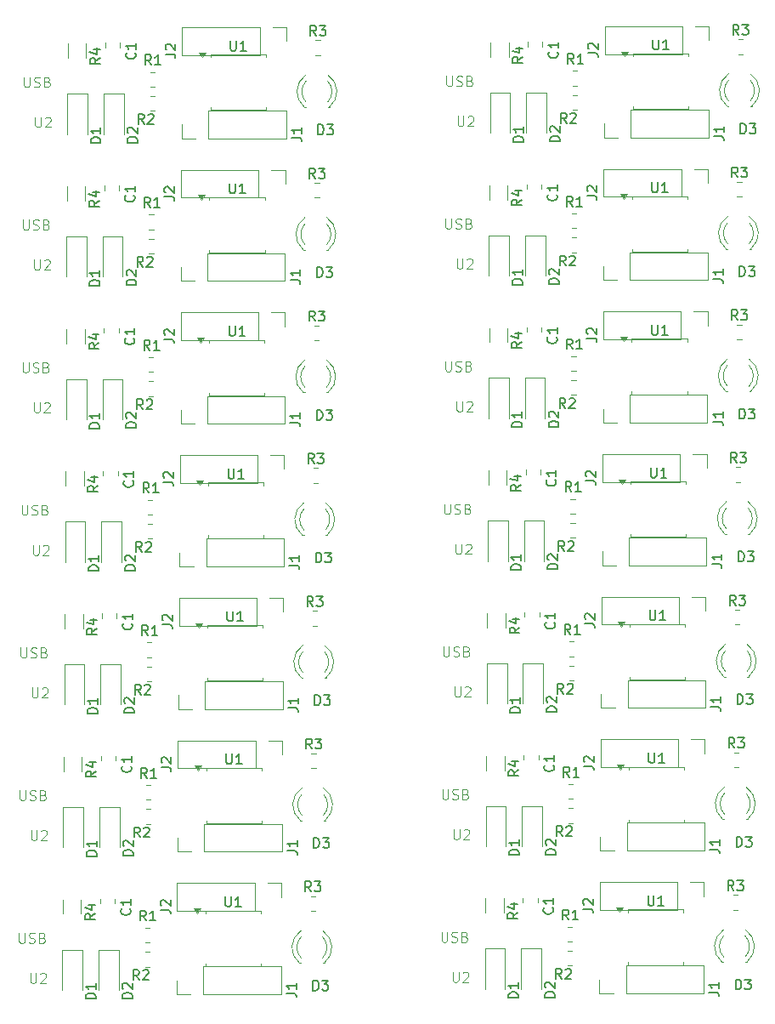
<source format=gbr>
%TF.GenerationSoftware,KiCad,Pcbnew,9.0.6*%
%TF.CreationDate,2025-12-18T22:22:39+05:30*%
%TF.ProjectId,Attiny85_USB_panel,41747469-6e79-4383-955f-5553425f7061,rev?*%
%TF.SameCoordinates,Original*%
%TF.FileFunction,Legend,Top*%
%TF.FilePolarity,Positive*%
%FSLAX46Y46*%
G04 Gerber Fmt 4.6, Leading zero omitted, Abs format (unit mm)*
G04 Created by KiCad (PCBNEW 9.0.6) date 2025-12-18 22:22:39*
%MOMM*%
%LPD*%
G01*
G04 APERTURE LIST*
%ADD10C,0.150000*%
%ADD11C,0.100000*%
%ADD12C,0.120000*%
G04 APERTURE END LIST*
D10*
X110854819Y-146066666D02*
X110378628Y-146399999D01*
X110854819Y-146638094D02*
X109854819Y-146638094D01*
X109854819Y-146638094D02*
X109854819Y-146257142D01*
X109854819Y-146257142D02*
X109902438Y-146161904D01*
X109902438Y-146161904D02*
X109950057Y-146114285D01*
X109950057Y-146114285D02*
X110045295Y-146066666D01*
X110045295Y-146066666D02*
X110188152Y-146066666D01*
X110188152Y-146066666D02*
X110283390Y-146114285D01*
X110283390Y-146114285D02*
X110331009Y-146161904D01*
X110331009Y-146161904D02*
X110378628Y-146257142D01*
X110378628Y-146257142D02*
X110378628Y-146638094D01*
X110188152Y-145209523D02*
X110854819Y-145209523D01*
X109807200Y-145447618D02*
X110521485Y-145685713D01*
X110521485Y-145685713D02*
X110521485Y-145066666D01*
X114554819Y-154488094D02*
X113554819Y-154488094D01*
X113554819Y-154488094D02*
X113554819Y-154249999D01*
X113554819Y-154249999D02*
X113602438Y-154107142D01*
X113602438Y-154107142D02*
X113697676Y-154011904D01*
X113697676Y-154011904D02*
X113792914Y-153964285D01*
X113792914Y-153964285D02*
X113983390Y-153916666D01*
X113983390Y-153916666D02*
X114126247Y-153916666D01*
X114126247Y-153916666D02*
X114316723Y-153964285D01*
X114316723Y-153964285D02*
X114411961Y-154011904D01*
X114411961Y-154011904D02*
X114507200Y-154107142D01*
X114507200Y-154107142D02*
X114554819Y-154249999D01*
X114554819Y-154249999D02*
X114554819Y-154488094D01*
X113650057Y-153535713D02*
X113602438Y-153488094D01*
X113602438Y-153488094D02*
X113554819Y-153392856D01*
X113554819Y-153392856D02*
X113554819Y-153154761D01*
X113554819Y-153154761D02*
X113602438Y-153059523D01*
X113602438Y-153059523D02*
X113650057Y-153011904D01*
X113650057Y-153011904D02*
X113745295Y-152964285D01*
X113745295Y-152964285D02*
X113840533Y-152964285D01*
X113840533Y-152964285D02*
X113983390Y-153011904D01*
X113983390Y-153011904D02*
X114554819Y-153583332D01*
X114554819Y-153583332D02*
X114554819Y-152964285D01*
X132561905Y-153704819D02*
X132561905Y-152704819D01*
X132561905Y-152704819D02*
X132800000Y-152704819D01*
X132800000Y-152704819D02*
X132942857Y-152752438D01*
X132942857Y-152752438D02*
X133038095Y-152847676D01*
X133038095Y-152847676D02*
X133085714Y-152942914D01*
X133085714Y-152942914D02*
X133133333Y-153133390D01*
X133133333Y-153133390D02*
X133133333Y-153276247D01*
X133133333Y-153276247D02*
X133085714Y-153466723D01*
X133085714Y-153466723D02*
X133038095Y-153561961D01*
X133038095Y-153561961D02*
X132942857Y-153657200D01*
X132942857Y-153657200D02*
X132800000Y-153704819D01*
X132800000Y-153704819D02*
X132561905Y-153704819D01*
X133466667Y-152704819D02*
X134085714Y-152704819D01*
X134085714Y-152704819D02*
X133752381Y-153085771D01*
X133752381Y-153085771D02*
X133895238Y-153085771D01*
X133895238Y-153085771D02*
X133990476Y-153133390D01*
X133990476Y-153133390D02*
X134038095Y-153181009D01*
X134038095Y-153181009D02*
X134085714Y-153276247D01*
X134085714Y-153276247D02*
X134085714Y-153514342D01*
X134085714Y-153514342D02*
X134038095Y-153609580D01*
X134038095Y-153609580D02*
X133990476Y-153657200D01*
X133990476Y-153657200D02*
X133895238Y-153704819D01*
X133895238Y-153704819D02*
X133609524Y-153704819D01*
X133609524Y-153704819D02*
X133514286Y-153657200D01*
X133514286Y-153657200D02*
X133466667Y-153609580D01*
X123838095Y-144354819D02*
X123838095Y-145164342D01*
X123838095Y-145164342D02*
X123885714Y-145259580D01*
X123885714Y-145259580D02*
X123933333Y-145307200D01*
X123933333Y-145307200D02*
X124028571Y-145354819D01*
X124028571Y-145354819D02*
X124219047Y-145354819D01*
X124219047Y-145354819D02*
X124314285Y-145307200D01*
X124314285Y-145307200D02*
X124361904Y-145259580D01*
X124361904Y-145259580D02*
X124409523Y-145164342D01*
X124409523Y-145164342D02*
X124409523Y-144354819D01*
X125409523Y-145354819D02*
X124838095Y-145354819D01*
X125123809Y-145354819D02*
X125123809Y-144354819D01*
X125123809Y-144354819D02*
X125028571Y-144497676D01*
X125028571Y-144497676D02*
X124933333Y-144592914D01*
X124933333Y-144592914D02*
X124838095Y-144640533D01*
D11*
X104388095Y-151957419D02*
X104388095Y-152766942D01*
X104388095Y-152766942D02*
X104435714Y-152862180D01*
X104435714Y-152862180D02*
X104483333Y-152909800D01*
X104483333Y-152909800D02*
X104578571Y-152957419D01*
X104578571Y-152957419D02*
X104769047Y-152957419D01*
X104769047Y-152957419D02*
X104864285Y-152909800D01*
X104864285Y-152909800D02*
X104911904Y-152862180D01*
X104911904Y-152862180D02*
X104959523Y-152766942D01*
X104959523Y-152766942D02*
X104959523Y-151957419D01*
X105388095Y-152052657D02*
X105435714Y-152005038D01*
X105435714Y-152005038D02*
X105530952Y-151957419D01*
X105530952Y-151957419D02*
X105769047Y-151957419D01*
X105769047Y-151957419D02*
X105864285Y-152005038D01*
X105864285Y-152005038D02*
X105911904Y-152052657D01*
X105911904Y-152052657D02*
X105959523Y-152147895D01*
X105959523Y-152147895D02*
X105959523Y-152243133D01*
X105959523Y-152243133D02*
X105911904Y-152385990D01*
X105911904Y-152385990D02*
X105340476Y-152957419D01*
X105340476Y-152957419D02*
X105959523Y-152957419D01*
X103266384Y-147972419D02*
X103266384Y-148781942D01*
X103266384Y-148781942D02*
X103314003Y-148877180D01*
X103314003Y-148877180D02*
X103361622Y-148924800D01*
X103361622Y-148924800D02*
X103456860Y-148972419D01*
X103456860Y-148972419D02*
X103647336Y-148972419D01*
X103647336Y-148972419D02*
X103742574Y-148924800D01*
X103742574Y-148924800D02*
X103790193Y-148877180D01*
X103790193Y-148877180D02*
X103837812Y-148781942D01*
X103837812Y-148781942D02*
X103837812Y-147972419D01*
X104266384Y-148924800D02*
X104409241Y-148972419D01*
X104409241Y-148972419D02*
X104647336Y-148972419D01*
X104647336Y-148972419D02*
X104742574Y-148924800D01*
X104742574Y-148924800D02*
X104790193Y-148877180D01*
X104790193Y-148877180D02*
X104837812Y-148781942D01*
X104837812Y-148781942D02*
X104837812Y-148686704D01*
X104837812Y-148686704D02*
X104790193Y-148591466D01*
X104790193Y-148591466D02*
X104742574Y-148543847D01*
X104742574Y-148543847D02*
X104647336Y-148496228D01*
X104647336Y-148496228D02*
X104456860Y-148448609D01*
X104456860Y-148448609D02*
X104361622Y-148400990D01*
X104361622Y-148400990D02*
X104314003Y-148353371D01*
X104314003Y-148353371D02*
X104266384Y-148258133D01*
X104266384Y-148258133D02*
X104266384Y-148162895D01*
X104266384Y-148162895D02*
X104314003Y-148067657D01*
X104314003Y-148067657D02*
X104361622Y-148020038D01*
X104361622Y-148020038D02*
X104456860Y-147972419D01*
X104456860Y-147972419D02*
X104694955Y-147972419D01*
X104694955Y-147972419D02*
X104837812Y-148020038D01*
X105599717Y-148448609D02*
X105742574Y-148496228D01*
X105742574Y-148496228D02*
X105790193Y-148543847D01*
X105790193Y-148543847D02*
X105837812Y-148639085D01*
X105837812Y-148639085D02*
X105837812Y-148781942D01*
X105837812Y-148781942D02*
X105790193Y-148877180D01*
X105790193Y-148877180D02*
X105742574Y-148924800D01*
X105742574Y-148924800D02*
X105647336Y-148972419D01*
X105647336Y-148972419D02*
X105266384Y-148972419D01*
X105266384Y-148972419D02*
X105266384Y-147972419D01*
X105266384Y-147972419D02*
X105599717Y-147972419D01*
X105599717Y-147972419D02*
X105694955Y-148020038D01*
X105694955Y-148020038D02*
X105742574Y-148067657D01*
X105742574Y-148067657D02*
X105790193Y-148162895D01*
X105790193Y-148162895D02*
X105790193Y-148258133D01*
X105790193Y-148258133D02*
X105742574Y-148353371D01*
X105742574Y-148353371D02*
X105694955Y-148400990D01*
X105694955Y-148400990D02*
X105599717Y-148448609D01*
X105599717Y-148448609D02*
X105266384Y-148448609D01*
X62288095Y-152057419D02*
X62288095Y-152866942D01*
X62288095Y-152866942D02*
X62335714Y-152962180D01*
X62335714Y-152962180D02*
X62383333Y-153009800D01*
X62383333Y-153009800D02*
X62478571Y-153057419D01*
X62478571Y-153057419D02*
X62669047Y-153057419D01*
X62669047Y-153057419D02*
X62764285Y-153009800D01*
X62764285Y-153009800D02*
X62811904Y-152962180D01*
X62811904Y-152962180D02*
X62859523Y-152866942D01*
X62859523Y-152866942D02*
X62859523Y-152057419D01*
X63288095Y-152152657D02*
X63335714Y-152105038D01*
X63335714Y-152105038D02*
X63430952Y-152057419D01*
X63430952Y-152057419D02*
X63669047Y-152057419D01*
X63669047Y-152057419D02*
X63764285Y-152105038D01*
X63764285Y-152105038D02*
X63811904Y-152152657D01*
X63811904Y-152152657D02*
X63859523Y-152247895D01*
X63859523Y-152247895D02*
X63859523Y-152343133D01*
X63859523Y-152343133D02*
X63811904Y-152485990D01*
X63811904Y-152485990D02*
X63240476Y-153057419D01*
X63240476Y-153057419D02*
X63859523Y-153057419D01*
X61166384Y-148072419D02*
X61166384Y-148881942D01*
X61166384Y-148881942D02*
X61214003Y-148977180D01*
X61214003Y-148977180D02*
X61261622Y-149024800D01*
X61261622Y-149024800D02*
X61356860Y-149072419D01*
X61356860Y-149072419D02*
X61547336Y-149072419D01*
X61547336Y-149072419D02*
X61642574Y-149024800D01*
X61642574Y-149024800D02*
X61690193Y-148977180D01*
X61690193Y-148977180D02*
X61737812Y-148881942D01*
X61737812Y-148881942D02*
X61737812Y-148072419D01*
X62166384Y-149024800D02*
X62309241Y-149072419D01*
X62309241Y-149072419D02*
X62547336Y-149072419D01*
X62547336Y-149072419D02*
X62642574Y-149024800D01*
X62642574Y-149024800D02*
X62690193Y-148977180D01*
X62690193Y-148977180D02*
X62737812Y-148881942D01*
X62737812Y-148881942D02*
X62737812Y-148786704D01*
X62737812Y-148786704D02*
X62690193Y-148691466D01*
X62690193Y-148691466D02*
X62642574Y-148643847D01*
X62642574Y-148643847D02*
X62547336Y-148596228D01*
X62547336Y-148596228D02*
X62356860Y-148548609D01*
X62356860Y-148548609D02*
X62261622Y-148500990D01*
X62261622Y-148500990D02*
X62214003Y-148453371D01*
X62214003Y-148453371D02*
X62166384Y-148358133D01*
X62166384Y-148358133D02*
X62166384Y-148262895D01*
X62166384Y-148262895D02*
X62214003Y-148167657D01*
X62214003Y-148167657D02*
X62261622Y-148120038D01*
X62261622Y-148120038D02*
X62356860Y-148072419D01*
X62356860Y-148072419D02*
X62594955Y-148072419D01*
X62594955Y-148072419D02*
X62737812Y-148120038D01*
X63499717Y-148548609D02*
X63642574Y-148596228D01*
X63642574Y-148596228D02*
X63690193Y-148643847D01*
X63690193Y-148643847D02*
X63737812Y-148739085D01*
X63737812Y-148739085D02*
X63737812Y-148881942D01*
X63737812Y-148881942D02*
X63690193Y-148977180D01*
X63690193Y-148977180D02*
X63642574Y-149024800D01*
X63642574Y-149024800D02*
X63547336Y-149072419D01*
X63547336Y-149072419D02*
X63166384Y-149072419D01*
X63166384Y-149072419D02*
X63166384Y-148072419D01*
X63166384Y-148072419D02*
X63499717Y-148072419D01*
X63499717Y-148072419D02*
X63594955Y-148120038D01*
X63594955Y-148120038D02*
X63642574Y-148167657D01*
X63642574Y-148167657D02*
X63690193Y-148262895D01*
X63690193Y-148262895D02*
X63690193Y-148358133D01*
X63690193Y-148358133D02*
X63642574Y-148453371D01*
X63642574Y-148453371D02*
X63594955Y-148500990D01*
X63594955Y-148500990D02*
X63499717Y-148548609D01*
X63499717Y-148548609D02*
X63166384Y-148548609D01*
D10*
X81738095Y-144454819D02*
X81738095Y-145264342D01*
X81738095Y-145264342D02*
X81785714Y-145359580D01*
X81785714Y-145359580D02*
X81833333Y-145407200D01*
X81833333Y-145407200D02*
X81928571Y-145454819D01*
X81928571Y-145454819D02*
X82119047Y-145454819D01*
X82119047Y-145454819D02*
X82214285Y-145407200D01*
X82214285Y-145407200D02*
X82261904Y-145359580D01*
X82261904Y-145359580D02*
X82309523Y-145264342D01*
X82309523Y-145264342D02*
X82309523Y-144454819D01*
X83309523Y-145454819D02*
X82738095Y-145454819D01*
X83023809Y-145454819D02*
X83023809Y-144454819D01*
X83023809Y-144454819D02*
X82928571Y-144597676D01*
X82928571Y-144597676D02*
X82833333Y-144692914D01*
X82833333Y-144692914D02*
X82738095Y-144740533D01*
X90283333Y-143954819D02*
X89950000Y-143478628D01*
X89711905Y-143954819D02*
X89711905Y-142954819D01*
X89711905Y-142954819D02*
X90092857Y-142954819D01*
X90092857Y-142954819D02*
X90188095Y-143002438D01*
X90188095Y-143002438D02*
X90235714Y-143050057D01*
X90235714Y-143050057D02*
X90283333Y-143145295D01*
X90283333Y-143145295D02*
X90283333Y-143288152D01*
X90283333Y-143288152D02*
X90235714Y-143383390D01*
X90235714Y-143383390D02*
X90188095Y-143431009D01*
X90188095Y-143431009D02*
X90092857Y-143478628D01*
X90092857Y-143478628D02*
X89711905Y-143478628D01*
X90616667Y-142954819D02*
X91235714Y-142954819D01*
X91235714Y-142954819D02*
X90902381Y-143335771D01*
X90902381Y-143335771D02*
X91045238Y-143335771D01*
X91045238Y-143335771D02*
X91140476Y-143383390D01*
X91140476Y-143383390D02*
X91188095Y-143431009D01*
X91188095Y-143431009D02*
X91235714Y-143526247D01*
X91235714Y-143526247D02*
X91235714Y-143764342D01*
X91235714Y-143764342D02*
X91188095Y-143859580D01*
X91188095Y-143859580D02*
X91140476Y-143907200D01*
X91140476Y-143907200D02*
X91045238Y-143954819D01*
X91045238Y-143954819D02*
X90759524Y-143954819D01*
X90759524Y-143954819D02*
X90664286Y-143907200D01*
X90664286Y-143907200D02*
X90616667Y-143859580D01*
X68804819Y-154638094D02*
X67804819Y-154638094D01*
X67804819Y-154638094D02*
X67804819Y-154399999D01*
X67804819Y-154399999D02*
X67852438Y-154257142D01*
X67852438Y-154257142D02*
X67947676Y-154161904D01*
X67947676Y-154161904D02*
X68042914Y-154114285D01*
X68042914Y-154114285D02*
X68233390Y-154066666D01*
X68233390Y-154066666D02*
X68376247Y-154066666D01*
X68376247Y-154066666D02*
X68566723Y-154114285D01*
X68566723Y-154114285D02*
X68661961Y-154161904D01*
X68661961Y-154161904D02*
X68757200Y-154257142D01*
X68757200Y-154257142D02*
X68804819Y-154399999D01*
X68804819Y-154399999D02*
X68804819Y-154638094D01*
X68804819Y-153114285D02*
X68804819Y-153685713D01*
X68804819Y-153399999D02*
X67804819Y-153399999D01*
X67804819Y-153399999D02*
X67947676Y-153495237D01*
X67947676Y-153495237D02*
X68042914Y-153590475D01*
X68042914Y-153590475D02*
X68090533Y-153685713D01*
X73833333Y-146854819D02*
X73500000Y-146378628D01*
X73261905Y-146854819D02*
X73261905Y-145854819D01*
X73261905Y-145854819D02*
X73642857Y-145854819D01*
X73642857Y-145854819D02*
X73738095Y-145902438D01*
X73738095Y-145902438D02*
X73785714Y-145950057D01*
X73785714Y-145950057D02*
X73833333Y-146045295D01*
X73833333Y-146045295D02*
X73833333Y-146188152D01*
X73833333Y-146188152D02*
X73785714Y-146283390D01*
X73785714Y-146283390D02*
X73738095Y-146331009D01*
X73738095Y-146331009D02*
X73642857Y-146378628D01*
X73642857Y-146378628D02*
X73261905Y-146378628D01*
X74785714Y-146854819D02*
X74214286Y-146854819D01*
X74500000Y-146854819D02*
X74500000Y-145854819D01*
X74500000Y-145854819D02*
X74404762Y-145997676D01*
X74404762Y-145997676D02*
X74309524Y-146092914D01*
X74309524Y-146092914D02*
X74214286Y-146140533D01*
X115933333Y-146754819D02*
X115600000Y-146278628D01*
X115361905Y-146754819D02*
X115361905Y-145754819D01*
X115361905Y-145754819D02*
X115742857Y-145754819D01*
X115742857Y-145754819D02*
X115838095Y-145802438D01*
X115838095Y-145802438D02*
X115885714Y-145850057D01*
X115885714Y-145850057D02*
X115933333Y-145945295D01*
X115933333Y-145945295D02*
X115933333Y-146088152D01*
X115933333Y-146088152D02*
X115885714Y-146183390D01*
X115885714Y-146183390D02*
X115838095Y-146231009D01*
X115838095Y-146231009D02*
X115742857Y-146278628D01*
X115742857Y-146278628D02*
X115361905Y-146278628D01*
X116885714Y-146754819D02*
X116314286Y-146754819D01*
X116600000Y-146754819D02*
X116600000Y-145754819D01*
X116600000Y-145754819D02*
X116504762Y-145897676D01*
X116504762Y-145897676D02*
X116409524Y-145992914D01*
X116409524Y-145992914D02*
X116314286Y-146040533D01*
X132383333Y-143854819D02*
X132050000Y-143378628D01*
X131811905Y-143854819D02*
X131811905Y-142854819D01*
X131811905Y-142854819D02*
X132192857Y-142854819D01*
X132192857Y-142854819D02*
X132288095Y-142902438D01*
X132288095Y-142902438D02*
X132335714Y-142950057D01*
X132335714Y-142950057D02*
X132383333Y-143045295D01*
X132383333Y-143045295D02*
X132383333Y-143188152D01*
X132383333Y-143188152D02*
X132335714Y-143283390D01*
X132335714Y-143283390D02*
X132288095Y-143331009D01*
X132288095Y-143331009D02*
X132192857Y-143378628D01*
X132192857Y-143378628D02*
X131811905Y-143378628D01*
X132716667Y-142854819D02*
X133335714Y-142854819D01*
X133335714Y-142854819D02*
X133002381Y-143235771D01*
X133002381Y-143235771D02*
X133145238Y-143235771D01*
X133145238Y-143235771D02*
X133240476Y-143283390D01*
X133240476Y-143283390D02*
X133288095Y-143331009D01*
X133288095Y-143331009D02*
X133335714Y-143426247D01*
X133335714Y-143426247D02*
X133335714Y-143664342D01*
X133335714Y-143664342D02*
X133288095Y-143759580D01*
X133288095Y-143759580D02*
X133240476Y-143807200D01*
X133240476Y-143807200D02*
X133145238Y-143854819D01*
X133145238Y-143854819D02*
X132859524Y-143854819D01*
X132859524Y-143854819D02*
X132764286Y-143807200D01*
X132764286Y-143807200D02*
X132716667Y-143759580D01*
X114309580Y-145566666D02*
X114357200Y-145614285D01*
X114357200Y-145614285D02*
X114404819Y-145757142D01*
X114404819Y-145757142D02*
X114404819Y-145852380D01*
X114404819Y-145852380D02*
X114357200Y-145995237D01*
X114357200Y-145995237D02*
X114261961Y-146090475D01*
X114261961Y-146090475D02*
X114166723Y-146138094D01*
X114166723Y-146138094D02*
X113976247Y-146185713D01*
X113976247Y-146185713D02*
X113833390Y-146185713D01*
X113833390Y-146185713D02*
X113642914Y-146138094D01*
X113642914Y-146138094D02*
X113547676Y-146090475D01*
X113547676Y-146090475D02*
X113452438Y-145995237D01*
X113452438Y-145995237D02*
X113404819Y-145852380D01*
X113404819Y-145852380D02*
X113404819Y-145757142D01*
X113404819Y-145757142D02*
X113452438Y-145614285D01*
X113452438Y-145614285D02*
X113500057Y-145566666D01*
X114404819Y-144614285D02*
X114404819Y-145185713D01*
X114404819Y-144899999D02*
X113404819Y-144899999D01*
X113404819Y-144899999D02*
X113547676Y-144995237D01*
X113547676Y-144995237D02*
X113642914Y-145090475D01*
X113642914Y-145090475D02*
X113690533Y-145185713D01*
X110904819Y-154538094D02*
X109904819Y-154538094D01*
X109904819Y-154538094D02*
X109904819Y-154299999D01*
X109904819Y-154299999D02*
X109952438Y-154157142D01*
X109952438Y-154157142D02*
X110047676Y-154061904D01*
X110047676Y-154061904D02*
X110142914Y-154014285D01*
X110142914Y-154014285D02*
X110333390Y-153966666D01*
X110333390Y-153966666D02*
X110476247Y-153966666D01*
X110476247Y-153966666D02*
X110666723Y-154014285D01*
X110666723Y-154014285D02*
X110761961Y-154061904D01*
X110761961Y-154061904D02*
X110857200Y-154157142D01*
X110857200Y-154157142D02*
X110904819Y-154299999D01*
X110904819Y-154299999D02*
X110904819Y-154538094D01*
X110904819Y-153014285D02*
X110904819Y-153585713D01*
X110904819Y-153299999D02*
X109904819Y-153299999D01*
X109904819Y-153299999D02*
X110047676Y-153395237D01*
X110047676Y-153395237D02*
X110142914Y-153490475D01*
X110142914Y-153490475D02*
X110190533Y-153585713D01*
X115233333Y-152654819D02*
X114900000Y-152178628D01*
X114661905Y-152654819D02*
X114661905Y-151654819D01*
X114661905Y-151654819D02*
X115042857Y-151654819D01*
X115042857Y-151654819D02*
X115138095Y-151702438D01*
X115138095Y-151702438D02*
X115185714Y-151750057D01*
X115185714Y-151750057D02*
X115233333Y-151845295D01*
X115233333Y-151845295D02*
X115233333Y-151988152D01*
X115233333Y-151988152D02*
X115185714Y-152083390D01*
X115185714Y-152083390D02*
X115138095Y-152131009D01*
X115138095Y-152131009D02*
X115042857Y-152178628D01*
X115042857Y-152178628D02*
X114661905Y-152178628D01*
X115614286Y-151750057D02*
X115661905Y-151702438D01*
X115661905Y-151702438D02*
X115757143Y-151654819D01*
X115757143Y-151654819D02*
X115995238Y-151654819D01*
X115995238Y-151654819D02*
X116090476Y-151702438D01*
X116090476Y-151702438D02*
X116138095Y-151750057D01*
X116138095Y-151750057D02*
X116185714Y-151845295D01*
X116185714Y-151845295D02*
X116185714Y-151940533D01*
X116185714Y-151940533D02*
X116138095Y-152083390D01*
X116138095Y-152083390D02*
X115566667Y-152654819D01*
X115566667Y-152654819D02*
X116185714Y-152654819D01*
X72209580Y-145666666D02*
X72257200Y-145714285D01*
X72257200Y-145714285D02*
X72304819Y-145857142D01*
X72304819Y-145857142D02*
X72304819Y-145952380D01*
X72304819Y-145952380D02*
X72257200Y-146095237D01*
X72257200Y-146095237D02*
X72161961Y-146190475D01*
X72161961Y-146190475D02*
X72066723Y-146238094D01*
X72066723Y-146238094D02*
X71876247Y-146285713D01*
X71876247Y-146285713D02*
X71733390Y-146285713D01*
X71733390Y-146285713D02*
X71542914Y-146238094D01*
X71542914Y-146238094D02*
X71447676Y-146190475D01*
X71447676Y-146190475D02*
X71352438Y-146095237D01*
X71352438Y-146095237D02*
X71304819Y-145952380D01*
X71304819Y-145952380D02*
X71304819Y-145857142D01*
X71304819Y-145857142D02*
X71352438Y-145714285D01*
X71352438Y-145714285D02*
X71400057Y-145666666D01*
X72304819Y-144714285D02*
X72304819Y-145285713D01*
X72304819Y-144999999D02*
X71304819Y-144999999D01*
X71304819Y-144999999D02*
X71447676Y-145095237D01*
X71447676Y-145095237D02*
X71542914Y-145190475D01*
X71542914Y-145190475D02*
X71590533Y-145285713D01*
X73133333Y-152754819D02*
X72800000Y-152278628D01*
X72561905Y-152754819D02*
X72561905Y-151754819D01*
X72561905Y-151754819D02*
X72942857Y-151754819D01*
X72942857Y-151754819D02*
X73038095Y-151802438D01*
X73038095Y-151802438D02*
X73085714Y-151850057D01*
X73085714Y-151850057D02*
X73133333Y-151945295D01*
X73133333Y-151945295D02*
X73133333Y-152088152D01*
X73133333Y-152088152D02*
X73085714Y-152183390D01*
X73085714Y-152183390D02*
X73038095Y-152231009D01*
X73038095Y-152231009D02*
X72942857Y-152278628D01*
X72942857Y-152278628D02*
X72561905Y-152278628D01*
X73514286Y-151850057D02*
X73561905Y-151802438D01*
X73561905Y-151802438D02*
X73657143Y-151754819D01*
X73657143Y-151754819D02*
X73895238Y-151754819D01*
X73895238Y-151754819D02*
X73990476Y-151802438D01*
X73990476Y-151802438D02*
X74038095Y-151850057D01*
X74038095Y-151850057D02*
X74085714Y-151945295D01*
X74085714Y-151945295D02*
X74085714Y-152040533D01*
X74085714Y-152040533D02*
X74038095Y-152183390D01*
X74038095Y-152183390D02*
X73466667Y-152754819D01*
X73466667Y-152754819D02*
X74085714Y-152754819D01*
X68754819Y-146166666D02*
X68278628Y-146499999D01*
X68754819Y-146738094D02*
X67754819Y-146738094D01*
X67754819Y-146738094D02*
X67754819Y-146357142D01*
X67754819Y-146357142D02*
X67802438Y-146261904D01*
X67802438Y-146261904D02*
X67850057Y-146214285D01*
X67850057Y-146214285D02*
X67945295Y-146166666D01*
X67945295Y-146166666D02*
X68088152Y-146166666D01*
X68088152Y-146166666D02*
X68183390Y-146214285D01*
X68183390Y-146214285D02*
X68231009Y-146261904D01*
X68231009Y-146261904D02*
X68278628Y-146357142D01*
X68278628Y-146357142D02*
X68278628Y-146738094D01*
X68088152Y-145309523D02*
X68754819Y-145309523D01*
X67707200Y-145547618D02*
X68421485Y-145785713D01*
X68421485Y-145785713D02*
X68421485Y-145166666D01*
X75254819Y-145783333D02*
X75969104Y-145783333D01*
X75969104Y-145783333D02*
X76111961Y-145830952D01*
X76111961Y-145830952D02*
X76207200Y-145926190D01*
X76207200Y-145926190D02*
X76254819Y-146069047D01*
X76254819Y-146069047D02*
X76254819Y-146164285D01*
X75350057Y-145354761D02*
X75302438Y-145307142D01*
X75302438Y-145307142D02*
X75254819Y-145211904D01*
X75254819Y-145211904D02*
X75254819Y-144973809D01*
X75254819Y-144973809D02*
X75302438Y-144878571D01*
X75302438Y-144878571D02*
X75350057Y-144830952D01*
X75350057Y-144830952D02*
X75445295Y-144783333D01*
X75445295Y-144783333D02*
X75540533Y-144783333D01*
X75540533Y-144783333D02*
X75683390Y-144830952D01*
X75683390Y-144830952D02*
X76254819Y-145402380D01*
X76254819Y-145402380D02*
X76254819Y-144783333D01*
X87804819Y-154083333D02*
X88519104Y-154083333D01*
X88519104Y-154083333D02*
X88661961Y-154130952D01*
X88661961Y-154130952D02*
X88757200Y-154226190D01*
X88757200Y-154226190D02*
X88804819Y-154369047D01*
X88804819Y-154369047D02*
X88804819Y-154464285D01*
X88804819Y-153083333D02*
X88804819Y-153654761D01*
X88804819Y-153369047D02*
X87804819Y-153369047D01*
X87804819Y-153369047D02*
X87947676Y-153464285D01*
X87947676Y-153464285D02*
X88042914Y-153559523D01*
X88042914Y-153559523D02*
X88090533Y-153654761D01*
X117354819Y-145683333D02*
X118069104Y-145683333D01*
X118069104Y-145683333D02*
X118211961Y-145730952D01*
X118211961Y-145730952D02*
X118307200Y-145826190D01*
X118307200Y-145826190D02*
X118354819Y-145969047D01*
X118354819Y-145969047D02*
X118354819Y-146064285D01*
X117450057Y-145254761D02*
X117402438Y-145207142D01*
X117402438Y-145207142D02*
X117354819Y-145111904D01*
X117354819Y-145111904D02*
X117354819Y-144873809D01*
X117354819Y-144873809D02*
X117402438Y-144778571D01*
X117402438Y-144778571D02*
X117450057Y-144730952D01*
X117450057Y-144730952D02*
X117545295Y-144683333D01*
X117545295Y-144683333D02*
X117640533Y-144683333D01*
X117640533Y-144683333D02*
X117783390Y-144730952D01*
X117783390Y-144730952D02*
X118354819Y-145302380D01*
X118354819Y-145302380D02*
X118354819Y-144683333D01*
X129904819Y-153983333D02*
X130619104Y-153983333D01*
X130619104Y-153983333D02*
X130761961Y-154030952D01*
X130761961Y-154030952D02*
X130857200Y-154126190D01*
X130857200Y-154126190D02*
X130904819Y-154269047D01*
X130904819Y-154269047D02*
X130904819Y-154364285D01*
X130904819Y-152983333D02*
X130904819Y-153554761D01*
X130904819Y-153269047D02*
X129904819Y-153269047D01*
X129904819Y-153269047D02*
X130047676Y-153364285D01*
X130047676Y-153364285D02*
X130142914Y-153459523D01*
X130142914Y-153459523D02*
X130190533Y-153554761D01*
X90461905Y-153804819D02*
X90461905Y-152804819D01*
X90461905Y-152804819D02*
X90700000Y-152804819D01*
X90700000Y-152804819D02*
X90842857Y-152852438D01*
X90842857Y-152852438D02*
X90938095Y-152947676D01*
X90938095Y-152947676D02*
X90985714Y-153042914D01*
X90985714Y-153042914D02*
X91033333Y-153233390D01*
X91033333Y-153233390D02*
X91033333Y-153376247D01*
X91033333Y-153376247D02*
X90985714Y-153566723D01*
X90985714Y-153566723D02*
X90938095Y-153661961D01*
X90938095Y-153661961D02*
X90842857Y-153757200D01*
X90842857Y-153757200D02*
X90700000Y-153804819D01*
X90700000Y-153804819D02*
X90461905Y-153804819D01*
X91366667Y-152804819D02*
X91985714Y-152804819D01*
X91985714Y-152804819D02*
X91652381Y-153185771D01*
X91652381Y-153185771D02*
X91795238Y-153185771D01*
X91795238Y-153185771D02*
X91890476Y-153233390D01*
X91890476Y-153233390D02*
X91938095Y-153281009D01*
X91938095Y-153281009D02*
X91985714Y-153376247D01*
X91985714Y-153376247D02*
X91985714Y-153614342D01*
X91985714Y-153614342D02*
X91938095Y-153709580D01*
X91938095Y-153709580D02*
X91890476Y-153757200D01*
X91890476Y-153757200D02*
X91795238Y-153804819D01*
X91795238Y-153804819D02*
X91509524Y-153804819D01*
X91509524Y-153804819D02*
X91414286Y-153757200D01*
X91414286Y-153757200D02*
X91366667Y-153709580D01*
X72454819Y-154588094D02*
X71454819Y-154588094D01*
X71454819Y-154588094D02*
X71454819Y-154349999D01*
X71454819Y-154349999D02*
X71502438Y-154207142D01*
X71502438Y-154207142D02*
X71597676Y-154111904D01*
X71597676Y-154111904D02*
X71692914Y-154064285D01*
X71692914Y-154064285D02*
X71883390Y-154016666D01*
X71883390Y-154016666D02*
X72026247Y-154016666D01*
X72026247Y-154016666D02*
X72216723Y-154064285D01*
X72216723Y-154064285D02*
X72311961Y-154111904D01*
X72311961Y-154111904D02*
X72407200Y-154207142D01*
X72407200Y-154207142D02*
X72454819Y-154349999D01*
X72454819Y-154349999D02*
X72454819Y-154588094D01*
X71550057Y-153635713D02*
X71502438Y-153588094D01*
X71502438Y-153588094D02*
X71454819Y-153492856D01*
X71454819Y-153492856D02*
X71454819Y-153254761D01*
X71454819Y-153254761D02*
X71502438Y-153159523D01*
X71502438Y-153159523D02*
X71550057Y-153111904D01*
X71550057Y-153111904D02*
X71645295Y-153064285D01*
X71645295Y-153064285D02*
X71740533Y-153064285D01*
X71740533Y-153064285D02*
X71883390Y-153111904D01*
X71883390Y-153111904D02*
X72454819Y-153683332D01*
X72454819Y-153683332D02*
X72454819Y-153064285D01*
X111036819Y-117662666D02*
X110560628Y-117995999D01*
X111036819Y-118234094D02*
X110036819Y-118234094D01*
X110036819Y-118234094D02*
X110036819Y-117853142D01*
X110036819Y-117853142D02*
X110084438Y-117757904D01*
X110084438Y-117757904D02*
X110132057Y-117710285D01*
X110132057Y-117710285D02*
X110227295Y-117662666D01*
X110227295Y-117662666D02*
X110370152Y-117662666D01*
X110370152Y-117662666D02*
X110465390Y-117710285D01*
X110465390Y-117710285D02*
X110513009Y-117757904D01*
X110513009Y-117757904D02*
X110560628Y-117853142D01*
X110560628Y-117853142D02*
X110560628Y-118234094D01*
X110370152Y-116805523D02*
X111036819Y-116805523D01*
X109989200Y-117043618D02*
X110703485Y-117281713D01*
X110703485Y-117281713D02*
X110703485Y-116662666D01*
X114736819Y-126084094D02*
X113736819Y-126084094D01*
X113736819Y-126084094D02*
X113736819Y-125845999D01*
X113736819Y-125845999D02*
X113784438Y-125703142D01*
X113784438Y-125703142D02*
X113879676Y-125607904D01*
X113879676Y-125607904D02*
X113974914Y-125560285D01*
X113974914Y-125560285D02*
X114165390Y-125512666D01*
X114165390Y-125512666D02*
X114308247Y-125512666D01*
X114308247Y-125512666D02*
X114498723Y-125560285D01*
X114498723Y-125560285D02*
X114593961Y-125607904D01*
X114593961Y-125607904D02*
X114689200Y-125703142D01*
X114689200Y-125703142D02*
X114736819Y-125845999D01*
X114736819Y-125845999D02*
X114736819Y-126084094D01*
X113832057Y-125131713D02*
X113784438Y-125084094D01*
X113784438Y-125084094D02*
X113736819Y-124988856D01*
X113736819Y-124988856D02*
X113736819Y-124750761D01*
X113736819Y-124750761D02*
X113784438Y-124655523D01*
X113784438Y-124655523D02*
X113832057Y-124607904D01*
X113832057Y-124607904D02*
X113927295Y-124560285D01*
X113927295Y-124560285D02*
X114022533Y-124560285D01*
X114022533Y-124560285D02*
X114165390Y-124607904D01*
X114165390Y-124607904D02*
X114736819Y-125179332D01*
X114736819Y-125179332D02*
X114736819Y-124560285D01*
X132743905Y-125300819D02*
X132743905Y-124300819D01*
X132743905Y-124300819D02*
X132982000Y-124300819D01*
X132982000Y-124300819D02*
X133124857Y-124348438D01*
X133124857Y-124348438D02*
X133220095Y-124443676D01*
X133220095Y-124443676D02*
X133267714Y-124538914D01*
X133267714Y-124538914D02*
X133315333Y-124729390D01*
X133315333Y-124729390D02*
X133315333Y-124872247D01*
X133315333Y-124872247D02*
X133267714Y-125062723D01*
X133267714Y-125062723D02*
X133220095Y-125157961D01*
X133220095Y-125157961D02*
X133124857Y-125253200D01*
X133124857Y-125253200D02*
X132982000Y-125300819D01*
X132982000Y-125300819D02*
X132743905Y-125300819D01*
X133648667Y-124300819D02*
X134267714Y-124300819D01*
X134267714Y-124300819D02*
X133934381Y-124681771D01*
X133934381Y-124681771D02*
X134077238Y-124681771D01*
X134077238Y-124681771D02*
X134172476Y-124729390D01*
X134172476Y-124729390D02*
X134220095Y-124777009D01*
X134220095Y-124777009D02*
X134267714Y-124872247D01*
X134267714Y-124872247D02*
X134267714Y-125110342D01*
X134267714Y-125110342D02*
X134220095Y-125205580D01*
X134220095Y-125205580D02*
X134172476Y-125253200D01*
X134172476Y-125253200D02*
X134077238Y-125300819D01*
X134077238Y-125300819D02*
X133791524Y-125300819D01*
X133791524Y-125300819D02*
X133696286Y-125253200D01*
X133696286Y-125253200D02*
X133648667Y-125205580D01*
X114391580Y-131362666D02*
X114439200Y-131410285D01*
X114439200Y-131410285D02*
X114486819Y-131553142D01*
X114486819Y-131553142D02*
X114486819Y-131648380D01*
X114486819Y-131648380D02*
X114439200Y-131791237D01*
X114439200Y-131791237D02*
X114343961Y-131886475D01*
X114343961Y-131886475D02*
X114248723Y-131934094D01*
X114248723Y-131934094D02*
X114058247Y-131981713D01*
X114058247Y-131981713D02*
X113915390Y-131981713D01*
X113915390Y-131981713D02*
X113724914Y-131934094D01*
X113724914Y-131934094D02*
X113629676Y-131886475D01*
X113629676Y-131886475D02*
X113534438Y-131791237D01*
X113534438Y-131791237D02*
X113486819Y-131648380D01*
X113486819Y-131648380D02*
X113486819Y-131553142D01*
X113486819Y-131553142D02*
X113534438Y-131410285D01*
X113534438Y-131410285D02*
X113582057Y-131362666D01*
X114486819Y-130410285D02*
X114486819Y-130981713D01*
X114486819Y-130695999D02*
X113486819Y-130695999D01*
X113486819Y-130695999D02*
X113629676Y-130791237D01*
X113629676Y-130791237D02*
X113724914Y-130886475D01*
X113724914Y-130886475D02*
X113772533Y-130981713D01*
X110986819Y-140334094D02*
X109986819Y-140334094D01*
X109986819Y-140334094D02*
X109986819Y-140095999D01*
X109986819Y-140095999D02*
X110034438Y-139953142D01*
X110034438Y-139953142D02*
X110129676Y-139857904D01*
X110129676Y-139857904D02*
X110224914Y-139810285D01*
X110224914Y-139810285D02*
X110415390Y-139762666D01*
X110415390Y-139762666D02*
X110558247Y-139762666D01*
X110558247Y-139762666D02*
X110748723Y-139810285D01*
X110748723Y-139810285D02*
X110843961Y-139857904D01*
X110843961Y-139857904D02*
X110939200Y-139953142D01*
X110939200Y-139953142D02*
X110986819Y-140095999D01*
X110986819Y-140095999D02*
X110986819Y-140334094D01*
X110986819Y-138810285D02*
X110986819Y-139381713D01*
X110986819Y-139095999D02*
X109986819Y-139095999D01*
X109986819Y-139095999D02*
X110129676Y-139191237D01*
X110129676Y-139191237D02*
X110224914Y-139286475D01*
X110224914Y-139286475D02*
X110272533Y-139381713D01*
X117436819Y-131479333D02*
X118151104Y-131479333D01*
X118151104Y-131479333D02*
X118293961Y-131526952D01*
X118293961Y-131526952D02*
X118389200Y-131622190D01*
X118389200Y-131622190D02*
X118436819Y-131765047D01*
X118436819Y-131765047D02*
X118436819Y-131860285D01*
X117532057Y-131050761D02*
X117484438Y-131003142D01*
X117484438Y-131003142D02*
X117436819Y-130907904D01*
X117436819Y-130907904D02*
X117436819Y-130669809D01*
X117436819Y-130669809D02*
X117484438Y-130574571D01*
X117484438Y-130574571D02*
X117532057Y-130526952D01*
X117532057Y-130526952D02*
X117627295Y-130479333D01*
X117627295Y-130479333D02*
X117722533Y-130479333D01*
X117722533Y-130479333D02*
X117865390Y-130526952D01*
X117865390Y-130526952D02*
X118436819Y-131098380D01*
X118436819Y-131098380D02*
X118436819Y-130479333D01*
X72291580Y-131462666D02*
X72339200Y-131510285D01*
X72339200Y-131510285D02*
X72386819Y-131653142D01*
X72386819Y-131653142D02*
X72386819Y-131748380D01*
X72386819Y-131748380D02*
X72339200Y-131891237D01*
X72339200Y-131891237D02*
X72243961Y-131986475D01*
X72243961Y-131986475D02*
X72148723Y-132034094D01*
X72148723Y-132034094D02*
X71958247Y-132081713D01*
X71958247Y-132081713D02*
X71815390Y-132081713D01*
X71815390Y-132081713D02*
X71624914Y-132034094D01*
X71624914Y-132034094D02*
X71529676Y-131986475D01*
X71529676Y-131986475D02*
X71434438Y-131891237D01*
X71434438Y-131891237D02*
X71386819Y-131748380D01*
X71386819Y-131748380D02*
X71386819Y-131653142D01*
X71386819Y-131653142D02*
X71434438Y-131510285D01*
X71434438Y-131510285D02*
X71482057Y-131462666D01*
X72386819Y-130510285D02*
X72386819Y-131081713D01*
X72386819Y-130795999D02*
X71386819Y-130795999D01*
X71386819Y-130795999D02*
X71529676Y-130891237D01*
X71529676Y-130891237D02*
X71624914Y-130986475D01*
X71624914Y-130986475D02*
X71672533Y-131081713D01*
X68836819Y-131962666D02*
X68360628Y-132295999D01*
X68836819Y-132534094D02*
X67836819Y-132534094D01*
X67836819Y-132534094D02*
X67836819Y-132153142D01*
X67836819Y-132153142D02*
X67884438Y-132057904D01*
X67884438Y-132057904D02*
X67932057Y-132010285D01*
X67932057Y-132010285D02*
X68027295Y-131962666D01*
X68027295Y-131962666D02*
X68170152Y-131962666D01*
X68170152Y-131962666D02*
X68265390Y-132010285D01*
X68265390Y-132010285D02*
X68313009Y-132057904D01*
X68313009Y-132057904D02*
X68360628Y-132153142D01*
X68360628Y-132153142D02*
X68360628Y-132534094D01*
X68170152Y-131105523D02*
X68836819Y-131105523D01*
X67789200Y-131343618D02*
X68503485Y-131581713D01*
X68503485Y-131581713D02*
X68503485Y-130962666D01*
X90543905Y-139600819D02*
X90543905Y-138600819D01*
X90543905Y-138600819D02*
X90782000Y-138600819D01*
X90782000Y-138600819D02*
X90924857Y-138648438D01*
X90924857Y-138648438D02*
X91020095Y-138743676D01*
X91020095Y-138743676D02*
X91067714Y-138838914D01*
X91067714Y-138838914D02*
X91115333Y-139029390D01*
X91115333Y-139029390D02*
X91115333Y-139172247D01*
X91115333Y-139172247D02*
X91067714Y-139362723D01*
X91067714Y-139362723D02*
X91020095Y-139457961D01*
X91020095Y-139457961D02*
X90924857Y-139553200D01*
X90924857Y-139553200D02*
X90782000Y-139600819D01*
X90782000Y-139600819D02*
X90543905Y-139600819D01*
X91448667Y-138600819D02*
X92067714Y-138600819D01*
X92067714Y-138600819D02*
X91734381Y-138981771D01*
X91734381Y-138981771D02*
X91877238Y-138981771D01*
X91877238Y-138981771D02*
X91972476Y-139029390D01*
X91972476Y-139029390D02*
X92020095Y-139077009D01*
X92020095Y-139077009D02*
X92067714Y-139172247D01*
X92067714Y-139172247D02*
X92067714Y-139410342D01*
X92067714Y-139410342D02*
X92020095Y-139505580D01*
X92020095Y-139505580D02*
X91972476Y-139553200D01*
X91972476Y-139553200D02*
X91877238Y-139600819D01*
X91877238Y-139600819D02*
X91591524Y-139600819D01*
X91591524Y-139600819D02*
X91496286Y-139553200D01*
X91496286Y-139553200D02*
X91448667Y-139505580D01*
X87886819Y-139879333D02*
X88601104Y-139879333D01*
X88601104Y-139879333D02*
X88743961Y-139926952D01*
X88743961Y-139926952D02*
X88839200Y-140022190D01*
X88839200Y-140022190D02*
X88886819Y-140165047D01*
X88886819Y-140165047D02*
X88886819Y-140260285D01*
X88886819Y-138879333D02*
X88886819Y-139450761D01*
X88886819Y-139165047D02*
X87886819Y-139165047D01*
X87886819Y-139165047D02*
X88029676Y-139260285D01*
X88029676Y-139260285D02*
X88124914Y-139355523D01*
X88124914Y-139355523D02*
X88172533Y-139450761D01*
X73215333Y-138550819D02*
X72882000Y-138074628D01*
X72643905Y-138550819D02*
X72643905Y-137550819D01*
X72643905Y-137550819D02*
X73024857Y-137550819D01*
X73024857Y-137550819D02*
X73120095Y-137598438D01*
X73120095Y-137598438D02*
X73167714Y-137646057D01*
X73167714Y-137646057D02*
X73215333Y-137741295D01*
X73215333Y-137741295D02*
X73215333Y-137884152D01*
X73215333Y-137884152D02*
X73167714Y-137979390D01*
X73167714Y-137979390D02*
X73120095Y-138027009D01*
X73120095Y-138027009D02*
X73024857Y-138074628D01*
X73024857Y-138074628D02*
X72643905Y-138074628D01*
X73596286Y-137646057D02*
X73643905Y-137598438D01*
X73643905Y-137598438D02*
X73739143Y-137550819D01*
X73739143Y-137550819D02*
X73977238Y-137550819D01*
X73977238Y-137550819D02*
X74072476Y-137598438D01*
X74072476Y-137598438D02*
X74120095Y-137646057D01*
X74120095Y-137646057D02*
X74167714Y-137741295D01*
X74167714Y-137741295D02*
X74167714Y-137836533D01*
X74167714Y-137836533D02*
X74120095Y-137979390D01*
X74120095Y-137979390D02*
X73548667Y-138550819D01*
X73548667Y-138550819D02*
X74167714Y-138550819D01*
X75336819Y-131579333D02*
X76051104Y-131579333D01*
X76051104Y-131579333D02*
X76193961Y-131626952D01*
X76193961Y-131626952D02*
X76289200Y-131722190D01*
X76289200Y-131722190D02*
X76336819Y-131865047D01*
X76336819Y-131865047D02*
X76336819Y-131960285D01*
X75432057Y-131150761D02*
X75384438Y-131103142D01*
X75384438Y-131103142D02*
X75336819Y-131007904D01*
X75336819Y-131007904D02*
X75336819Y-130769809D01*
X75336819Y-130769809D02*
X75384438Y-130674571D01*
X75384438Y-130674571D02*
X75432057Y-130626952D01*
X75432057Y-130626952D02*
X75527295Y-130579333D01*
X75527295Y-130579333D02*
X75622533Y-130579333D01*
X75622533Y-130579333D02*
X75765390Y-130626952D01*
X75765390Y-130626952D02*
X76336819Y-131198380D01*
X76336819Y-131198380D02*
X76336819Y-130579333D01*
X115315333Y-138450819D02*
X114982000Y-137974628D01*
X114743905Y-138450819D02*
X114743905Y-137450819D01*
X114743905Y-137450819D02*
X115124857Y-137450819D01*
X115124857Y-137450819D02*
X115220095Y-137498438D01*
X115220095Y-137498438D02*
X115267714Y-137546057D01*
X115267714Y-137546057D02*
X115315333Y-137641295D01*
X115315333Y-137641295D02*
X115315333Y-137784152D01*
X115315333Y-137784152D02*
X115267714Y-137879390D01*
X115267714Y-137879390D02*
X115220095Y-137927009D01*
X115220095Y-137927009D02*
X115124857Y-137974628D01*
X115124857Y-137974628D02*
X114743905Y-137974628D01*
X115696286Y-137546057D02*
X115743905Y-137498438D01*
X115743905Y-137498438D02*
X115839143Y-137450819D01*
X115839143Y-137450819D02*
X116077238Y-137450819D01*
X116077238Y-137450819D02*
X116172476Y-137498438D01*
X116172476Y-137498438D02*
X116220095Y-137546057D01*
X116220095Y-137546057D02*
X116267714Y-137641295D01*
X116267714Y-137641295D02*
X116267714Y-137736533D01*
X116267714Y-137736533D02*
X116220095Y-137879390D01*
X116220095Y-137879390D02*
X115648667Y-138450819D01*
X115648667Y-138450819D02*
X116267714Y-138450819D01*
X124020095Y-115950819D02*
X124020095Y-116760342D01*
X124020095Y-116760342D02*
X124067714Y-116855580D01*
X124067714Y-116855580D02*
X124115333Y-116903200D01*
X124115333Y-116903200D02*
X124210571Y-116950819D01*
X124210571Y-116950819D02*
X124401047Y-116950819D01*
X124401047Y-116950819D02*
X124496285Y-116903200D01*
X124496285Y-116903200D02*
X124543904Y-116855580D01*
X124543904Y-116855580D02*
X124591523Y-116760342D01*
X124591523Y-116760342D02*
X124591523Y-115950819D01*
X125591523Y-116950819D02*
X125020095Y-116950819D01*
X125305809Y-116950819D02*
X125305809Y-115950819D01*
X125305809Y-115950819D02*
X125210571Y-116093676D01*
X125210571Y-116093676D02*
X125115333Y-116188914D01*
X125115333Y-116188914D02*
X125020095Y-116236533D01*
X129986819Y-139779333D02*
X130701104Y-139779333D01*
X130701104Y-139779333D02*
X130843961Y-139826952D01*
X130843961Y-139826952D02*
X130939200Y-139922190D01*
X130939200Y-139922190D02*
X130986819Y-140065047D01*
X130986819Y-140065047D02*
X130986819Y-140160285D01*
X130986819Y-138779333D02*
X130986819Y-139350761D01*
X130986819Y-139065047D02*
X129986819Y-139065047D01*
X129986819Y-139065047D02*
X130129676Y-139160285D01*
X130129676Y-139160285D02*
X130224914Y-139255523D01*
X130224914Y-139255523D02*
X130272533Y-139350761D01*
X72536819Y-140384094D02*
X71536819Y-140384094D01*
X71536819Y-140384094D02*
X71536819Y-140145999D01*
X71536819Y-140145999D02*
X71584438Y-140003142D01*
X71584438Y-140003142D02*
X71679676Y-139907904D01*
X71679676Y-139907904D02*
X71774914Y-139860285D01*
X71774914Y-139860285D02*
X71965390Y-139812666D01*
X71965390Y-139812666D02*
X72108247Y-139812666D01*
X72108247Y-139812666D02*
X72298723Y-139860285D01*
X72298723Y-139860285D02*
X72393961Y-139907904D01*
X72393961Y-139907904D02*
X72489200Y-140003142D01*
X72489200Y-140003142D02*
X72536819Y-140145999D01*
X72536819Y-140145999D02*
X72536819Y-140384094D01*
X71632057Y-139431713D02*
X71584438Y-139384094D01*
X71584438Y-139384094D02*
X71536819Y-139288856D01*
X71536819Y-139288856D02*
X71536819Y-139050761D01*
X71536819Y-139050761D02*
X71584438Y-138955523D01*
X71584438Y-138955523D02*
X71632057Y-138907904D01*
X71632057Y-138907904D02*
X71727295Y-138860285D01*
X71727295Y-138860285D02*
X71822533Y-138860285D01*
X71822533Y-138860285D02*
X71965390Y-138907904D01*
X71965390Y-138907904D02*
X72536819Y-139479332D01*
X72536819Y-139479332D02*
X72536819Y-138860285D01*
D11*
X104570095Y-123553419D02*
X104570095Y-124362942D01*
X104570095Y-124362942D02*
X104617714Y-124458180D01*
X104617714Y-124458180D02*
X104665333Y-124505800D01*
X104665333Y-124505800D02*
X104760571Y-124553419D01*
X104760571Y-124553419D02*
X104951047Y-124553419D01*
X104951047Y-124553419D02*
X105046285Y-124505800D01*
X105046285Y-124505800D02*
X105093904Y-124458180D01*
X105093904Y-124458180D02*
X105141523Y-124362942D01*
X105141523Y-124362942D02*
X105141523Y-123553419D01*
X105570095Y-123648657D02*
X105617714Y-123601038D01*
X105617714Y-123601038D02*
X105712952Y-123553419D01*
X105712952Y-123553419D02*
X105951047Y-123553419D01*
X105951047Y-123553419D02*
X106046285Y-123601038D01*
X106046285Y-123601038D02*
X106093904Y-123648657D01*
X106093904Y-123648657D02*
X106141523Y-123743895D01*
X106141523Y-123743895D02*
X106141523Y-123839133D01*
X106141523Y-123839133D02*
X106093904Y-123981990D01*
X106093904Y-123981990D02*
X105522476Y-124553419D01*
X105522476Y-124553419D02*
X106141523Y-124553419D01*
X103448384Y-119568419D02*
X103448384Y-120377942D01*
X103448384Y-120377942D02*
X103496003Y-120473180D01*
X103496003Y-120473180D02*
X103543622Y-120520800D01*
X103543622Y-120520800D02*
X103638860Y-120568419D01*
X103638860Y-120568419D02*
X103829336Y-120568419D01*
X103829336Y-120568419D02*
X103924574Y-120520800D01*
X103924574Y-120520800D02*
X103972193Y-120473180D01*
X103972193Y-120473180D02*
X104019812Y-120377942D01*
X104019812Y-120377942D02*
X104019812Y-119568419D01*
X104448384Y-120520800D02*
X104591241Y-120568419D01*
X104591241Y-120568419D02*
X104829336Y-120568419D01*
X104829336Y-120568419D02*
X104924574Y-120520800D01*
X104924574Y-120520800D02*
X104972193Y-120473180D01*
X104972193Y-120473180D02*
X105019812Y-120377942D01*
X105019812Y-120377942D02*
X105019812Y-120282704D01*
X105019812Y-120282704D02*
X104972193Y-120187466D01*
X104972193Y-120187466D02*
X104924574Y-120139847D01*
X104924574Y-120139847D02*
X104829336Y-120092228D01*
X104829336Y-120092228D02*
X104638860Y-120044609D01*
X104638860Y-120044609D02*
X104543622Y-119996990D01*
X104543622Y-119996990D02*
X104496003Y-119949371D01*
X104496003Y-119949371D02*
X104448384Y-119854133D01*
X104448384Y-119854133D02*
X104448384Y-119758895D01*
X104448384Y-119758895D02*
X104496003Y-119663657D01*
X104496003Y-119663657D02*
X104543622Y-119616038D01*
X104543622Y-119616038D02*
X104638860Y-119568419D01*
X104638860Y-119568419D02*
X104876955Y-119568419D01*
X104876955Y-119568419D02*
X105019812Y-119616038D01*
X105781717Y-120044609D02*
X105924574Y-120092228D01*
X105924574Y-120092228D02*
X105972193Y-120139847D01*
X105972193Y-120139847D02*
X106019812Y-120235085D01*
X106019812Y-120235085D02*
X106019812Y-120377942D01*
X106019812Y-120377942D02*
X105972193Y-120473180D01*
X105972193Y-120473180D02*
X105924574Y-120520800D01*
X105924574Y-120520800D02*
X105829336Y-120568419D01*
X105829336Y-120568419D02*
X105448384Y-120568419D01*
X105448384Y-120568419D02*
X105448384Y-119568419D01*
X105448384Y-119568419D02*
X105781717Y-119568419D01*
X105781717Y-119568419D02*
X105876955Y-119616038D01*
X105876955Y-119616038D02*
X105924574Y-119663657D01*
X105924574Y-119663657D02*
X105972193Y-119758895D01*
X105972193Y-119758895D02*
X105972193Y-119854133D01*
X105972193Y-119854133D02*
X105924574Y-119949371D01*
X105924574Y-119949371D02*
X105876955Y-119996990D01*
X105876955Y-119996990D02*
X105781717Y-120044609D01*
X105781717Y-120044609D02*
X105448384Y-120044609D01*
D10*
X90365333Y-129750819D02*
X90032000Y-129274628D01*
X89793905Y-129750819D02*
X89793905Y-128750819D01*
X89793905Y-128750819D02*
X90174857Y-128750819D01*
X90174857Y-128750819D02*
X90270095Y-128798438D01*
X90270095Y-128798438D02*
X90317714Y-128846057D01*
X90317714Y-128846057D02*
X90365333Y-128941295D01*
X90365333Y-128941295D02*
X90365333Y-129084152D01*
X90365333Y-129084152D02*
X90317714Y-129179390D01*
X90317714Y-129179390D02*
X90270095Y-129227009D01*
X90270095Y-129227009D02*
X90174857Y-129274628D01*
X90174857Y-129274628D02*
X89793905Y-129274628D01*
X90698667Y-128750819D02*
X91317714Y-128750819D01*
X91317714Y-128750819D02*
X90984381Y-129131771D01*
X90984381Y-129131771D02*
X91127238Y-129131771D01*
X91127238Y-129131771D02*
X91222476Y-129179390D01*
X91222476Y-129179390D02*
X91270095Y-129227009D01*
X91270095Y-129227009D02*
X91317714Y-129322247D01*
X91317714Y-129322247D02*
X91317714Y-129560342D01*
X91317714Y-129560342D02*
X91270095Y-129655580D01*
X91270095Y-129655580D02*
X91222476Y-129703200D01*
X91222476Y-129703200D02*
X91127238Y-129750819D01*
X91127238Y-129750819D02*
X90841524Y-129750819D01*
X90841524Y-129750819D02*
X90746286Y-129703200D01*
X90746286Y-129703200D02*
X90698667Y-129655580D01*
X132643905Y-139500819D02*
X132643905Y-138500819D01*
X132643905Y-138500819D02*
X132882000Y-138500819D01*
X132882000Y-138500819D02*
X133024857Y-138548438D01*
X133024857Y-138548438D02*
X133120095Y-138643676D01*
X133120095Y-138643676D02*
X133167714Y-138738914D01*
X133167714Y-138738914D02*
X133215333Y-138929390D01*
X133215333Y-138929390D02*
X133215333Y-139072247D01*
X133215333Y-139072247D02*
X133167714Y-139262723D01*
X133167714Y-139262723D02*
X133120095Y-139357961D01*
X133120095Y-139357961D02*
X133024857Y-139453200D01*
X133024857Y-139453200D02*
X132882000Y-139500819D01*
X132882000Y-139500819D02*
X132643905Y-139500819D01*
X133548667Y-138500819D02*
X134167714Y-138500819D01*
X134167714Y-138500819D02*
X133834381Y-138881771D01*
X133834381Y-138881771D02*
X133977238Y-138881771D01*
X133977238Y-138881771D02*
X134072476Y-138929390D01*
X134072476Y-138929390D02*
X134120095Y-138977009D01*
X134120095Y-138977009D02*
X134167714Y-139072247D01*
X134167714Y-139072247D02*
X134167714Y-139310342D01*
X134167714Y-139310342D02*
X134120095Y-139405580D01*
X134120095Y-139405580D02*
X134072476Y-139453200D01*
X134072476Y-139453200D02*
X133977238Y-139500819D01*
X133977238Y-139500819D02*
X133691524Y-139500819D01*
X133691524Y-139500819D02*
X133596286Y-139453200D01*
X133596286Y-139453200D02*
X133548667Y-139405580D01*
X123920095Y-130150819D02*
X123920095Y-130960342D01*
X123920095Y-130960342D02*
X123967714Y-131055580D01*
X123967714Y-131055580D02*
X124015333Y-131103200D01*
X124015333Y-131103200D02*
X124110571Y-131150819D01*
X124110571Y-131150819D02*
X124301047Y-131150819D01*
X124301047Y-131150819D02*
X124396285Y-131103200D01*
X124396285Y-131103200D02*
X124443904Y-131055580D01*
X124443904Y-131055580D02*
X124491523Y-130960342D01*
X124491523Y-130960342D02*
X124491523Y-130150819D01*
X125491523Y-131150819D02*
X124920095Y-131150819D01*
X125205809Y-131150819D02*
X125205809Y-130150819D01*
X125205809Y-130150819D02*
X125110571Y-130293676D01*
X125110571Y-130293676D02*
X125015333Y-130388914D01*
X125015333Y-130388914D02*
X124920095Y-130436533D01*
X81820095Y-130250819D02*
X81820095Y-131060342D01*
X81820095Y-131060342D02*
X81867714Y-131155580D01*
X81867714Y-131155580D02*
X81915333Y-131203200D01*
X81915333Y-131203200D02*
X82010571Y-131250819D01*
X82010571Y-131250819D02*
X82201047Y-131250819D01*
X82201047Y-131250819D02*
X82296285Y-131203200D01*
X82296285Y-131203200D02*
X82343904Y-131155580D01*
X82343904Y-131155580D02*
X82391523Y-131060342D01*
X82391523Y-131060342D02*
X82391523Y-130250819D01*
X83391523Y-131250819D02*
X82820095Y-131250819D01*
X83105809Y-131250819D02*
X83105809Y-130250819D01*
X83105809Y-130250819D02*
X83010571Y-130393676D01*
X83010571Y-130393676D02*
X82915333Y-130488914D01*
X82915333Y-130488914D02*
X82820095Y-130536533D01*
X110936819Y-131862666D02*
X110460628Y-132195999D01*
X110936819Y-132434094D02*
X109936819Y-132434094D01*
X109936819Y-132434094D02*
X109936819Y-132053142D01*
X109936819Y-132053142D02*
X109984438Y-131957904D01*
X109984438Y-131957904D02*
X110032057Y-131910285D01*
X110032057Y-131910285D02*
X110127295Y-131862666D01*
X110127295Y-131862666D02*
X110270152Y-131862666D01*
X110270152Y-131862666D02*
X110365390Y-131910285D01*
X110365390Y-131910285D02*
X110413009Y-131957904D01*
X110413009Y-131957904D02*
X110460628Y-132053142D01*
X110460628Y-132053142D02*
X110460628Y-132434094D01*
X110270152Y-131005523D02*
X110936819Y-131005523D01*
X109889200Y-131243618D02*
X110603485Y-131481713D01*
X110603485Y-131481713D02*
X110603485Y-130862666D01*
D11*
X62370095Y-137853419D02*
X62370095Y-138662942D01*
X62370095Y-138662942D02*
X62417714Y-138758180D01*
X62417714Y-138758180D02*
X62465333Y-138805800D01*
X62465333Y-138805800D02*
X62560571Y-138853419D01*
X62560571Y-138853419D02*
X62751047Y-138853419D01*
X62751047Y-138853419D02*
X62846285Y-138805800D01*
X62846285Y-138805800D02*
X62893904Y-138758180D01*
X62893904Y-138758180D02*
X62941523Y-138662942D01*
X62941523Y-138662942D02*
X62941523Y-137853419D01*
X63370095Y-137948657D02*
X63417714Y-137901038D01*
X63417714Y-137901038D02*
X63512952Y-137853419D01*
X63512952Y-137853419D02*
X63751047Y-137853419D01*
X63751047Y-137853419D02*
X63846285Y-137901038D01*
X63846285Y-137901038D02*
X63893904Y-137948657D01*
X63893904Y-137948657D02*
X63941523Y-138043895D01*
X63941523Y-138043895D02*
X63941523Y-138139133D01*
X63941523Y-138139133D02*
X63893904Y-138281990D01*
X63893904Y-138281990D02*
X63322476Y-138853419D01*
X63322476Y-138853419D02*
X63941523Y-138853419D01*
X61248384Y-133868419D02*
X61248384Y-134677942D01*
X61248384Y-134677942D02*
X61296003Y-134773180D01*
X61296003Y-134773180D02*
X61343622Y-134820800D01*
X61343622Y-134820800D02*
X61438860Y-134868419D01*
X61438860Y-134868419D02*
X61629336Y-134868419D01*
X61629336Y-134868419D02*
X61724574Y-134820800D01*
X61724574Y-134820800D02*
X61772193Y-134773180D01*
X61772193Y-134773180D02*
X61819812Y-134677942D01*
X61819812Y-134677942D02*
X61819812Y-133868419D01*
X62248384Y-134820800D02*
X62391241Y-134868419D01*
X62391241Y-134868419D02*
X62629336Y-134868419D01*
X62629336Y-134868419D02*
X62724574Y-134820800D01*
X62724574Y-134820800D02*
X62772193Y-134773180D01*
X62772193Y-134773180D02*
X62819812Y-134677942D01*
X62819812Y-134677942D02*
X62819812Y-134582704D01*
X62819812Y-134582704D02*
X62772193Y-134487466D01*
X62772193Y-134487466D02*
X62724574Y-134439847D01*
X62724574Y-134439847D02*
X62629336Y-134392228D01*
X62629336Y-134392228D02*
X62438860Y-134344609D01*
X62438860Y-134344609D02*
X62343622Y-134296990D01*
X62343622Y-134296990D02*
X62296003Y-134249371D01*
X62296003Y-134249371D02*
X62248384Y-134154133D01*
X62248384Y-134154133D02*
X62248384Y-134058895D01*
X62248384Y-134058895D02*
X62296003Y-133963657D01*
X62296003Y-133963657D02*
X62343622Y-133916038D01*
X62343622Y-133916038D02*
X62438860Y-133868419D01*
X62438860Y-133868419D02*
X62676955Y-133868419D01*
X62676955Y-133868419D02*
X62819812Y-133916038D01*
X63581717Y-134344609D02*
X63724574Y-134392228D01*
X63724574Y-134392228D02*
X63772193Y-134439847D01*
X63772193Y-134439847D02*
X63819812Y-134535085D01*
X63819812Y-134535085D02*
X63819812Y-134677942D01*
X63819812Y-134677942D02*
X63772193Y-134773180D01*
X63772193Y-134773180D02*
X63724574Y-134820800D01*
X63724574Y-134820800D02*
X63629336Y-134868419D01*
X63629336Y-134868419D02*
X63248384Y-134868419D01*
X63248384Y-134868419D02*
X63248384Y-133868419D01*
X63248384Y-133868419D02*
X63581717Y-133868419D01*
X63581717Y-133868419D02*
X63676955Y-133916038D01*
X63676955Y-133916038D02*
X63724574Y-133963657D01*
X63724574Y-133963657D02*
X63772193Y-134058895D01*
X63772193Y-134058895D02*
X63772193Y-134154133D01*
X63772193Y-134154133D02*
X63724574Y-134249371D01*
X63724574Y-134249371D02*
X63676955Y-134296990D01*
X63676955Y-134296990D02*
X63581717Y-134344609D01*
X63581717Y-134344609D02*
X63248384Y-134344609D01*
X104470095Y-137753419D02*
X104470095Y-138562942D01*
X104470095Y-138562942D02*
X104517714Y-138658180D01*
X104517714Y-138658180D02*
X104565333Y-138705800D01*
X104565333Y-138705800D02*
X104660571Y-138753419D01*
X104660571Y-138753419D02*
X104851047Y-138753419D01*
X104851047Y-138753419D02*
X104946285Y-138705800D01*
X104946285Y-138705800D02*
X104993904Y-138658180D01*
X104993904Y-138658180D02*
X105041523Y-138562942D01*
X105041523Y-138562942D02*
X105041523Y-137753419D01*
X105470095Y-137848657D02*
X105517714Y-137801038D01*
X105517714Y-137801038D02*
X105612952Y-137753419D01*
X105612952Y-137753419D02*
X105851047Y-137753419D01*
X105851047Y-137753419D02*
X105946285Y-137801038D01*
X105946285Y-137801038D02*
X105993904Y-137848657D01*
X105993904Y-137848657D02*
X106041523Y-137943895D01*
X106041523Y-137943895D02*
X106041523Y-138039133D01*
X106041523Y-138039133D02*
X105993904Y-138181990D01*
X105993904Y-138181990D02*
X105422476Y-138753419D01*
X105422476Y-138753419D02*
X106041523Y-138753419D01*
X103348384Y-133768419D02*
X103348384Y-134577942D01*
X103348384Y-134577942D02*
X103396003Y-134673180D01*
X103396003Y-134673180D02*
X103443622Y-134720800D01*
X103443622Y-134720800D02*
X103538860Y-134768419D01*
X103538860Y-134768419D02*
X103729336Y-134768419D01*
X103729336Y-134768419D02*
X103824574Y-134720800D01*
X103824574Y-134720800D02*
X103872193Y-134673180D01*
X103872193Y-134673180D02*
X103919812Y-134577942D01*
X103919812Y-134577942D02*
X103919812Y-133768419D01*
X104348384Y-134720800D02*
X104491241Y-134768419D01*
X104491241Y-134768419D02*
X104729336Y-134768419D01*
X104729336Y-134768419D02*
X104824574Y-134720800D01*
X104824574Y-134720800D02*
X104872193Y-134673180D01*
X104872193Y-134673180D02*
X104919812Y-134577942D01*
X104919812Y-134577942D02*
X104919812Y-134482704D01*
X104919812Y-134482704D02*
X104872193Y-134387466D01*
X104872193Y-134387466D02*
X104824574Y-134339847D01*
X104824574Y-134339847D02*
X104729336Y-134292228D01*
X104729336Y-134292228D02*
X104538860Y-134244609D01*
X104538860Y-134244609D02*
X104443622Y-134196990D01*
X104443622Y-134196990D02*
X104396003Y-134149371D01*
X104396003Y-134149371D02*
X104348384Y-134054133D01*
X104348384Y-134054133D02*
X104348384Y-133958895D01*
X104348384Y-133958895D02*
X104396003Y-133863657D01*
X104396003Y-133863657D02*
X104443622Y-133816038D01*
X104443622Y-133816038D02*
X104538860Y-133768419D01*
X104538860Y-133768419D02*
X104776955Y-133768419D01*
X104776955Y-133768419D02*
X104919812Y-133816038D01*
X105681717Y-134244609D02*
X105824574Y-134292228D01*
X105824574Y-134292228D02*
X105872193Y-134339847D01*
X105872193Y-134339847D02*
X105919812Y-134435085D01*
X105919812Y-134435085D02*
X105919812Y-134577942D01*
X105919812Y-134577942D02*
X105872193Y-134673180D01*
X105872193Y-134673180D02*
X105824574Y-134720800D01*
X105824574Y-134720800D02*
X105729336Y-134768419D01*
X105729336Y-134768419D02*
X105348384Y-134768419D01*
X105348384Y-134768419D02*
X105348384Y-133768419D01*
X105348384Y-133768419D02*
X105681717Y-133768419D01*
X105681717Y-133768419D02*
X105776955Y-133816038D01*
X105776955Y-133816038D02*
X105824574Y-133863657D01*
X105824574Y-133863657D02*
X105872193Y-133958895D01*
X105872193Y-133958895D02*
X105872193Y-134054133D01*
X105872193Y-134054133D02*
X105824574Y-134149371D01*
X105824574Y-134149371D02*
X105776955Y-134196990D01*
X105776955Y-134196990D02*
X105681717Y-134244609D01*
X105681717Y-134244609D02*
X105348384Y-134244609D01*
D10*
X114636819Y-140284094D02*
X113636819Y-140284094D01*
X113636819Y-140284094D02*
X113636819Y-140045999D01*
X113636819Y-140045999D02*
X113684438Y-139903142D01*
X113684438Y-139903142D02*
X113779676Y-139807904D01*
X113779676Y-139807904D02*
X113874914Y-139760285D01*
X113874914Y-139760285D02*
X114065390Y-139712666D01*
X114065390Y-139712666D02*
X114208247Y-139712666D01*
X114208247Y-139712666D02*
X114398723Y-139760285D01*
X114398723Y-139760285D02*
X114493961Y-139807904D01*
X114493961Y-139807904D02*
X114589200Y-139903142D01*
X114589200Y-139903142D02*
X114636819Y-140045999D01*
X114636819Y-140045999D02*
X114636819Y-140284094D01*
X113732057Y-139331713D02*
X113684438Y-139284094D01*
X113684438Y-139284094D02*
X113636819Y-139188856D01*
X113636819Y-139188856D02*
X113636819Y-138950761D01*
X113636819Y-138950761D02*
X113684438Y-138855523D01*
X113684438Y-138855523D02*
X113732057Y-138807904D01*
X113732057Y-138807904D02*
X113827295Y-138760285D01*
X113827295Y-138760285D02*
X113922533Y-138760285D01*
X113922533Y-138760285D02*
X114065390Y-138807904D01*
X114065390Y-138807904D02*
X114636819Y-139379332D01*
X114636819Y-139379332D02*
X114636819Y-138760285D01*
D11*
X62470095Y-123653419D02*
X62470095Y-124462942D01*
X62470095Y-124462942D02*
X62517714Y-124558180D01*
X62517714Y-124558180D02*
X62565333Y-124605800D01*
X62565333Y-124605800D02*
X62660571Y-124653419D01*
X62660571Y-124653419D02*
X62851047Y-124653419D01*
X62851047Y-124653419D02*
X62946285Y-124605800D01*
X62946285Y-124605800D02*
X62993904Y-124558180D01*
X62993904Y-124558180D02*
X63041523Y-124462942D01*
X63041523Y-124462942D02*
X63041523Y-123653419D01*
X63470095Y-123748657D02*
X63517714Y-123701038D01*
X63517714Y-123701038D02*
X63612952Y-123653419D01*
X63612952Y-123653419D02*
X63851047Y-123653419D01*
X63851047Y-123653419D02*
X63946285Y-123701038D01*
X63946285Y-123701038D02*
X63993904Y-123748657D01*
X63993904Y-123748657D02*
X64041523Y-123843895D01*
X64041523Y-123843895D02*
X64041523Y-123939133D01*
X64041523Y-123939133D02*
X63993904Y-124081990D01*
X63993904Y-124081990D02*
X63422476Y-124653419D01*
X63422476Y-124653419D02*
X64041523Y-124653419D01*
X61348384Y-119668419D02*
X61348384Y-120477942D01*
X61348384Y-120477942D02*
X61396003Y-120573180D01*
X61396003Y-120573180D02*
X61443622Y-120620800D01*
X61443622Y-120620800D02*
X61538860Y-120668419D01*
X61538860Y-120668419D02*
X61729336Y-120668419D01*
X61729336Y-120668419D02*
X61824574Y-120620800D01*
X61824574Y-120620800D02*
X61872193Y-120573180D01*
X61872193Y-120573180D02*
X61919812Y-120477942D01*
X61919812Y-120477942D02*
X61919812Y-119668419D01*
X62348384Y-120620800D02*
X62491241Y-120668419D01*
X62491241Y-120668419D02*
X62729336Y-120668419D01*
X62729336Y-120668419D02*
X62824574Y-120620800D01*
X62824574Y-120620800D02*
X62872193Y-120573180D01*
X62872193Y-120573180D02*
X62919812Y-120477942D01*
X62919812Y-120477942D02*
X62919812Y-120382704D01*
X62919812Y-120382704D02*
X62872193Y-120287466D01*
X62872193Y-120287466D02*
X62824574Y-120239847D01*
X62824574Y-120239847D02*
X62729336Y-120192228D01*
X62729336Y-120192228D02*
X62538860Y-120144609D01*
X62538860Y-120144609D02*
X62443622Y-120096990D01*
X62443622Y-120096990D02*
X62396003Y-120049371D01*
X62396003Y-120049371D02*
X62348384Y-119954133D01*
X62348384Y-119954133D02*
X62348384Y-119858895D01*
X62348384Y-119858895D02*
X62396003Y-119763657D01*
X62396003Y-119763657D02*
X62443622Y-119716038D01*
X62443622Y-119716038D02*
X62538860Y-119668419D01*
X62538860Y-119668419D02*
X62776955Y-119668419D01*
X62776955Y-119668419D02*
X62919812Y-119716038D01*
X63681717Y-120144609D02*
X63824574Y-120192228D01*
X63824574Y-120192228D02*
X63872193Y-120239847D01*
X63872193Y-120239847D02*
X63919812Y-120335085D01*
X63919812Y-120335085D02*
X63919812Y-120477942D01*
X63919812Y-120477942D02*
X63872193Y-120573180D01*
X63872193Y-120573180D02*
X63824574Y-120620800D01*
X63824574Y-120620800D02*
X63729336Y-120668419D01*
X63729336Y-120668419D02*
X63348384Y-120668419D01*
X63348384Y-120668419D02*
X63348384Y-119668419D01*
X63348384Y-119668419D02*
X63681717Y-119668419D01*
X63681717Y-119668419D02*
X63776955Y-119716038D01*
X63776955Y-119716038D02*
X63824574Y-119763657D01*
X63824574Y-119763657D02*
X63872193Y-119858895D01*
X63872193Y-119858895D02*
X63872193Y-119954133D01*
X63872193Y-119954133D02*
X63824574Y-120049371D01*
X63824574Y-120049371D02*
X63776955Y-120096990D01*
X63776955Y-120096990D02*
X63681717Y-120144609D01*
X63681717Y-120144609D02*
X63348384Y-120144609D01*
D10*
X81920095Y-116050819D02*
X81920095Y-116860342D01*
X81920095Y-116860342D02*
X81967714Y-116955580D01*
X81967714Y-116955580D02*
X82015333Y-117003200D01*
X82015333Y-117003200D02*
X82110571Y-117050819D01*
X82110571Y-117050819D02*
X82301047Y-117050819D01*
X82301047Y-117050819D02*
X82396285Y-117003200D01*
X82396285Y-117003200D02*
X82443904Y-116955580D01*
X82443904Y-116955580D02*
X82491523Y-116860342D01*
X82491523Y-116860342D02*
X82491523Y-116050819D01*
X83491523Y-117050819D02*
X82920095Y-117050819D01*
X83205809Y-117050819D02*
X83205809Y-116050819D01*
X83205809Y-116050819D02*
X83110571Y-116193676D01*
X83110571Y-116193676D02*
X83015333Y-116288914D01*
X83015333Y-116288914D02*
X82920095Y-116336533D01*
X90465333Y-115550819D02*
X90132000Y-115074628D01*
X89893905Y-115550819D02*
X89893905Y-114550819D01*
X89893905Y-114550819D02*
X90274857Y-114550819D01*
X90274857Y-114550819D02*
X90370095Y-114598438D01*
X90370095Y-114598438D02*
X90417714Y-114646057D01*
X90417714Y-114646057D02*
X90465333Y-114741295D01*
X90465333Y-114741295D02*
X90465333Y-114884152D01*
X90465333Y-114884152D02*
X90417714Y-114979390D01*
X90417714Y-114979390D02*
X90370095Y-115027009D01*
X90370095Y-115027009D02*
X90274857Y-115074628D01*
X90274857Y-115074628D02*
X89893905Y-115074628D01*
X90798667Y-114550819D02*
X91417714Y-114550819D01*
X91417714Y-114550819D02*
X91084381Y-114931771D01*
X91084381Y-114931771D02*
X91227238Y-114931771D01*
X91227238Y-114931771D02*
X91322476Y-114979390D01*
X91322476Y-114979390D02*
X91370095Y-115027009D01*
X91370095Y-115027009D02*
X91417714Y-115122247D01*
X91417714Y-115122247D02*
X91417714Y-115360342D01*
X91417714Y-115360342D02*
X91370095Y-115455580D01*
X91370095Y-115455580D02*
X91322476Y-115503200D01*
X91322476Y-115503200D02*
X91227238Y-115550819D01*
X91227238Y-115550819D02*
X90941524Y-115550819D01*
X90941524Y-115550819D02*
X90846286Y-115503200D01*
X90846286Y-115503200D02*
X90798667Y-115455580D01*
X68986819Y-126234094D02*
X67986819Y-126234094D01*
X67986819Y-126234094D02*
X67986819Y-125995999D01*
X67986819Y-125995999D02*
X68034438Y-125853142D01*
X68034438Y-125853142D02*
X68129676Y-125757904D01*
X68129676Y-125757904D02*
X68224914Y-125710285D01*
X68224914Y-125710285D02*
X68415390Y-125662666D01*
X68415390Y-125662666D02*
X68558247Y-125662666D01*
X68558247Y-125662666D02*
X68748723Y-125710285D01*
X68748723Y-125710285D02*
X68843961Y-125757904D01*
X68843961Y-125757904D02*
X68939200Y-125853142D01*
X68939200Y-125853142D02*
X68986819Y-125995999D01*
X68986819Y-125995999D02*
X68986819Y-126234094D01*
X68986819Y-124710285D02*
X68986819Y-125281713D01*
X68986819Y-124995999D02*
X67986819Y-124995999D01*
X67986819Y-124995999D02*
X68129676Y-125091237D01*
X68129676Y-125091237D02*
X68224914Y-125186475D01*
X68224914Y-125186475D02*
X68272533Y-125281713D01*
X74015333Y-118450819D02*
X73682000Y-117974628D01*
X73443905Y-118450819D02*
X73443905Y-117450819D01*
X73443905Y-117450819D02*
X73824857Y-117450819D01*
X73824857Y-117450819D02*
X73920095Y-117498438D01*
X73920095Y-117498438D02*
X73967714Y-117546057D01*
X73967714Y-117546057D02*
X74015333Y-117641295D01*
X74015333Y-117641295D02*
X74015333Y-117784152D01*
X74015333Y-117784152D02*
X73967714Y-117879390D01*
X73967714Y-117879390D02*
X73920095Y-117927009D01*
X73920095Y-117927009D02*
X73824857Y-117974628D01*
X73824857Y-117974628D02*
X73443905Y-117974628D01*
X74967714Y-118450819D02*
X74396286Y-118450819D01*
X74682000Y-118450819D02*
X74682000Y-117450819D01*
X74682000Y-117450819D02*
X74586762Y-117593676D01*
X74586762Y-117593676D02*
X74491524Y-117688914D01*
X74491524Y-117688914D02*
X74396286Y-117736533D01*
X73915333Y-132650819D02*
X73582000Y-132174628D01*
X73343905Y-132650819D02*
X73343905Y-131650819D01*
X73343905Y-131650819D02*
X73724857Y-131650819D01*
X73724857Y-131650819D02*
X73820095Y-131698438D01*
X73820095Y-131698438D02*
X73867714Y-131746057D01*
X73867714Y-131746057D02*
X73915333Y-131841295D01*
X73915333Y-131841295D02*
X73915333Y-131984152D01*
X73915333Y-131984152D02*
X73867714Y-132079390D01*
X73867714Y-132079390D02*
X73820095Y-132127009D01*
X73820095Y-132127009D02*
X73724857Y-132174628D01*
X73724857Y-132174628D02*
X73343905Y-132174628D01*
X74867714Y-132650819D02*
X74296286Y-132650819D01*
X74582000Y-132650819D02*
X74582000Y-131650819D01*
X74582000Y-131650819D02*
X74486762Y-131793676D01*
X74486762Y-131793676D02*
X74391524Y-131888914D01*
X74391524Y-131888914D02*
X74296286Y-131936533D01*
X116015333Y-132550819D02*
X115682000Y-132074628D01*
X115443905Y-132550819D02*
X115443905Y-131550819D01*
X115443905Y-131550819D02*
X115824857Y-131550819D01*
X115824857Y-131550819D02*
X115920095Y-131598438D01*
X115920095Y-131598438D02*
X115967714Y-131646057D01*
X115967714Y-131646057D02*
X116015333Y-131741295D01*
X116015333Y-131741295D02*
X116015333Y-131884152D01*
X116015333Y-131884152D02*
X115967714Y-131979390D01*
X115967714Y-131979390D02*
X115920095Y-132027009D01*
X115920095Y-132027009D02*
X115824857Y-132074628D01*
X115824857Y-132074628D02*
X115443905Y-132074628D01*
X116967714Y-132550819D02*
X116396286Y-132550819D01*
X116682000Y-132550819D02*
X116682000Y-131550819D01*
X116682000Y-131550819D02*
X116586762Y-131693676D01*
X116586762Y-131693676D02*
X116491524Y-131788914D01*
X116491524Y-131788914D02*
X116396286Y-131836533D01*
X116115333Y-118350819D02*
X115782000Y-117874628D01*
X115543905Y-118350819D02*
X115543905Y-117350819D01*
X115543905Y-117350819D02*
X115924857Y-117350819D01*
X115924857Y-117350819D02*
X116020095Y-117398438D01*
X116020095Y-117398438D02*
X116067714Y-117446057D01*
X116067714Y-117446057D02*
X116115333Y-117541295D01*
X116115333Y-117541295D02*
X116115333Y-117684152D01*
X116115333Y-117684152D02*
X116067714Y-117779390D01*
X116067714Y-117779390D02*
X116020095Y-117827009D01*
X116020095Y-117827009D02*
X115924857Y-117874628D01*
X115924857Y-117874628D02*
X115543905Y-117874628D01*
X117067714Y-118350819D02*
X116496286Y-118350819D01*
X116782000Y-118350819D02*
X116782000Y-117350819D01*
X116782000Y-117350819D02*
X116686762Y-117493676D01*
X116686762Y-117493676D02*
X116591524Y-117588914D01*
X116591524Y-117588914D02*
X116496286Y-117636533D01*
X68886819Y-140434094D02*
X67886819Y-140434094D01*
X67886819Y-140434094D02*
X67886819Y-140195999D01*
X67886819Y-140195999D02*
X67934438Y-140053142D01*
X67934438Y-140053142D02*
X68029676Y-139957904D01*
X68029676Y-139957904D02*
X68124914Y-139910285D01*
X68124914Y-139910285D02*
X68315390Y-139862666D01*
X68315390Y-139862666D02*
X68458247Y-139862666D01*
X68458247Y-139862666D02*
X68648723Y-139910285D01*
X68648723Y-139910285D02*
X68743961Y-139957904D01*
X68743961Y-139957904D02*
X68839200Y-140053142D01*
X68839200Y-140053142D02*
X68886819Y-140195999D01*
X68886819Y-140195999D02*
X68886819Y-140434094D01*
X68886819Y-138910285D02*
X68886819Y-139481713D01*
X68886819Y-139195999D02*
X67886819Y-139195999D01*
X67886819Y-139195999D02*
X68029676Y-139291237D01*
X68029676Y-139291237D02*
X68124914Y-139386475D01*
X68124914Y-139386475D02*
X68172533Y-139481713D01*
X132565333Y-115450819D02*
X132232000Y-114974628D01*
X131993905Y-115450819D02*
X131993905Y-114450819D01*
X131993905Y-114450819D02*
X132374857Y-114450819D01*
X132374857Y-114450819D02*
X132470095Y-114498438D01*
X132470095Y-114498438D02*
X132517714Y-114546057D01*
X132517714Y-114546057D02*
X132565333Y-114641295D01*
X132565333Y-114641295D02*
X132565333Y-114784152D01*
X132565333Y-114784152D02*
X132517714Y-114879390D01*
X132517714Y-114879390D02*
X132470095Y-114927009D01*
X132470095Y-114927009D02*
X132374857Y-114974628D01*
X132374857Y-114974628D02*
X131993905Y-114974628D01*
X132898667Y-114450819D02*
X133517714Y-114450819D01*
X133517714Y-114450819D02*
X133184381Y-114831771D01*
X133184381Y-114831771D02*
X133327238Y-114831771D01*
X133327238Y-114831771D02*
X133422476Y-114879390D01*
X133422476Y-114879390D02*
X133470095Y-114927009D01*
X133470095Y-114927009D02*
X133517714Y-115022247D01*
X133517714Y-115022247D02*
X133517714Y-115260342D01*
X133517714Y-115260342D02*
X133470095Y-115355580D01*
X133470095Y-115355580D02*
X133422476Y-115403200D01*
X133422476Y-115403200D02*
X133327238Y-115450819D01*
X133327238Y-115450819D02*
X133041524Y-115450819D01*
X133041524Y-115450819D02*
X132946286Y-115403200D01*
X132946286Y-115403200D02*
X132898667Y-115355580D01*
X114491580Y-117162666D02*
X114539200Y-117210285D01*
X114539200Y-117210285D02*
X114586819Y-117353142D01*
X114586819Y-117353142D02*
X114586819Y-117448380D01*
X114586819Y-117448380D02*
X114539200Y-117591237D01*
X114539200Y-117591237D02*
X114443961Y-117686475D01*
X114443961Y-117686475D02*
X114348723Y-117734094D01*
X114348723Y-117734094D02*
X114158247Y-117781713D01*
X114158247Y-117781713D02*
X114015390Y-117781713D01*
X114015390Y-117781713D02*
X113824914Y-117734094D01*
X113824914Y-117734094D02*
X113729676Y-117686475D01*
X113729676Y-117686475D02*
X113634438Y-117591237D01*
X113634438Y-117591237D02*
X113586819Y-117448380D01*
X113586819Y-117448380D02*
X113586819Y-117353142D01*
X113586819Y-117353142D02*
X113634438Y-117210285D01*
X113634438Y-117210285D02*
X113682057Y-117162666D01*
X114586819Y-116210285D02*
X114586819Y-116781713D01*
X114586819Y-116495999D02*
X113586819Y-116495999D01*
X113586819Y-116495999D02*
X113729676Y-116591237D01*
X113729676Y-116591237D02*
X113824914Y-116686475D01*
X113824914Y-116686475D02*
X113872533Y-116781713D01*
X132465333Y-129650819D02*
X132132000Y-129174628D01*
X131893905Y-129650819D02*
X131893905Y-128650819D01*
X131893905Y-128650819D02*
X132274857Y-128650819D01*
X132274857Y-128650819D02*
X132370095Y-128698438D01*
X132370095Y-128698438D02*
X132417714Y-128746057D01*
X132417714Y-128746057D02*
X132465333Y-128841295D01*
X132465333Y-128841295D02*
X132465333Y-128984152D01*
X132465333Y-128984152D02*
X132417714Y-129079390D01*
X132417714Y-129079390D02*
X132370095Y-129127009D01*
X132370095Y-129127009D02*
X132274857Y-129174628D01*
X132274857Y-129174628D02*
X131893905Y-129174628D01*
X132798667Y-128650819D02*
X133417714Y-128650819D01*
X133417714Y-128650819D02*
X133084381Y-129031771D01*
X133084381Y-129031771D02*
X133227238Y-129031771D01*
X133227238Y-129031771D02*
X133322476Y-129079390D01*
X133322476Y-129079390D02*
X133370095Y-129127009D01*
X133370095Y-129127009D02*
X133417714Y-129222247D01*
X133417714Y-129222247D02*
X133417714Y-129460342D01*
X133417714Y-129460342D02*
X133370095Y-129555580D01*
X133370095Y-129555580D02*
X133322476Y-129603200D01*
X133322476Y-129603200D02*
X133227238Y-129650819D01*
X133227238Y-129650819D02*
X132941524Y-129650819D01*
X132941524Y-129650819D02*
X132846286Y-129603200D01*
X132846286Y-129603200D02*
X132798667Y-129555580D01*
X111086819Y-126134094D02*
X110086819Y-126134094D01*
X110086819Y-126134094D02*
X110086819Y-125895999D01*
X110086819Y-125895999D02*
X110134438Y-125753142D01*
X110134438Y-125753142D02*
X110229676Y-125657904D01*
X110229676Y-125657904D02*
X110324914Y-125610285D01*
X110324914Y-125610285D02*
X110515390Y-125562666D01*
X110515390Y-125562666D02*
X110658247Y-125562666D01*
X110658247Y-125562666D02*
X110848723Y-125610285D01*
X110848723Y-125610285D02*
X110943961Y-125657904D01*
X110943961Y-125657904D02*
X111039200Y-125753142D01*
X111039200Y-125753142D02*
X111086819Y-125895999D01*
X111086819Y-125895999D02*
X111086819Y-126134094D01*
X111086819Y-124610285D02*
X111086819Y-125181713D01*
X111086819Y-124895999D02*
X110086819Y-124895999D01*
X110086819Y-124895999D02*
X110229676Y-124991237D01*
X110229676Y-124991237D02*
X110324914Y-125086475D01*
X110324914Y-125086475D02*
X110372533Y-125181713D01*
X115415333Y-124250819D02*
X115082000Y-123774628D01*
X114843905Y-124250819D02*
X114843905Y-123250819D01*
X114843905Y-123250819D02*
X115224857Y-123250819D01*
X115224857Y-123250819D02*
X115320095Y-123298438D01*
X115320095Y-123298438D02*
X115367714Y-123346057D01*
X115367714Y-123346057D02*
X115415333Y-123441295D01*
X115415333Y-123441295D02*
X115415333Y-123584152D01*
X115415333Y-123584152D02*
X115367714Y-123679390D01*
X115367714Y-123679390D02*
X115320095Y-123727009D01*
X115320095Y-123727009D02*
X115224857Y-123774628D01*
X115224857Y-123774628D02*
X114843905Y-123774628D01*
X115796286Y-123346057D02*
X115843905Y-123298438D01*
X115843905Y-123298438D02*
X115939143Y-123250819D01*
X115939143Y-123250819D02*
X116177238Y-123250819D01*
X116177238Y-123250819D02*
X116272476Y-123298438D01*
X116272476Y-123298438D02*
X116320095Y-123346057D01*
X116320095Y-123346057D02*
X116367714Y-123441295D01*
X116367714Y-123441295D02*
X116367714Y-123536533D01*
X116367714Y-123536533D02*
X116320095Y-123679390D01*
X116320095Y-123679390D02*
X115748667Y-124250819D01*
X115748667Y-124250819D02*
X116367714Y-124250819D01*
X72391580Y-117262666D02*
X72439200Y-117310285D01*
X72439200Y-117310285D02*
X72486819Y-117453142D01*
X72486819Y-117453142D02*
X72486819Y-117548380D01*
X72486819Y-117548380D02*
X72439200Y-117691237D01*
X72439200Y-117691237D02*
X72343961Y-117786475D01*
X72343961Y-117786475D02*
X72248723Y-117834094D01*
X72248723Y-117834094D02*
X72058247Y-117881713D01*
X72058247Y-117881713D02*
X71915390Y-117881713D01*
X71915390Y-117881713D02*
X71724914Y-117834094D01*
X71724914Y-117834094D02*
X71629676Y-117786475D01*
X71629676Y-117786475D02*
X71534438Y-117691237D01*
X71534438Y-117691237D02*
X71486819Y-117548380D01*
X71486819Y-117548380D02*
X71486819Y-117453142D01*
X71486819Y-117453142D02*
X71534438Y-117310285D01*
X71534438Y-117310285D02*
X71582057Y-117262666D01*
X72486819Y-116310285D02*
X72486819Y-116881713D01*
X72486819Y-116595999D02*
X71486819Y-116595999D01*
X71486819Y-116595999D02*
X71629676Y-116691237D01*
X71629676Y-116691237D02*
X71724914Y-116786475D01*
X71724914Y-116786475D02*
X71772533Y-116881713D01*
X73315333Y-124350819D02*
X72982000Y-123874628D01*
X72743905Y-124350819D02*
X72743905Y-123350819D01*
X72743905Y-123350819D02*
X73124857Y-123350819D01*
X73124857Y-123350819D02*
X73220095Y-123398438D01*
X73220095Y-123398438D02*
X73267714Y-123446057D01*
X73267714Y-123446057D02*
X73315333Y-123541295D01*
X73315333Y-123541295D02*
X73315333Y-123684152D01*
X73315333Y-123684152D02*
X73267714Y-123779390D01*
X73267714Y-123779390D02*
X73220095Y-123827009D01*
X73220095Y-123827009D02*
X73124857Y-123874628D01*
X73124857Y-123874628D02*
X72743905Y-123874628D01*
X73696286Y-123446057D02*
X73743905Y-123398438D01*
X73743905Y-123398438D02*
X73839143Y-123350819D01*
X73839143Y-123350819D02*
X74077238Y-123350819D01*
X74077238Y-123350819D02*
X74172476Y-123398438D01*
X74172476Y-123398438D02*
X74220095Y-123446057D01*
X74220095Y-123446057D02*
X74267714Y-123541295D01*
X74267714Y-123541295D02*
X74267714Y-123636533D01*
X74267714Y-123636533D02*
X74220095Y-123779390D01*
X74220095Y-123779390D02*
X73648667Y-124350819D01*
X73648667Y-124350819D02*
X74267714Y-124350819D01*
X68936819Y-117762666D02*
X68460628Y-118095999D01*
X68936819Y-118334094D02*
X67936819Y-118334094D01*
X67936819Y-118334094D02*
X67936819Y-117953142D01*
X67936819Y-117953142D02*
X67984438Y-117857904D01*
X67984438Y-117857904D02*
X68032057Y-117810285D01*
X68032057Y-117810285D02*
X68127295Y-117762666D01*
X68127295Y-117762666D02*
X68270152Y-117762666D01*
X68270152Y-117762666D02*
X68365390Y-117810285D01*
X68365390Y-117810285D02*
X68413009Y-117857904D01*
X68413009Y-117857904D02*
X68460628Y-117953142D01*
X68460628Y-117953142D02*
X68460628Y-118334094D01*
X68270152Y-116905523D02*
X68936819Y-116905523D01*
X67889200Y-117143618D02*
X68603485Y-117381713D01*
X68603485Y-117381713D02*
X68603485Y-116762666D01*
X75436819Y-117379333D02*
X76151104Y-117379333D01*
X76151104Y-117379333D02*
X76293961Y-117426952D01*
X76293961Y-117426952D02*
X76389200Y-117522190D01*
X76389200Y-117522190D02*
X76436819Y-117665047D01*
X76436819Y-117665047D02*
X76436819Y-117760285D01*
X75532057Y-116950761D02*
X75484438Y-116903142D01*
X75484438Y-116903142D02*
X75436819Y-116807904D01*
X75436819Y-116807904D02*
X75436819Y-116569809D01*
X75436819Y-116569809D02*
X75484438Y-116474571D01*
X75484438Y-116474571D02*
X75532057Y-116426952D01*
X75532057Y-116426952D02*
X75627295Y-116379333D01*
X75627295Y-116379333D02*
X75722533Y-116379333D01*
X75722533Y-116379333D02*
X75865390Y-116426952D01*
X75865390Y-116426952D02*
X76436819Y-116998380D01*
X76436819Y-116998380D02*
X76436819Y-116379333D01*
X87986819Y-125679333D02*
X88701104Y-125679333D01*
X88701104Y-125679333D02*
X88843961Y-125726952D01*
X88843961Y-125726952D02*
X88939200Y-125822190D01*
X88939200Y-125822190D02*
X88986819Y-125965047D01*
X88986819Y-125965047D02*
X88986819Y-126060285D01*
X88986819Y-124679333D02*
X88986819Y-125250761D01*
X88986819Y-124965047D02*
X87986819Y-124965047D01*
X87986819Y-124965047D02*
X88129676Y-125060285D01*
X88129676Y-125060285D02*
X88224914Y-125155523D01*
X88224914Y-125155523D02*
X88272533Y-125250761D01*
X117536819Y-117279333D02*
X118251104Y-117279333D01*
X118251104Y-117279333D02*
X118393961Y-117326952D01*
X118393961Y-117326952D02*
X118489200Y-117422190D01*
X118489200Y-117422190D02*
X118536819Y-117565047D01*
X118536819Y-117565047D02*
X118536819Y-117660285D01*
X117632057Y-116850761D02*
X117584438Y-116803142D01*
X117584438Y-116803142D02*
X117536819Y-116707904D01*
X117536819Y-116707904D02*
X117536819Y-116469809D01*
X117536819Y-116469809D02*
X117584438Y-116374571D01*
X117584438Y-116374571D02*
X117632057Y-116326952D01*
X117632057Y-116326952D02*
X117727295Y-116279333D01*
X117727295Y-116279333D02*
X117822533Y-116279333D01*
X117822533Y-116279333D02*
X117965390Y-116326952D01*
X117965390Y-116326952D02*
X118536819Y-116898380D01*
X118536819Y-116898380D02*
X118536819Y-116279333D01*
X130086819Y-125579333D02*
X130801104Y-125579333D01*
X130801104Y-125579333D02*
X130943961Y-125626952D01*
X130943961Y-125626952D02*
X131039200Y-125722190D01*
X131039200Y-125722190D02*
X131086819Y-125865047D01*
X131086819Y-125865047D02*
X131086819Y-125960285D01*
X131086819Y-124579333D02*
X131086819Y-125150761D01*
X131086819Y-124865047D02*
X130086819Y-124865047D01*
X130086819Y-124865047D02*
X130229676Y-124960285D01*
X130229676Y-124960285D02*
X130324914Y-125055523D01*
X130324914Y-125055523D02*
X130372533Y-125150761D01*
X90643905Y-125400819D02*
X90643905Y-124400819D01*
X90643905Y-124400819D02*
X90882000Y-124400819D01*
X90882000Y-124400819D02*
X91024857Y-124448438D01*
X91024857Y-124448438D02*
X91120095Y-124543676D01*
X91120095Y-124543676D02*
X91167714Y-124638914D01*
X91167714Y-124638914D02*
X91215333Y-124829390D01*
X91215333Y-124829390D02*
X91215333Y-124972247D01*
X91215333Y-124972247D02*
X91167714Y-125162723D01*
X91167714Y-125162723D02*
X91120095Y-125257961D01*
X91120095Y-125257961D02*
X91024857Y-125353200D01*
X91024857Y-125353200D02*
X90882000Y-125400819D01*
X90882000Y-125400819D02*
X90643905Y-125400819D01*
X91548667Y-124400819D02*
X92167714Y-124400819D01*
X92167714Y-124400819D02*
X91834381Y-124781771D01*
X91834381Y-124781771D02*
X91977238Y-124781771D01*
X91977238Y-124781771D02*
X92072476Y-124829390D01*
X92072476Y-124829390D02*
X92120095Y-124877009D01*
X92120095Y-124877009D02*
X92167714Y-124972247D01*
X92167714Y-124972247D02*
X92167714Y-125210342D01*
X92167714Y-125210342D02*
X92120095Y-125305580D01*
X92120095Y-125305580D02*
X92072476Y-125353200D01*
X92072476Y-125353200D02*
X91977238Y-125400819D01*
X91977238Y-125400819D02*
X91691524Y-125400819D01*
X91691524Y-125400819D02*
X91596286Y-125353200D01*
X91596286Y-125353200D02*
X91548667Y-125305580D01*
X72636819Y-126184094D02*
X71636819Y-126184094D01*
X71636819Y-126184094D02*
X71636819Y-125945999D01*
X71636819Y-125945999D02*
X71684438Y-125803142D01*
X71684438Y-125803142D02*
X71779676Y-125707904D01*
X71779676Y-125707904D02*
X71874914Y-125660285D01*
X71874914Y-125660285D02*
X72065390Y-125612666D01*
X72065390Y-125612666D02*
X72208247Y-125612666D01*
X72208247Y-125612666D02*
X72398723Y-125660285D01*
X72398723Y-125660285D02*
X72493961Y-125707904D01*
X72493961Y-125707904D02*
X72589200Y-125803142D01*
X72589200Y-125803142D02*
X72636819Y-125945999D01*
X72636819Y-125945999D02*
X72636819Y-126184094D01*
X71732057Y-125231713D02*
X71684438Y-125184094D01*
X71684438Y-125184094D02*
X71636819Y-125088856D01*
X71636819Y-125088856D02*
X71636819Y-124850761D01*
X71636819Y-124850761D02*
X71684438Y-124755523D01*
X71684438Y-124755523D02*
X71732057Y-124707904D01*
X71732057Y-124707904D02*
X71827295Y-124660285D01*
X71827295Y-124660285D02*
X71922533Y-124660285D01*
X71922533Y-124660285D02*
X72065390Y-124707904D01*
X72065390Y-124707904D02*
X72636819Y-125279332D01*
X72636819Y-125279332D02*
X72636819Y-124660285D01*
X111236819Y-89262666D02*
X110760628Y-89595999D01*
X111236819Y-89834094D02*
X110236819Y-89834094D01*
X110236819Y-89834094D02*
X110236819Y-89453142D01*
X110236819Y-89453142D02*
X110284438Y-89357904D01*
X110284438Y-89357904D02*
X110332057Y-89310285D01*
X110332057Y-89310285D02*
X110427295Y-89262666D01*
X110427295Y-89262666D02*
X110570152Y-89262666D01*
X110570152Y-89262666D02*
X110665390Y-89310285D01*
X110665390Y-89310285D02*
X110713009Y-89357904D01*
X110713009Y-89357904D02*
X110760628Y-89453142D01*
X110760628Y-89453142D02*
X110760628Y-89834094D01*
X110570152Y-88405523D02*
X111236819Y-88405523D01*
X110189200Y-88643618D02*
X110903485Y-88881713D01*
X110903485Y-88881713D02*
X110903485Y-88262666D01*
X114936819Y-97684094D02*
X113936819Y-97684094D01*
X113936819Y-97684094D02*
X113936819Y-97445999D01*
X113936819Y-97445999D02*
X113984438Y-97303142D01*
X113984438Y-97303142D02*
X114079676Y-97207904D01*
X114079676Y-97207904D02*
X114174914Y-97160285D01*
X114174914Y-97160285D02*
X114365390Y-97112666D01*
X114365390Y-97112666D02*
X114508247Y-97112666D01*
X114508247Y-97112666D02*
X114698723Y-97160285D01*
X114698723Y-97160285D02*
X114793961Y-97207904D01*
X114793961Y-97207904D02*
X114889200Y-97303142D01*
X114889200Y-97303142D02*
X114936819Y-97445999D01*
X114936819Y-97445999D02*
X114936819Y-97684094D01*
X114032057Y-96731713D02*
X113984438Y-96684094D01*
X113984438Y-96684094D02*
X113936819Y-96588856D01*
X113936819Y-96588856D02*
X113936819Y-96350761D01*
X113936819Y-96350761D02*
X113984438Y-96255523D01*
X113984438Y-96255523D02*
X114032057Y-96207904D01*
X114032057Y-96207904D02*
X114127295Y-96160285D01*
X114127295Y-96160285D02*
X114222533Y-96160285D01*
X114222533Y-96160285D02*
X114365390Y-96207904D01*
X114365390Y-96207904D02*
X114936819Y-96779332D01*
X114936819Y-96779332D02*
X114936819Y-96160285D01*
X132943905Y-96900819D02*
X132943905Y-95900819D01*
X132943905Y-95900819D02*
X133182000Y-95900819D01*
X133182000Y-95900819D02*
X133324857Y-95948438D01*
X133324857Y-95948438D02*
X133420095Y-96043676D01*
X133420095Y-96043676D02*
X133467714Y-96138914D01*
X133467714Y-96138914D02*
X133515333Y-96329390D01*
X133515333Y-96329390D02*
X133515333Y-96472247D01*
X133515333Y-96472247D02*
X133467714Y-96662723D01*
X133467714Y-96662723D02*
X133420095Y-96757961D01*
X133420095Y-96757961D02*
X133324857Y-96853200D01*
X133324857Y-96853200D02*
X133182000Y-96900819D01*
X133182000Y-96900819D02*
X132943905Y-96900819D01*
X133848667Y-95900819D02*
X134467714Y-95900819D01*
X134467714Y-95900819D02*
X134134381Y-96281771D01*
X134134381Y-96281771D02*
X134277238Y-96281771D01*
X134277238Y-96281771D02*
X134372476Y-96329390D01*
X134372476Y-96329390D02*
X134420095Y-96377009D01*
X134420095Y-96377009D02*
X134467714Y-96472247D01*
X134467714Y-96472247D02*
X134467714Y-96710342D01*
X134467714Y-96710342D02*
X134420095Y-96805580D01*
X134420095Y-96805580D02*
X134372476Y-96853200D01*
X134372476Y-96853200D02*
X134277238Y-96900819D01*
X134277238Y-96900819D02*
X133991524Y-96900819D01*
X133991524Y-96900819D02*
X133896286Y-96853200D01*
X133896286Y-96853200D02*
X133848667Y-96805580D01*
X114591580Y-102962666D02*
X114639200Y-103010285D01*
X114639200Y-103010285D02*
X114686819Y-103153142D01*
X114686819Y-103153142D02*
X114686819Y-103248380D01*
X114686819Y-103248380D02*
X114639200Y-103391237D01*
X114639200Y-103391237D02*
X114543961Y-103486475D01*
X114543961Y-103486475D02*
X114448723Y-103534094D01*
X114448723Y-103534094D02*
X114258247Y-103581713D01*
X114258247Y-103581713D02*
X114115390Y-103581713D01*
X114115390Y-103581713D02*
X113924914Y-103534094D01*
X113924914Y-103534094D02*
X113829676Y-103486475D01*
X113829676Y-103486475D02*
X113734438Y-103391237D01*
X113734438Y-103391237D02*
X113686819Y-103248380D01*
X113686819Y-103248380D02*
X113686819Y-103153142D01*
X113686819Y-103153142D02*
X113734438Y-103010285D01*
X113734438Y-103010285D02*
X113782057Y-102962666D01*
X114686819Y-102010285D02*
X114686819Y-102581713D01*
X114686819Y-102295999D02*
X113686819Y-102295999D01*
X113686819Y-102295999D02*
X113829676Y-102391237D01*
X113829676Y-102391237D02*
X113924914Y-102486475D01*
X113924914Y-102486475D02*
X113972533Y-102581713D01*
X111186819Y-111934094D02*
X110186819Y-111934094D01*
X110186819Y-111934094D02*
X110186819Y-111695999D01*
X110186819Y-111695999D02*
X110234438Y-111553142D01*
X110234438Y-111553142D02*
X110329676Y-111457904D01*
X110329676Y-111457904D02*
X110424914Y-111410285D01*
X110424914Y-111410285D02*
X110615390Y-111362666D01*
X110615390Y-111362666D02*
X110758247Y-111362666D01*
X110758247Y-111362666D02*
X110948723Y-111410285D01*
X110948723Y-111410285D02*
X111043961Y-111457904D01*
X111043961Y-111457904D02*
X111139200Y-111553142D01*
X111139200Y-111553142D02*
X111186819Y-111695999D01*
X111186819Y-111695999D02*
X111186819Y-111934094D01*
X111186819Y-110410285D02*
X111186819Y-110981713D01*
X111186819Y-110695999D02*
X110186819Y-110695999D01*
X110186819Y-110695999D02*
X110329676Y-110791237D01*
X110329676Y-110791237D02*
X110424914Y-110886475D01*
X110424914Y-110886475D02*
X110472533Y-110981713D01*
X117636819Y-103079333D02*
X118351104Y-103079333D01*
X118351104Y-103079333D02*
X118493961Y-103126952D01*
X118493961Y-103126952D02*
X118589200Y-103222190D01*
X118589200Y-103222190D02*
X118636819Y-103365047D01*
X118636819Y-103365047D02*
X118636819Y-103460285D01*
X117732057Y-102650761D02*
X117684438Y-102603142D01*
X117684438Y-102603142D02*
X117636819Y-102507904D01*
X117636819Y-102507904D02*
X117636819Y-102269809D01*
X117636819Y-102269809D02*
X117684438Y-102174571D01*
X117684438Y-102174571D02*
X117732057Y-102126952D01*
X117732057Y-102126952D02*
X117827295Y-102079333D01*
X117827295Y-102079333D02*
X117922533Y-102079333D01*
X117922533Y-102079333D02*
X118065390Y-102126952D01*
X118065390Y-102126952D02*
X118636819Y-102698380D01*
X118636819Y-102698380D02*
X118636819Y-102079333D01*
X72491580Y-103062666D02*
X72539200Y-103110285D01*
X72539200Y-103110285D02*
X72586819Y-103253142D01*
X72586819Y-103253142D02*
X72586819Y-103348380D01*
X72586819Y-103348380D02*
X72539200Y-103491237D01*
X72539200Y-103491237D02*
X72443961Y-103586475D01*
X72443961Y-103586475D02*
X72348723Y-103634094D01*
X72348723Y-103634094D02*
X72158247Y-103681713D01*
X72158247Y-103681713D02*
X72015390Y-103681713D01*
X72015390Y-103681713D02*
X71824914Y-103634094D01*
X71824914Y-103634094D02*
X71729676Y-103586475D01*
X71729676Y-103586475D02*
X71634438Y-103491237D01*
X71634438Y-103491237D02*
X71586819Y-103348380D01*
X71586819Y-103348380D02*
X71586819Y-103253142D01*
X71586819Y-103253142D02*
X71634438Y-103110285D01*
X71634438Y-103110285D02*
X71682057Y-103062666D01*
X72586819Y-102110285D02*
X72586819Y-102681713D01*
X72586819Y-102395999D02*
X71586819Y-102395999D01*
X71586819Y-102395999D02*
X71729676Y-102491237D01*
X71729676Y-102491237D02*
X71824914Y-102586475D01*
X71824914Y-102586475D02*
X71872533Y-102681713D01*
X69036819Y-103562666D02*
X68560628Y-103895999D01*
X69036819Y-104134094D02*
X68036819Y-104134094D01*
X68036819Y-104134094D02*
X68036819Y-103753142D01*
X68036819Y-103753142D02*
X68084438Y-103657904D01*
X68084438Y-103657904D02*
X68132057Y-103610285D01*
X68132057Y-103610285D02*
X68227295Y-103562666D01*
X68227295Y-103562666D02*
X68370152Y-103562666D01*
X68370152Y-103562666D02*
X68465390Y-103610285D01*
X68465390Y-103610285D02*
X68513009Y-103657904D01*
X68513009Y-103657904D02*
X68560628Y-103753142D01*
X68560628Y-103753142D02*
X68560628Y-104134094D01*
X68370152Y-102705523D02*
X69036819Y-102705523D01*
X67989200Y-102943618D02*
X68703485Y-103181713D01*
X68703485Y-103181713D02*
X68703485Y-102562666D01*
X90743905Y-111200819D02*
X90743905Y-110200819D01*
X90743905Y-110200819D02*
X90982000Y-110200819D01*
X90982000Y-110200819D02*
X91124857Y-110248438D01*
X91124857Y-110248438D02*
X91220095Y-110343676D01*
X91220095Y-110343676D02*
X91267714Y-110438914D01*
X91267714Y-110438914D02*
X91315333Y-110629390D01*
X91315333Y-110629390D02*
X91315333Y-110772247D01*
X91315333Y-110772247D02*
X91267714Y-110962723D01*
X91267714Y-110962723D02*
X91220095Y-111057961D01*
X91220095Y-111057961D02*
X91124857Y-111153200D01*
X91124857Y-111153200D02*
X90982000Y-111200819D01*
X90982000Y-111200819D02*
X90743905Y-111200819D01*
X91648667Y-110200819D02*
X92267714Y-110200819D01*
X92267714Y-110200819D02*
X91934381Y-110581771D01*
X91934381Y-110581771D02*
X92077238Y-110581771D01*
X92077238Y-110581771D02*
X92172476Y-110629390D01*
X92172476Y-110629390D02*
X92220095Y-110677009D01*
X92220095Y-110677009D02*
X92267714Y-110772247D01*
X92267714Y-110772247D02*
X92267714Y-111010342D01*
X92267714Y-111010342D02*
X92220095Y-111105580D01*
X92220095Y-111105580D02*
X92172476Y-111153200D01*
X92172476Y-111153200D02*
X92077238Y-111200819D01*
X92077238Y-111200819D02*
X91791524Y-111200819D01*
X91791524Y-111200819D02*
X91696286Y-111153200D01*
X91696286Y-111153200D02*
X91648667Y-111105580D01*
X88086819Y-111479333D02*
X88801104Y-111479333D01*
X88801104Y-111479333D02*
X88943961Y-111526952D01*
X88943961Y-111526952D02*
X89039200Y-111622190D01*
X89039200Y-111622190D02*
X89086819Y-111765047D01*
X89086819Y-111765047D02*
X89086819Y-111860285D01*
X89086819Y-110479333D02*
X89086819Y-111050761D01*
X89086819Y-110765047D02*
X88086819Y-110765047D01*
X88086819Y-110765047D02*
X88229676Y-110860285D01*
X88229676Y-110860285D02*
X88324914Y-110955523D01*
X88324914Y-110955523D02*
X88372533Y-111050761D01*
X73415333Y-110150819D02*
X73082000Y-109674628D01*
X72843905Y-110150819D02*
X72843905Y-109150819D01*
X72843905Y-109150819D02*
X73224857Y-109150819D01*
X73224857Y-109150819D02*
X73320095Y-109198438D01*
X73320095Y-109198438D02*
X73367714Y-109246057D01*
X73367714Y-109246057D02*
X73415333Y-109341295D01*
X73415333Y-109341295D02*
X73415333Y-109484152D01*
X73415333Y-109484152D02*
X73367714Y-109579390D01*
X73367714Y-109579390D02*
X73320095Y-109627009D01*
X73320095Y-109627009D02*
X73224857Y-109674628D01*
X73224857Y-109674628D02*
X72843905Y-109674628D01*
X73796286Y-109246057D02*
X73843905Y-109198438D01*
X73843905Y-109198438D02*
X73939143Y-109150819D01*
X73939143Y-109150819D02*
X74177238Y-109150819D01*
X74177238Y-109150819D02*
X74272476Y-109198438D01*
X74272476Y-109198438D02*
X74320095Y-109246057D01*
X74320095Y-109246057D02*
X74367714Y-109341295D01*
X74367714Y-109341295D02*
X74367714Y-109436533D01*
X74367714Y-109436533D02*
X74320095Y-109579390D01*
X74320095Y-109579390D02*
X73748667Y-110150819D01*
X73748667Y-110150819D02*
X74367714Y-110150819D01*
X75536819Y-103179333D02*
X76251104Y-103179333D01*
X76251104Y-103179333D02*
X76393961Y-103226952D01*
X76393961Y-103226952D02*
X76489200Y-103322190D01*
X76489200Y-103322190D02*
X76536819Y-103465047D01*
X76536819Y-103465047D02*
X76536819Y-103560285D01*
X75632057Y-102750761D02*
X75584438Y-102703142D01*
X75584438Y-102703142D02*
X75536819Y-102607904D01*
X75536819Y-102607904D02*
X75536819Y-102369809D01*
X75536819Y-102369809D02*
X75584438Y-102274571D01*
X75584438Y-102274571D02*
X75632057Y-102226952D01*
X75632057Y-102226952D02*
X75727295Y-102179333D01*
X75727295Y-102179333D02*
X75822533Y-102179333D01*
X75822533Y-102179333D02*
X75965390Y-102226952D01*
X75965390Y-102226952D02*
X76536819Y-102798380D01*
X76536819Y-102798380D02*
X76536819Y-102179333D01*
X115515333Y-110050819D02*
X115182000Y-109574628D01*
X114943905Y-110050819D02*
X114943905Y-109050819D01*
X114943905Y-109050819D02*
X115324857Y-109050819D01*
X115324857Y-109050819D02*
X115420095Y-109098438D01*
X115420095Y-109098438D02*
X115467714Y-109146057D01*
X115467714Y-109146057D02*
X115515333Y-109241295D01*
X115515333Y-109241295D02*
X115515333Y-109384152D01*
X115515333Y-109384152D02*
X115467714Y-109479390D01*
X115467714Y-109479390D02*
X115420095Y-109527009D01*
X115420095Y-109527009D02*
X115324857Y-109574628D01*
X115324857Y-109574628D02*
X114943905Y-109574628D01*
X115896286Y-109146057D02*
X115943905Y-109098438D01*
X115943905Y-109098438D02*
X116039143Y-109050819D01*
X116039143Y-109050819D02*
X116277238Y-109050819D01*
X116277238Y-109050819D02*
X116372476Y-109098438D01*
X116372476Y-109098438D02*
X116420095Y-109146057D01*
X116420095Y-109146057D02*
X116467714Y-109241295D01*
X116467714Y-109241295D02*
X116467714Y-109336533D01*
X116467714Y-109336533D02*
X116420095Y-109479390D01*
X116420095Y-109479390D02*
X115848667Y-110050819D01*
X115848667Y-110050819D02*
X116467714Y-110050819D01*
X124220095Y-87550819D02*
X124220095Y-88360342D01*
X124220095Y-88360342D02*
X124267714Y-88455580D01*
X124267714Y-88455580D02*
X124315333Y-88503200D01*
X124315333Y-88503200D02*
X124410571Y-88550819D01*
X124410571Y-88550819D02*
X124601047Y-88550819D01*
X124601047Y-88550819D02*
X124696285Y-88503200D01*
X124696285Y-88503200D02*
X124743904Y-88455580D01*
X124743904Y-88455580D02*
X124791523Y-88360342D01*
X124791523Y-88360342D02*
X124791523Y-87550819D01*
X125791523Y-88550819D02*
X125220095Y-88550819D01*
X125505809Y-88550819D02*
X125505809Y-87550819D01*
X125505809Y-87550819D02*
X125410571Y-87693676D01*
X125410571Y-87693676D02*
X125315333Y-87788914D01*
X125315333Y-87788914D02*
X125220095Y-87836533D01*
X130186819Y-111379333D02*
X130901104Y-111379333D01*
X130901104Y-111379333D02*
X131043961Y-111426952D01*
X131043961Y-111426952D02*
X131139200Y-111522190D01*
X131139200Y-111522190D02*
X131186819Y-111665047D01*
X131186819Y-111665047D02*
X131186819Y-111760285D01*
X131186819Y-110379333D02*
X131186819Y-110950761D01*
X131186819Y-110665047D02*
X130186819Y-110665047D01*
X130186819Y-110665047D02*
X130329676Y-110760285D01*
X130329676Y-110760285D02*
X130424914Y-110855523D01*
X130424914Y-110855523D02*
X130472533Y-110950761D01*
X72736819Y-111984094D02*
X71736819Y-111984094D01*
X71736819Y-111984094D02*
X71736819Y-111745999D01*
X71736819Y-111745999D02*
X71784438Y-111603142D01*
X71784438Y-111603142D02*
X71879676Y-111507904D01*
X71879676Y-111507904D02*
X71974914Y-111460285D01*
X71974914Y-111460285D02*
X72165390Y-111412666D01*
X72165390Y-111412666D02*
X72308247Y-111412666D01*
X72308247Y-111412666D02*
X72498723Y-111460285D01*
X72498723Y-111460285D02*
X72593961Y-111507904D01*
X72593961Y-111507904D02*
X72689200Y-111603142D01*
X72689200Y-111603142D02*
X72736819Y-111745999D01*
X72736819Y-111745999D02*
X72736819Y-111984094D01*
X71832057Y-111031713D02*
X71784438Y-110984094D01*
X71784438Y-110984094D02*
X71736819Y-110888856D01*
X71736819Y-110888856D02*
X71736819Y-110650761D01*
X71736819Y-110650761D02*
X71784438Y-110555523D01*
X71784438Y-110555523D02*
X71832057Y-110507904D01*
X71832057Y-110507904D02*
X71927295Y-110460285D01*
X71927295Y-110460285D02*
X72022533Y-110460285D01*
X72022533Y-110460285D02*
X72165390Y-110507904D01*
X72165390Y-110507904D02*
X72736819Y-111079332D01*
X72736819Y-111079332D02*
X72736819Y-110460285D01*
D11*
X104770095Y-95153419D02*
X104770095Y-95962942D01*
X104770095Y-95962942D02*
X104817714Y-96058180D01*
X104817714Y-96058180D02*
X104865333Y-96105800D01*
X104865333Y-96105800D02*
X104960571Y-96153419D01*
X104960571Y-96153419D02*
X105151047Y-96153419D01*
X105151047Y-96153419D02*
X105246285Y-96105800D01*
X105246285Y-96105800D02*
X105293904Y-96058180D01*
X105293904Y-96058180D02*
X105341523Y-95962942D01*
X105341523Y-95962942D02*
X105341523Y-95153419D01*
X105770095Y-95248657D02*
X105817714Y-95201038D01*
X105817714Y-95201038D02*
X105912952Y-95153419D01*
X105912952Y-95153419D02*
X106151047Y-95153419D01*
X106151047Y-95153419D02*
X106246285Y-95201038D01*
X106246285Y-95201038D02*
X106293904Y-95248657D01*
X106293904Y-95248657D02*
X106341523Y-95343895D01*
X106341523Y-95343895D02*
X106341523Y-95439133D01*
X106341523Y-95439133D02*
X106293904Y-95581990D01*
X106293904Y-95581990D02*
X105722476Y-96153419D01*
X105722476Y-96153419D02*
X106341523Y-96153419D01*
X103648384Y-91168419D02*
X103648384Y-91977942D01*
X103648384Y-91977942D02*
X103696003Y-92073180D01*
X103696003Y-92073180D02*
X103743622Y-92120800D01*
X103743622Y-92120800D02*
X103838860Y-92168419D01*
X103838860Y-92168419D02*
X104029336Y-92168419D01*
X104029336Y-92168419D02*
X104124574Y-92120800D01*
X104124574Y-92120800D02*
X104172193Y-92073180D01*
X104172193Y-92073180D02*
X104219812Y-91977942D01*
X104219812Y-91977942D02*
X104219812Y-91168419D01*
X104648384Y-92120800D02*
X104791241Y-92168419D01*
X104791241Y-92168419D02*
X105029336Y-92168419D01*
X105029336Y-92168419D02*
X105124574Y-92120800D01*
X105124574Y-92120800D02*
X105172193Y-92073180D01*
X105172193Y-92073180D02*
X105219812Y-91977942D01*
X105219812Y-91977942D02*
X105219812Y-91882704D01*
X105219812Y-91882704D02*
X105172193Y-91787466D01*
X105172193Y-91787466D02*
X105124574Y-91739847D01*
X105124574Y-91739847D02*
X105029336Y-91692228D01*
X105029336Y-91692228D02*
X104838860Y-91644609D01*
X104838860Y-91644609D02*
X104743622Y-91596990D01*
X104743622Y-91596990D02*
X104696003Y-91549371D01*
X104696003Y-91549371D02*
X104648384Y-91454133D01*
X104648384Y-91454133D02*
X104648384Y-91358895D01*
X104648384Y-91358895D02*
X104696003Y-91263657D01*
X104696003Y-91263657D02*
X104743622Y-91216038D01*
X104743622Y-91216038D02*
X104838860Y-91168419D01*
X104838860Y-91168419D02*
X105076955Y-91168419D01*
X105076955Y-91168419D02*
X105219812Y-91216038D01*
X105981717Y-91644609D02*
X106124574Y-91692228D01*
X106124574Y-91692228D02*
X106172193Y-91739847D01*
X106172193Y-91739847D02*
X106219812Y-91835085D01*
X106219812Y-91835085D02*
X106219812Y-91977942D01*
X106219812Y-91977942D02*
X106172193Y-92073180D01*
X106172193Y-92073180D02*
X106124574Y-92120800D01*
X106124574Y-92120800D02*
X106029336Y-92168419D01*
X106029336Y-92168419D02*
X105648384Y-92168419D01*
X105648384Y-92168419D02*
X105648384Y-91168419D01*
X105648384Y-91168419D02*
X105981717Y-91168419D01*
X105981717Y-91168419D02*
X106076955Y-91216038D01*
X106076955Y-91216038D02*
X106124574Y-91263657D01*
X106124574Y-91263657D02*
X106172193Y-91358895D01*
X106172193Y-91358895D02*
X106172193Y-91454133D01*
X106172193Y-91454133D02*
X106124574Y-91549371D01*
X106124574Y-91549371D02*
X106076955Y-91596990D01*
X106076955Y-91596990D02*
X105981717Y-91644609D01*
X105981717Y-91644609D02*
X105648384Y-91644609D01*
D10*
X90565333Y-101350819D02*
X90232000Y-100874628D01*
X89993905Y-101350819D02*
X89993905Y-100350819D01*
X89993905Y-100350819D02*
X90374857Y-100350819D01*
X90374857Y-100350819D02*
X90470095Y-100398438D01*
X90470095Y-100398438D02*
X90517714Y-100446057D01*
X90517714Y-100446057D02*
X90565333Y-100541295D01*
X90565333Y-100541295D02*
X90565333Y-100684152D01*
X90565333Y-100684152D02*
X90517714Y-100779390D01*
X90517714Y-100779390D02*
X90470095Y-100827009D01*
X90470095Y-100827009D02*
X90374857Y-100874628D01*
X90374857Y-100874628D02*
X89993905Y-100874628D01*
X90898667Y-100350819D02*
X91517714Y-100350819D01*
X91517714Y-100350819D02*
X91184381Y-100731771D01*
X91184381Y-100731771D02*
X91327238Y-100731771D01*
X91327238Y-100731771D02*
X91422476Y-100779390D01*
X91422476Y-100779390D02*
X91470095Y-100827009D01*
X91470095Y-100827009D02*
X91517714Y-100922247D01*
X91517714Y-100922247D02*
X91517714Y-101160342D01*
X91517714Y-101160342D02*
X91470095Y-101255580D01*
X91470095Y-101255580D02*
X91422476Y-101303200D01*
X91422476Y-101303200D02*
X91327238Y-101350819D01*
X91327238Y-101350819D02*
X91041524Y-101350819D01*
X91041524Y-101350819D02*
X90946286Y-101303200D01*
X90946286Y-101303200D02*
X90898667Y-101255580D01*
X132843905Y-111100819D02*
X132843905Y-110100819D01*
X132843905Y-110100819D02*
X133082000Y-110100819D01*
X133082000Y-110100819D02*
X133224857Y-110148438D01*
X133224857Y-110148438D02*
X133320095Y-110243676D01*
X133320095Y-110243676D02*
X133367714Y-110338914D01*
X133367714Y-110338914D02*
X133415333Y-110529390D01*
X133415333Y-110529390D02*
X133415333Y-110672247D01*
X133415333Y-110672247D02*
X133367714Y-110862723D01*
X133367714Y-110862723D02*
X133320095Y-110957961D01*
X133320095Y-110957961D02*
X133224857Y-111053200D01*
X133224857Y-111053200D02*
X133082000Y-111100819D01*
X133082000Y-111100819D02*
X132843905Y-111100819D01*
X133748667Y-110100819D02*
X134367714Y-110100819D01*
X134367714Y-110100819D02*
X134034381Y-110481771D01*
X134034381Y-110481771D02*
X134177238Y-110481771D01*
X134177238Y-110481771D02*
X134272476Y-110529390D01*
X134272476Y-110529390D02*
X134320095Y-110577009D01*
X134320095Y-110577009D02*
X134367714Y-110672247D01*
X134367714Y-110672247D02*
X134367714Y-110910342D01*
X134367714Y-110910342D02*
X134320095Y-111005580D01*
X134320095Y-111005580D02*
X134272476Y-111053200D01*
X134272476Y-111053200D02*
X134177238Y-111100819D01*
X134177238Y-111100819D02*
X133891524Y-111100819D01*
X133891524Y-111100819D02*
X133796286Y-111053200D01*
X133796286Y-111053200D02*
X133748667Y-111005580D01*
X124120095Y-101750819D02*
X124120095Y-102560342D01*
X124120095Y-102560342D02*
X124167714Y-102655580D01*
X124167714Y-102655580D02*
X124215333Y-102703200D01*
X124215333Y-102703200D02*
X124310571Y-102750819D01*
X124310571Y-102750819D02*
X124501047Y-102750819D01*
X124501047Y-102750819D02*
X124596285Y-102703200D01*
X124596285Y-102703200D02*
X124643904Y-102655580D01*
X124643904Y-102655580D02*
X124691523Y-102560342D01*
X124691523Y-102560342D02*
X124691523Y-101750819D01*
X125691523Y-102750819D02*
X125120095Y-102750819D01*
X125405809Y-102750819D02*
X125405809Y-101750819D01*
X125405809Y-101750819D02*
X125310571Y-101893676D01*
X125310571Y-101893676D02*
X125215333Y-101988914D01*
X125215333Y-101988914D02*
X125120095Y-102036533D01*
X82020095Y-101850819D02*
X82020095Y-102660342D01*
X82020095Y-102660342D02*
X82067714Y-102755580D01*
X82067714Y-102755580D02*
X82115333Y-102803200D01*
X82115333Y-102803200D02*
X82210571Y-102850819D01*
X82210571Y-102850819D02*
X82401047Y-102850819D01*
X82401047Y-102850819D02*
X82496285Y-102803200D01*
X82496285Y-102803200D02*
X82543904Y-102755580D01*
X82543904Y-102755580D02*
X82591523Y-102660342D01*
X82591523Y-102660342D02*
X82591523Y-101850819D01*
X83591523Y-102850819D02*
X83020095Y-102850819D01*
X83305809Y-102850819D02*
X83305809Y-101850819D01*
X83305809Y-101850819D02*
X83210571Y-101993676D01*
X83210571Y-101993676D02*
X83115333Y-102088914D01*
X83115333Y-102088914D02*
X83020095Y-102136533D01*
X111136819Y-103462666D02*
X110660628Y-103795999D01*
X111136819Y-104034094D02*
X110136819Y-104034094D01*
X110136819Y-104034094D02*
X110136819Y-103653142D01*
X110136819Y-103653142D02*
X110184438Y-103557904D01*
X110184438Y-103557904D02*
X110232057Y-103510285D01*
X110232057Y-103510285D02*
X110327295Y-103462666D01*
X110327295Y-103462666D02*
X110470152Y-103462666D01*
X110470152Y-103462666D02*
X110565390Y-103510285D01*
X110565390Y-103510285D02*
X110613009Y-103557904D01*
X110613009Y-103557904D02*
X110660628Y-103653142D01*
X110660628Y-103653142D02*
X110660628Y-104034094D01*
X110470152Y-102605523D02*
X111136819Y-102605523D01*
X110089200Y-102843618D02*
X110803485Y-103081713D01*
X110803485Y-103081713D02*
X110803485Y-102462666D01*
D11*
X62570095Y-109453419D02*
X62570095Y-110262942D01*
X62570095Y-110262942D02*
X62617714Y-110358180D01*
X62617714Y-110358180D02*
X62665333Y-110405800D01*
X62665333Y-110405800D02*
X62760571Y-110453419D01*
X62760571Y-110453419D02*
X62951047Y-110453419D01*
X62951047Y-110453419D02*
X63046285Y-110405800D01*
X63046285Y-110405800D02*
X63093904Y-110358180D01*
X63093904Y-110358180D02*
X63141523Y-110262942D01*
X63141523Y-110262942D02*
X63141523Y-109453419D01*
X63570095Y-109548657D02*
X63617714Y-109501038D01*
X63617714Y-109501038D02*
X63712952Y-109453419D01*
X63712952Y-109453419D02*
X63951047Y-109453419D01*
X63951047Y-109453419D02*
X64046285Y-109501038D01*
X64046285Y-109501038D02*
X64093904Y-109548657D01*
X64093904Y-109548657D02*
X64141523Y-109643895D01*
X64141523Y-109643895D02*
X64141523Y-109739133D01*
X64141523Y-109739133D02*
X64093904Y-109881990D01*
X64093904Y-109881990D02*
X63522476Y-110453419D01*
X63522476Y-110453419D02*
X64141523Y-110453419D01*
X61448384Y-105468419D02*
X61448384Y-106277942D01*
X61448384Y-106277942D02*
X61496003Y-106373180D01*
X61496003Y-106373180D02*
X61543622Y-106420800D01*
X61543622Y-106420800D02*
X61638860Y-106468419D01*
X61638860Y-106468419D02*
X61829336Y-106468419D01*
X61829336Y-106468419D02*
X61924574Y-106420800D01*
X61924574Y-106420800D02*
X61972193Y-106373180D01*
X61972193Y-106373180D02*
X62019812Y-106277942D01*
X62019812Y-106277942D02*
X62019812Y-105468419D01*
X62448384Y-106420800D02*
X62591241Y-106468419D01*
X62591241Y-106468419D02*
X62829336Y-106468419D01*
X62829336Y-106468419D02*
X62924574Y-106420800D01*
X62924574Y-106420800D02*
X62972193Y-106373180D01*
X62972193Y-106373180D02*
X63019812Y-106277942D01*
X63019812Y-106277942D02*
X63019812Y-106182704D01*
X63019812Y-106182704D02*
X62972193Y-106087466D01*
X62972193Y-106087466D02*
X62924574Y-106039847D01*
X62924574Y-106039847D02*
X62829336Y-105992228D01*
X62829336Y-105992228D02*
X62638860Y-105944609D01*
X62638860Y-105944609D02*
X62543622Y-105896990D01*
X62543622Y-105896990D02*
X62496003Y-105849371D01*
X62496003Y-105849371D02*
X62448384Y-105754133D01*
X62448384Y-105754133D02*
X62448384Y-105658895D01*
X62448384Y-105658895D02*
X62496003Y-105563657D01*
X62496003Y-105563657D02*
X62543622Y-105516038D01*
X62543622Y-105516038D02*
X62638860Y-105468419D01*
X62638860Y-105468419D02*
X62876955Y-105468419D01*
X62876955Y-105468419D02*
X63019812Y-105516038D01*
X63781717Y-105944609D02*
X63924574Y-105992228D01*
X63924574Y-105992228D02*
X63972193Y-106039847D01*
X63972193Y-106039847D02*
X64019812Y-106135085D01*
X64019812Y-106135085D02*
X64019812Y-106277942D01*
X64019812Y-106277942D02*
X63972193Y-106373180D01*
X63972193Y-106373180D02*
X63924574Y-106420800D01*
X63924574Y-106420800D02*
X63829336Y-106468419D01*
X63829336Y-106468419D02*
X63448384Y-106468419D01*
X63448384Y-106468419D02*
X63448384Y-105468419D01*
X63448384Y-105468419D02*
X63781717Y-105468419D01*
X63781717Y-105468419D02*
X63876955Y-105516038D01*
X63876955Y-105516038D02*
X63924574Y-105563657D01*
X63924574Y-105563657D02*
X63972193Y-105658895D01*
X63972193Y-105658895D02*
X63972193Y-105754133D01*
X63972193Y-105754133D02*
X63924574Y-105849371D01*
X63924574Y-105849371D02*
X63876955Y-105896990D01*
X63876955Y-105896990D02*
X63781717Y-105944609D01*
X63781717Y-105944609D02*
X63448384Y-105944609D01*
X104670095Y-109353419D02*
X104670095Y-110162942D01*
X104670095Y-110162942D02*
X104717714Y-110258180D01*
X104717714Y-110258180D02*
X104765333Y-110305800D01*
X104765333Y-110305800D02*
X104860571Y-110353419D01*
X104860571Y-110353419D02*
X105051047Y-110353419D01*
X105051047Y-110353419D02*
X105146285Y-110305800D01*
X105146285Y-110305800D02*
X105193904Y-110258180D01*
X105193904Y-110258180D02*
X105241523Y-110162942D01*
X105241523Y-110162942D02*
X105241523Y-109353419D01*
X105670095Y-109448657D02*
X105717714Y-109401038D01*
X105717714Y-109401038D02*
X105812952Y-109353419D01*
X105812952Y-109353419D02*
X106051047Y-109353419D01*
X106051047Y-109353419D02*
X106146285Y-109401038D01*
X106146285Y-109401038D02*
X106193904Y-109448657D01*
X106193904Y-109448657D02*
X106241523Y-109543895D01*
X106241523Y-109543895D02*
X106241523Y-109639133D01*
X106241523Y-109639133D02*
X106193904Y-109781990D01*
X106193904Y-109781990D02*
X105622476Y-110353419D01*
X105622476Y-110353419D02*
X106241523Y-110353419D01*
X103548384Y-105368419D02*
X103548384Y-106177942D01*
X103548384Y-106177942D02*
X103596003Y-106273180D01*
X103596003Y-106273180D02*
X103643622Y-106320800D01*
X103643622Y-106320800D02*
X103738860Y-106368419D01*
X103738860Y-106368419D02*
X103929336Y-106368419D01*
X103929336Y-106368419D02*
X104024574Y-106320800D01*
X104024574Y-106320800D02*
X104072193Y-106273180D01*
X104072193Y-106273180D02*
X104119812Y-106177942D01*
X104119812Y-106177942D02*
X104119812Y-105368419D01*
X104548384Y-106320800D02*
X104691241Y-106368419D01*
X104691241Y-106368419D02*
X104929336Y-106368419D01*
X104929336Y-106368419D02*
X105024574Y-106320800D01*
X105024574Y-106320800D02*
X105072193Y-106273180D01*
X105072193Y-106273180D02*
X105119812Y-106177942D01*
X105119812Y-106177942D02*
X105119812Y-106082704D01*
X105119812Y-106082704D02*
X105072193Y-105987466D01*
X105072193Y-105987466D02*
X105024574Y-105939847D01*
X105024574Y-105939847D02*
X104929336Y-105892228D01*
X104929336Y-105892228D02*
X104738860Y-105844609D01*
X104738860Y-105844609D02*
X104643622Y-105796990D01*
X104643622Y-105796990D02*
X104596003Y-105749371D01*
X104596003Y-105749371D02*
X104548384Y-105654133D01*
X104548384Y-105654133D02*
X104548384Y-105558895D01*
X104548384Y-105558895D02*
X104596003Y-105463657D01*
X104596003Y-105463657D02*
X104643622Y-105416038D01*
X104643622Y-105416038D02*
X104738860Y-105368419D01*
X104738860Y-105368419D02*
X104976955Y-105368419D01*
X104976955Y-105368419D02*
X105119812Y-105416038D01*
X105881717Y-105844609D02*
X106024574Y-105892228D01*
X106024574Y-105892228D02*
X106072193Y-105939847D01*
X106072193Y-105939847D02*
X106119812Y-106035085D01*
X106119812Y-106035085D02*
X106119812Y-106177942D01*
X106119812Y-106177942D02*
X106072193Y-106273180D01*
X106072193Y-106273180D02*
X106024574Y-106320800D01*
X106024574Y-106320800D02*
X105929336Y-106368419D01*
X105929336Y-106368419D02*
X105548384Y-106368419D01*
X105548384Y-106368419D02*
X105548384Y-105368419D01*
X105548384Y-105368419D02*
X105881717Y-105368419D01*
X105881717Y-105368419D02*
X105976955Y-105416038D01*
X105976955Y-105416038D02*
X106024574Y-105463657D01*
X106024574Y-105463657D02*
X106072193Y-105558895D01*
X106072193Y-105558895D02*
X106072193Y-105654133D01*
X106072193Y-105654133D02*
X106024574Y-105749371D01*
X106024574Y-105749371D02*
X105976955Y-105796990D01*
X105976955Y-105796990D02*
X105881717Y-105844609D01*
X105881717Y-105844609D02*
X105548384Y-105844609D01*
D10*
X114836819Y-111884094D02*
X113836819Y-111884094D01*
X113836819Y-111884094D02*
X113836819Y-111645999D01*
X113836819Y-111645999D02*
X113884438Y-111503142D01*
X113884438Y-111503142D02*
X113979676Y-111407904D01*
X113979676Y-111407904D02*
X114074914Y-111360285D01*
X114074914Y-111360285D02*
X114265390Y-111312666D01*
X114265390Y-111312666D02*
X114408247Y-111312666D01*
X114408247Y-111312666D02*
X114598723Y-111360285D01*
X114598723Y-111360285D02*
X114693961Y-111407904D01*
X114693961Y-111407904D02*
X114789200Y-111503142D01*
X114789200Y-111503142D02*
X114836819Y-111645999D01*
X114836819Y-111645999D02*
X114836819Y-111884094D01*
X113932057Y-110931713D02*
X113884438Y-110884094D01*
X113884438Y-110884094D02*
X113836819Y-110788856D01*
X113836819Y-110788856D02*
X113836819Y-110550761D01*
X113836819Y-110550761D02*
X113884438Y-110455523D01*
X113884438Y-110455523D02*
X113932057Y-110407904D01*
X113932057Y-110407904D02*
X114027295Y-110360285D01*
X114027295Y-110360285D02*
X114122533Y-110360285D01*
X114122533Y-110360285D02*
X114265390Y-110407904D01*
X114265390Y-110407904D02*
X114836819Y-110979332D01*
X114836819Y-110979332D02*
X114836819Y-110360285D01*
D11*
X62670095Y-95253419D02*
X62670095Y-96062942D01*
X62670095Y-96062942D02*
X62717714Y-96158180D01*
X62717714Y-96158180D02*
X62765333Y-96205800D01*
X62765333Y-96205800D02*
X62860571Y-96253419D01*
X62860571Y-96253419D02*
X63051047Y-96253419D01*
X63051047Y-96253419D02*
X63146285Y-96205800D01*
X63146285Y-96205800D02*
X63193904Y-96158180D01*
X63193904Y-96158180D02*
X63241523Y-96062942D01*
X63241523Y-96062942D02*
X63241523Y-95253419D01*
X63670095Y-95348657D02*
X63717714Y-95301038D01*
X63717714Y-95301038D02*
X63812952Y-95253419D01*
X63812952Y-95253419D02*
X64051047Y-95253419D01*
X64051047Y-95253419D02*
X64146285Y-95301038D01*
X64146285Y-95301038D02*
X64193904Y-95348657D01*
X64193904Y-95348657D02*
X64241523Y-95443895D01*
X64241523Y-95443895D02*
X64241523Y-95539133D01*
X64241523Y-95539133D02*
X64193904Y-95681990D01*
X64193904Y-95681990D02*
X63622476Y-96253419D01*
X63622476Y-96253419D02*
X64241523Y-96253419D01*
X61548384Y-91268419D02*
X61548384Y-92077942D01*
X61548384Y-92077942D02*
X61596003Y-92173180D01*
X61596003Y-92173180D02*
X61643622Y-92220800D01*
X61643622Y-92220800D02*
X61738860Y-92268419D01*
X61738860Y-92268419D02*
X61929336Y-92268419D01*
X61929336Y-92268419D02*
X62024574Y-92220800D01*
X62024574Y-92220800D02*
X62072193Y-92173180D01*
X62072193Y-92173180D02*
X62119812Y-92077942D01*
X62119812Y-92077942D02*
X62119812Y-91268419D01*
X62548384Y-92220800D02*
X62691241Y-92268419D01*
X62691241Y-92268419D02*
X62929336Y-92268419D01*
X62929336Y-92268419D02*
X63024574Y-92220800D01*
X63024574Y-92220800D02*
X63072193Y-92173180D01*
X63072193Y-92173180D02*
X63119812Y-92077942D01*
X63119812Y-92077942D02*
X63119812Y-91982704D01*
X63119812Y-91982704D02*
X63072193Y-91887466D01*
X63072193Y-91887466D02*
X63024574Y-91839847D01*
X63024574Y-91839847D02*
X62929336Y-91792228D01*
X62929336Y-91792228D02*
X62738860Y-91744609D01*
X62738860Y-91744609D02*
X62643622Y-91696990D01*
X62643622Y-91696990D02*
X62596003Y-91649371D01*
X62596003Y-91649371D02*
X62548384Y-91554133D01*
X62548384Y-91554133D02*
X62548384Y-91458895D01*
X62548384Y-91458895D02*
X62596003Y-91363657D01*
X62596003Y-91363657D02*
X62643622Y-91316038D01*
X62643622Y-91316038D02*
X62738860Y-91268419D01*
X62738860Y-91268419D02*
X62976955Y-91268419D01*
X62976955Y-91268419D02*
X63119812Y-91316038D01*
X63881717Y-91744609D02*
X64024574Y-91792228D01*
X64024574Y-91792228D02*
X64072193Y-91839847D01*
X64072193Y-91839847D02*
X64119812Y-91935085D01*
X64119812Y-91935085D02*
X64119812Y-92077942D01*
X64119812Y-92077942D02*
X64072193Y-92173180D01*
X64072193Y-92173180D02*
X64024574Y-92220800D01*
X64024574Y-92220800D02*
X63929336Y-92268419D01*
X63929336Y-92268419D02*
X63548384Y-92268419D01*
X63548384Y-92268419D02*
X63548384Y-91268419D01*
X63548384Y-91268419D02*
X63881717Y-91268419D01*
X63881717Y-91268419D02*
X63976955Y-91316038D01*
X63976955Y-91316038D02*
X64024574Y-91363657D01*
X64024574Y-91363657D02*
X64072193Y-91458895D01*
X64072193Y-91458895D02*
X64072193Y-91554133D01*
X64072193Y-91554133D02*
X64024574Y-91649371D01*
X64024574Y-91649371D02*
X63976955Y-91696990D01*
X63976955Y-91696990D02*
X63881717Y-91744609D01*
X63881717Y-91744609D02*
X63548384Y-91744609D01*
D10*
X82120095Y-87650819D02*
X82120095Y-88460342D01*
X82120095Y-88460342D02*
X82167714Y-88555580D01*
X82167714Y-88555580D02*
X82215333Y-88603200D01*
X82215333Y-88603200D02*
X82310571Y-88650819D01*
X82310571Y-88650819D02*
X82501047Y-88650819D01*
X82501047Y-88650819D02*
X82596285Y-88603200D01*
X82596285Y-88603200D02*
X82643904Y-88555580D01*
X82643904Y-88555580D02*
X82691523Y-88460342D01*
X82691523Y-88460342D02*
X82691523Y-87650819D01*
X83691523Y-88650819D02*
X83120095Y-88650819D01*
X83405809Y-88650819D02*
X83405809Y-87650819D01*
X83405809Y-87650819D02*
X83310571Y-87793676D01*
X83310571Y-87793676D02*
X83215333Y-87888914D01*
X83215333Y-87888914D02*
X83120095Y-87936533D01*
X90665333Y-87150819D02*
X90332000Y-86674628D01*
X90093905Y-87150819D02*
X90093905Y-86150819D01*
X90093905Y-86150819D02*
X90474857Y-86150819D01*
X90474857Y-86150819D02*
X90570095Y-86198438D01*
X90570095Y-86198438D02*
X90617714Y-86246057D01*
X90617714Y-86246057D02*
X90665333Y-86341295D01*
X90665333Y-86341295D02*
X90665333Y-86484152D01*
X90665333Y-86484152D02*
X90617714Y-86579390D01*
X90617714Y-86579390D02*
X90570095Y-86627009D01*
X90570095Y-86627009D02*
X90474857Y-86674628D01*
X90474857Y-86674628D02*
X90093905Y-86674628D01*
X90998667Y-86150819D02*
X91617714Y-86150819D01*
X91617714Y-86150819D02*
X91284381Y-86531771D01*
X91284381Y-86531771D02*
X91427238Y-86531771D01*
X91427238Y-86531771D02*
X91522476Y-86579390D01*
X91522476Y-86579390D02*
X91570095Y-86627009D01*
X91570095Y-86627009D02*
X91617714Y-86722247D01*
X91617714Y-86722247D02*
X91617714Y-86960342D01*
X91617714Y-86960342D02*
X91570095Y-87055580D01*
X91570095Y-87055580D02*
X91522476Y-87103200D01*
X91522476Y-87103200D02*
X91427238Y-87150819D01*
X91427238Y-87150819D02*
X91141524Y-87150819D01*
X91141524Y-87150819D02*
X91046286Y-87103200D01*
X91046286Y-87103200D02*
X90998667Y-87055580D01*
X69186819Y-97834094D02*
X68186819Y-97834094D01*
X68186819Y-97834094D02*
X68186819Y-97595999D01*
X68186819Y-97595999D02*
X68234438Y-97453142D01*
X68234438Y-97453142D02*
X68329676Y-97357904D01*
X68329676Y-97357904D02*
X68424914Y-97310285D01*
X68424914Y-97310285D02*
X68615390Y-97262666D01*
X68615390Y-97262666D02*
X68758247Y-97262666D01*
X68758247Y-97262666D02*
X68948723Y-97310285D01*
X68948723Y-97310285D02*
X69043961Y-97357904D01*
X69043961Y-97357904D02*
X69139200Y-97453142D01*
X69139200Y-97453142D02*
X69186819Y-97595999D01*
X69186819Y-97595999D02*
X69186819Y-97834094D01*
X69186819Y-96310285D02*
X69186819Y-96881713D01*
X69186819Y-96595999D02*
X68186819Y-96595999D01*
X68186819Y-96595999D02*
X68329676Y-96691237D01*
X68329676Y-96691237D02*
X68424914Y-96786475D01*
X68424914Y-96786475D02*
X68472533Y-96881713D01*
X74215333Y-90050819D02*
X73882000Y-89574628D01*
X73643905Y-90050819D02*
X73643905Y-89050819D01*
X73643905Y-89050819D02*
X74024857Y-89050819D01*
X74024857Y-89050819D02*
X74120095Y-89098438D01*
X74120095Y-89098438D02*
X74167714Y-89146057D01*
X74167714Y-89146057D02*
X74215333Y-89241295D01*
X74215333Y-89241295D02*
X74215333Y-89384152D01*
X74215333Y-89384152D02*
X74167714Y-89479390D01*
X74167714Y-89479390D02*
X74120095Y-89527009D01*
X74120095Y-89527009D02*
X74024857Y-89574628D01*
X74024857Y-89574628D02*
X73643905Y-89574628D01*
X75167714Y-90050819D02*
X74596286Y-90050819D01*
X74882000Y-90050819D02*
X74882000Y-89050819D01*
X74882000Y-89050819D02*
X74786762Y-89193676D01*
X74786762Y-89193676D02*
X74691524Y-89288914D01*
X74691524Y-89288914D02*
X74596286Y-89336533D01*
X74115333Y-104250819D02*
X73782000Y-103774628D01*
X73543905Y-104250819D02*
X73543905Y-103250819D01*
X73543905Y-103250819D02*
X73924857Y-103250819D01*
X73924857Y-103250819D02*
X74020095Y-103298438D01*
X74020095Y-103298438D02*
X74067714Y-103346057D01*
X74067714Y-103346057D02*
X74115333Y-103441295D01*
X74115333Y-103441295D02*
X74115333Y-103584152D01*
X74115333Y-103584152D02*
X74067714Y-103679390D01*
X74067714Y-103679390D02*
X74020095Y-103727009D01*
X74020095Y-103727009D02*
X73924857Y-103774628D01*
X73924857Y-103774628D02*
X73543905Y-103774628D01*
X75067714Y-104250819D02*
X74496286Y-104250819D01*
X74782000Y-104250819D02*
X74782000Y-103250819D01*
X74782000Y-103250819D02*
X74686762Y-103393676D01*
X74686762Y-103393676D02*
X74591524Y-103488914D01*
X74591524Y-103488914D02*
X74496286Y-103536533D01*
X116215333Y-104150819D02*
X115882000Y-103674628D01*
X115643905Y-104150819D02*
X115643905Y-103150819D01*
X115643905Y-103150819D02*
X116024857Y-103150819D01*
X116024857Y-103150819D02*
X116120095Y-103198438D01*
X116120095Y-103198438D02*
X116167714Y-103246057D01*
X116167714Y-103246057D02*
X116215333Y-103341295D01*
X116215333Y-103341295D02*
X116215333Y-103484152D01*
X116215333Y-103484152D02*
X116167714Y-103579390D01*
X116167714Y-103579390D02*
X116120095Y-103627009D01*
X116120095Y-103627009D02*
X116024857Y-103674628D01*
X116024857Y-103674628D02*
X115643905Y-103674628D01*
X117167714Y-104150819D02*
X116596286Y-104150819D01*
X116882000Y-104150819D02*
X116882000Y-103150819D01*
X116882000Y-103150819D02*
X116786762Y-103293676D01*
X116786762Y-103293676D02*
X116691524Y-103388914D01*
X116691524Y-103388914D02*
X116596286Y-103436533D01*
X116315333Y-89950819D02*
X115982000Y-89474628D01*
X115743905Y-89950819D02*
X115743905Y-88950819D01*
X115743905Y-88950819D02*
X116124857Y-88950819D01*
X116124857Y-88950819D02*
X116220095Y-88998438D01*
X116220095Y-88998438D02*
X116267714Y-89046057D01*
X116267714Y-89046057D02*
X116315333Y-89141295D01*
X116315333Y-89141295D02*
X116315333Y-89284152D01*
X116315333Y-89284152D02*
X116267714Y-89379390D01*
X116267714Y-89379390D02*
X116220095Y-89427009D01*
X116220095Y-89427009D02*
X116124857Y-89474628D01*
X116124857Y-89474628D02*
X115743905Y-89474628D01*
X117267714Y-89950819D02*
X116696286Y-89950819D01*
X116982000Y-89950819D02*
X116982000Y-88950819D01*
X116982000Y-88950819D02*
X116886762Y-89093676D01*
X116886762Y-89093676D02*
X116791524Y-89188914D01*
X116791524Y-89188914D02*
X116696286Y-89236533D01*
X69086819Y-112034094D02*
X68086819Y-112034094D01*
X68086819Y-112034094D02*
X68086819Y-111795999D01*
X68086819Y-111795999D02*
X68134438Y-111653142D01*
X68134438Y-111653142D02*
X68229676Y-111557904D01*
X68229676Y-111557904D02*
X68324914Y-111510285D01*
X68324914Y-111510285D02*
X68515390Y-111462666D01*
X68515390Y-111462666D02*
X68658247Y-111462666D01*
X68658247Y-111462666D02*
X68848723Y-111510285D01*
X68848723Y-111510285D02*
X68943961Y-111557904D01*
X68943961Y-111557904D02*
X69039200Y-111653142D01*
X69039200Y-111653142D02*
X69086819Y-111795999D01*
X69086819Y-111795999D02*
X69086819Y-112034094D01*
X69086819Y-110510285D02*
X69086819Y-111081713D01*
X69086819Y-110795999D02*
X68086819Y-110795999D01*
X68086819Y-110795999D02*
X68229676Y-110891237D01*
X68229676Y-110891237D02*
X68324914Y-110986475D01*
X68324914Y-110986475D02*
X68372533Y-111081713D01*
X132765333Y-87050819D02*
X132432000Y-86574628D01*
X132193905Y-87050819D02*
X132193905Y-86050819D01*
X132193905Y-86050819D02*
X132574857Y-86050819D01*
X132574857Y-86050819D02*
X132670095Y-86098438D01*
X132670095Y-86098438D02*
X132717714Y-86146057D01*
X132717714Y-86146057D02*
X132765333Y-86241295D01*
X132765333Y-86241295D02*
X132765333Y-86384152D01*
X132765333Y-86384152D02*
X132717714Y-86479390D01*
X132717714Y-86479390D02*
X132670095Y-86527009D01*
X132670095Y-86527009D02*
X132574857Y-86574628D01*
X132574857Y-86574628D02*
X132193905Y-86574628D01*
X133098667Y-86050819D02*
X133717714Y-86050819D01*
X133717714Y-86050819D02*
X133384381Y-86431771D01*
X133384381Y-86431771D02*
X133527238Y-86431771D01*
X133527238Y-86431771D02*
X133622476Y-86479390D01*
X133622476Y-86479390D02*
X133670095Y-86527009D01*
X133670095Y-86527009D02*
X133717714Y-86622247D01*
X133717714Y-86622247D02*
X133717714Y-86860342D01*
X133717714Y-86860342D02*
X133670095Y-86955580D01*
X133670095Y-86955580D02*
X133622476Y-87003200D01*
X133622476Y-87003200D02*
X133527238Y-87050819D01*
X133527238Y-87050819D02*
X133241524Y-87050819D01*
X133241524Y-87050819D02*
X133146286Y-87003200D01*
X133146286Y-87003200D02*
X133098667Y-86955580D01*
X114691580Y-88762666D02*
X114739200Y-88810285D01*
X114739200Y-88810285D02*
X114786819Y-88953142D01*
X114786819Y-88953142D02*
X114786819Y-89048380D01*
X114786819Y-89048380D02*
X114739200Y-89191237D01*
X114739200Y-89191237D02*
X114643961Y-89286475D01*
X114643961Y-89286475D02*
X114548723Y-89334094D01*
X114548723Y-89334094D02*
X114358247Y-89381713D01*
X114358247Y-89381713D02*
X114215390Y-89381713D01*
X114215390Y-89381713D02*
X114024914Y-89334094D01*
X114024914Y-89334094D02*
X113929676Y-89286475D01*
X113929676Y-89286475D02*
X113834438Y-89191237D01*
X113834438Y-89191237D02*
X113786819Y-89048380D01*
X113786819Y-89048380D02*
X113786819Y-88953142D01*
X113786819Y-88953142D02*
X113834438Y-88810285D01*
X113834438Y-88810285D02*
X113882057Y-88762666D01*
X114786819Y-87810285D02*
X114786819Y-88381713D01*
X114786819Y-88095999D02*
X113786819Y-88095999D01*
X113786819Y-88095999D02*
X113929676Y-88191237D01*
X113929676Y-88191237D02*
X114024914Y-88286475D01*
X114024914Y-88286475D02*
X114072533Y-88381713D01*
X132665333Y-101250819D02*
X132332000Y-100774628D01*
X132093905Y-101250819D02*
X132093905Y-100250819D01*
X132093905Y-100250819D02*
X132474857Y-100250819D01*
X132474857Y-100250819D02*
X132570095Y-100298438D01*
X132570095Y-100298438D02*
X132617714Y-100346057D01*
X132617714Y-100346057D02*
X132665333Y-100441295D01*
X132665333Y-100441295D02*
X132665333Y-100584152D01*
X132665333Y-100584152D02*
X132617714Y-100679390D01*
X132617714Y-100679390D02*
X132570095Y-100727009D01*
X132570095Y-100727009D02*
X132474857Y-100774628D01*
X132474857Y-100774628D02*
X132093905Y-100774628D01*
X132998667Y-100250819D02*
X133617714Y-100250819D01*
X133617714Y-100250819D02*
X133284381Y-100631771D01*
X133284381Y-100631771D02*
X133427238Y-100631771D01*
X133427238Y-100631771D02*
X133522476Y-100679390D01*
X133522476Y-100679390D02*
X133570095Y-100727009D01*
X133570095Y-100727009D02*
X133617714Y-100822247D01*
X133617714Y-100822247D02*
X133617714Y-101060342D01*
X133617714Y-101060342D02*
X133570095Y-101155580D01*
X133570095Y-101155580D02*
X133522476Y-101203200D01*
X133522476Y-101203200D02*
X133427238Y-101250819D01*
X133427238Y-101250819D02*
X133141524Y-101250819D01*
X133141524Y-101250819D02*
X133046286Y-101203200D01*
X133046286Y-101203200D02*
X132998667Y-101155580D01*
X111286819Y-97734094D02*
X110286819Y-97734094D01*
X110286819Y-97734094D02*
X110286819Y-97495999D01*
X110286819Y-97495999D02*
X110334438Y-97353142D01*
X110334438Y-97353142D02*
X110429676Y-97257904D01*
X110429676Y-97257904D02*
X110524914Y-97210285D01*
X110524914Y-97210285D02*
X110715390Y-97162666D01*
X110715390Y-97162666D02*
X110858247Y-97162666D01*
X110858247Y-97162666D02*
X111048723Y-97210285D01*
X111048723Y-97210285D02*
X111143961Y-97257904D01*
X111143961Y-97257904D02*
X111239200Y-97353142D01*
X111239200Y-97353142D02*
X111286819Y-97495999D01*
X111286819Y-97495999D02*
X111286819Y-97734094D01*
X111286819Y-96210285D02*
X111286819Y-96781713D01*
X111286819Y-96495999D02*
X110286819Y-96495999D01*
X110286819Y-96495999D02*
X110429676Y-96591237D01*
X110429676Y-96591237D02*
X110524914Y-96686475D01*
X110524914Y-96686475D02*
X110572533Y-96781713D01*
X115615333Y-95850819D02*
X115282000Y-95374628D01*
X115043905Y-95850819D02*
X115043905Y-94850819D01*
X115043905Y-94850819D02*
X115424857Y-94850819D01*
X115424857Y-94850819D02*
X115520095Y-94898438D01*
X115520095Y-94898438D02*
X115567714Y-94946057D01*
X115567714Y-94946057D02*
X115615333Y-95041295D01*
X115615333Y-95041295D02*
X115615333Y-95184152D01*
X115615333Y-95184152D02*
X115567714Y-95279390D01*
X115567714Y-95279390D02*
X115520095Y-95327009D01*
X115520095Y-95327009D02*
X115424857Y-95374628D01*
X115424857Y-95374628D02*
X115043905Y-95374628D01*
X115996286Y-94946057D02*
X116043905Y-94898438D01*
X116043905Y-94898438D02*
X116139143Y-94850819D01*
X116139143Y-94850819D02*
X116377238Y-94850819D01*
X116377238Y-94850819D02*
X116472476Y-94898438D01*
X116472476Y-94898438D02*
X116520095Y-94946057D01*
X116520095Y-94946057D02*
X116567714Y-95041295D01*
X116567714Y-95041295D02*
X116567714Y-95136533D01*
X116567714Y-95136533D02*
X116520095Y-95279390D01*
X116520095Y-95279390D02*
X115948667Y-95850819D01*
X115948667Y-95850819D02*
X116567714Y-95850819D01*
X72591580Y-88862666D02*
X72639200Y-88910285D01*
X72639200Y-88910285D02*
X72686819Y-89053142D01*
X72686819Y-89053142D02*
X72686819Y-89148380D01*
X72686819Y-89148380D02*
X72639200Y-89291237D01*
X72639200Y-89291237D02*
X72543961Y-89386475D01*
X72543961Y-89386475D02*
X72448723Y-89434094D01*
X72448723Y-89434094D02*
X72258247Y-89481713D01*
X72258247Y-89481713D02*
X72115390Y-89481713D01*
X72115390Y-89481713D02*
X71924914Y-89434094D01*
X71924914Y-89434094D02*
X71829676Y-89386475D01*
X71829676Y-89386475D02*
X71734438Y-89291237D01*
X71734438Y-89291237D02*
X71686819Y-89148380D01*
X71686819Y-89148380D02*
X71686819Y-89053142D01*
X71686819Y-89053142D02*
X71734438Y-88910285D01*
X71734438Y-88910285D02*
X71782057Y-88862666D01*
X72686819Y-87910285D02*
X72686819Y-88481713D01*
X72686819Y-88195999D02*
X71686819Y-88195999D01*
X71686819Y-88195999D02*
X71829676Y-88291237D01*
X71829676Y-88291237D02*
X71924914Y-88386475D01*
X71924914Y-88386475D02*
X71972533Y-88481713D01*
X73515333Y-95950819D02*
X73182000Y-95474628D01*
X72943905Y-95950819D02*
X72943905Y-94950819D01*
X72943905Y-94950819D02*
X73324857Y-94950819D01*
X73324857Y-94950819D02*
X73420095Y-94998438D01*
X73420095Y-94998438D02*
X73467714Y-95046057D01*
X73467714Y-95046057D02*
X73515333Y-95141295D01*
X73515333Y-95141295D02*
X73515333Y-95284152D01*
X73515333Y-95284152D02*
X73467714Y-95379390D01*
X73467714Y-95379390D02*
X73420095Y-95427009D01*
X73420095Y-95427009D02*
X73324857Y-95474628D01*
X73324857Y-95474628D02*
X72943905Y-95474628D01*
X73896286Y-95046057D02*
X73943905Y-94998438D01*
X73943905Y-94998438D02*
X74039143Y-94950819D01*
X74039143Y-94950819D02*
X74277238Y-94950819D01*
X74277238Y-94950819D02*
X74372476Y-94998438D01*
X74372476Y-94998438D02*
X74420095Y-95046057D01*
X74420095Y-95046057D02*
X74467714Y-95141295D01*
X74467714Y-95141295D02*
X74467714Y-95236533D01*
X74467714Y-95236533D02*
X74420095Y-95379390D01*
X74420095Y-95379390D02*
X73848667Y-95950819D01*
X73848667Y-95950819D02*
X74467714Y-95950819D01*
X69136819Y-89362666D02*
X68660628Y-89695999D01*
X69136819Y-89934094D02*
X68136819Y-89934094D01*
X68136819Y-89934094D02*
X68136819Y-89553142D01*
X68136819Y-89553142D02*
X68184438Y-89457904D01*
X68184438Y-89457904D02*
X68232057Y-89410285D01*
X68232057Y-89410285D02*
X68327295Y-89362666D01*
X68327295Y-89362666D02*
X68470152Y-89362666D01*
X68470152Y-89362666D02*
X68565390Y-89410285D01*
X68565390Y-89410285D02*
X68613009Y-89457904D01*
X68613009Y-89457904D02*
X68660628Y-89553142D01*
X68660628Y-89553142D02*
X68660628Y-89934094D01*
X68470152Y-88505523D02*
X69136819Y-88505523D01*
X68089200Y-88743618D02*
X68803485Y-88981713D01*
X68803485Y-88981713D02*
X68803485Y-88362666D01*
X75636819Y-88979333D02*
X76351104Y-88979333D01*
X76351104Y-88979333D02*
X76493961Y-89026952D01*
X76493961Y-89026952D02*
X76589200Y-89122190D01*
X76589200Y-89122190D02*
X76636819Y-89265047D01*
X76636819Y-89265047D02*
X76636819Y-89360285D01*
X75732057Y-88550761D02*
X75684438Y-88503142D01*
X75684438Y-88503142D02*
X75636819Y-88407904D01*
X75636819Y-88407904D02*
X75636819Y-88169809D01*
X75636819Y-88169809D02*
X75684438Y-88074571D01*
X75684438Y-88074571D02*
X75732057Y-88026952D01*
X75732057Y-88026952D02*
X75827295Y-87979333D01*
X75827295Y-87979333D02*
X75922533Y-87979333D01*
X75922533Y-87979333D02*
X76065390Y-88026952D01*
X76065390Y-88026952D02*
X76636819Y-88598380D01*
X76636819Y-88598380D02*
X76636819Y-87979333D01*
X88186819Y-97279333D02*
X88901104Y-97279333D01*
X88901104Y-97279333D02*
X89043961Y-97326952D01*
X89043961Y-97326952D02*
X89139200Y-97422190D01*
X89139200Y-97422190D02*
X89186819Y-97565047D01*
X89186819Y-97565047D02*
X89186819Y-97660285D01*
X89186819Y-96279333D02*
X89186819Y-96850761D01*
X89186819Y-96565047D02*
X88186819Y-96565047D01*
X88186819Y-96565047D02*
X88329676Y-96660285D01*
X88329676Y-96660285D02*
X88424914Y-96755523D01*
X88424914Y-96755523D02*
X88472533Y-96850761D01*
X117736819Y-88879333D02*
X118451104Y-88879333D01*
X118451104Y-88879333D02*
X118593961Y-88926952D01*
X118593961Y-88926952D02*
X118689200Y-89022190D01*
X118689200Y-89022190D02*
X118736819Y-89165047D01*
X118736819Y-89165047D02*
X118736819Y-89260285D01*
X117832057Y-88450761D02*
X117784438Y-88403142D01*
X117784438Y-88403142D02*
X117736819Y-88307904D01*
X117736819Y-88307904D02*
X117736819Y-88069809D01*
X117736819Y-88069809D02*
X117784438Y-87974571D01*
X117784438Y-87974571D02*
X117832057Y-87926952D01*
X117832057Y-87926952D02*
X117927295Y-87879333D01*
X117927295Y-87879333D02*
X118022533Y-87879333D01*
X118022533Y-87879333D02*
X118165390Y-87926952D01*
X118165390Y-87926952D02*
X118736819Y-88498380D01*
X118736819Y-88498380D02*
X118736819Y-87879333D01*
X130286819Y-97179333D02*
X131001104Y-97179333D01*
X131001104Y-97179333D02*
X131143961Y-97226952D01*
X131143961Y-97226952D02*
X131239200Y-97322190D01*
X131239200Y-97322190D02*
X131286819Y-97465047D01*
X131286819Y-97465047D02*
X131286819Y-97560285D01*
X131286819Y-96179333D02*
X131286819Y-96750761D01*
X131286819Y-96465047D02*
X130286819Y-96465047D01*
X130286819Y-96465047D02*
X130429676Y-96560285D01*
X130429676Y-96560285D02*
X130524914Y-96655523D01*
X130524914Y-96655523D02*
X130572533Y-96750761D01*
X90843905Y-97000819D02*
X90843905Y-96000819D01*
X90843905Y-96000819D02*
X91082000Y-96000819D01*
X91082000Y-96000819D02*
X91224857Y-96048438D01*
X91224857Y-96048438D02*
X91320095Y-96143676D01*
X91320095Y-96143676D02*
X91367714Y-96238914D01*
X91367714Y-96238914D02*
X91415333Y-96429390D01*
X91415333Y-96429390D02*
X91415333Y-96572247D01*
X91415333Y-96572247D02*
X91367714Y-96762723D01*
X91367714Y-96762723D02*
X91320095Y-96857961D01*
X91320095Y-96857961D02*
X91224857Y-96953200D01*
X91224857Y-96953200D02*
X91082000Y-97000819D01*
X91082000Y-97000819D02*
X90843905Y-97000819D01*
X91748667Y-96000819D02*
X92367714Y-96000819D01*
X92367714Y-96000819D02*
X92034381Y-96381771D01*
X92034381Y-96381771D02*
X92177238Y-96381771D01*
X92177238Y-96381771D02*
X92272476Y-96429390D01*
X92272476Y-96429390D02*
X92320095Y-96477009D01*
X92320095Y-96477009D02*
X92367714Y-96572247D01*
X92367714Y-96572247D02*
X92367714Y-96810342D01*
X92367714Y-96810342D02*
X92320095Y-96905580D01*
X92320095Y-96905580D02*
X92272476Y-96953200D01*
X92272476Y-96953200D02*
X92177238Y-97000819D01*
X92177238Y-97000819D02*
X91891524Y-97000819D01*
X91891524Y-97000819D02*
X91796286Y-96953200D01*
X91796286Y-96953200D02*
X91748667Y-96905580D01*
X72836819Y-97784094D02*
X71836819Y-97784094D01*
X71836819Y-97784094D02*
X71836819Y-97545999D01*
X71836819Y-97545999D02*
X71884438Y-97403142D01*
X71884438Y-97403142D02*
X71979676Y-97307904D01*
X71979676Y-97307904D02*
X72074914Y-97260285D01*
X72074914Y-97260285D02*
X72265390Y-97212666D01*
X72265390Y-97212666D02*
X72408247Y-97212666D01*
X72408247Y-97212666D02*
X72598723Y-97260285D01*
X72598723Y-97260285D02*
X72693961Y-97307904D01*
X72693961Y-97307904D02*
X72789200Y-97403142D01*
X72789200Y-97403142D02*
X72836819Y-97545999D01*
X72836819Y-97545999D02*
X72836819Y-97784094D01*
X71932057Y-96831713D02*
X71884438Y-96784094D01*
X71884438Y-96784094D02*
X71836819Y-96688856D01*
X71836819Y-96688856D02*
X71836819Y-96450761D01*
X71836819Y-96450761D02*
X71884438Y-96355523D01*
X71884438Y-96355523D02*
X71932057Y-96307904D01*
X71932057Y-96307904D02*
X72027295Y-96260285D01*
X72027295Y-96260285D02*
X72122533Y-96260285D01*
X72122533Y-96260285D02*
X72265390Y-96307904D01*
X72265390Y-96307904D02*
X72836819Y-96879332D01*
X72836819Y-96879332D02*
X72836819Y-96260285D01*
X111254819Y-75066666D02*
X110778628Y-75399999D01*
X111254819Y-75638094D02*
X110254819Y-75638094D01*
X110254819Y-75638094D02*
X110254819Y-75257142D01*
X110254819Y-75257142D02*
X110302438Y-75161904D01*
X110302438Y-75161904D02*
X110350057Y-75114285D01*
X110350057Y-75114285D02*
X110445295Y-75066666D01*
X110445295Y-75066666D02*
X110588152Y-75066666D01*
X110588152Y-75066666D02*
X110683390Y-75114285D01*
X110683390Y-75114285D02*
X110731009Y-75161904D01*
X110731009Y-75161904D02*
X110778628Y-75257142D01*
X110778628Y-75257142D02*
X110778628Y-75638094D01*
X110588152Y-74209523D02*
X111254819Y-74209523D01*
X110207200Y-74447618D02*
X110921485Y-74685713D01*
X110921485Y-74685713D02*
X110921485Y-74066666D01*
X114954819Y-83488094D02*
X113954819Y-83488094D01*
X113954819Y-83488094D02*
X113954819Y-83249999D01*
X113954819Y-83249999D02*
X114002438Y-83107142D01*
X114002438Y-83107142D02*
X114097676Y-83011904D01*
X114097676Y-83011904D02*
X114192914Y-82964285D01*
X114192914Y-82964285D02*
X114383390Y-82916666D01*
X114383390Y-82916666D02*
X114526247Y-82916666D01*
X114526247Y-82916666D02*
X114716723Y-82964285D01*
X114716723Y-82964285D02*
X114811961Y-83011904D01*
X114811961Y-83011904D02*
X114907200Y-83107142D01*
X114907200Y-83107142D02*
X114954819Y-83249999D01*
X114954819Y-83249999D02*
X114954819Y-83488094D01*
X114050057Y-82535713D02*
X114002438Y-82488094D01*
X114002438Y-82488094D02*
X113954819Y-82392856D01*
X113954819Y-82392856D02*
X113954819Y-82154761D01*
X113954819Y-82154761D02*
X114002438Y-82059523D01*
X114002438Y-82059523D02*
X114050057Y-82011904D01*
X114050057Y-82011904D02*
X114145295Y-81964285D01*
X114145295Y-81964285D02*
X114240533Y-81964285D01*
X114240533Y-81964285D02*
X114383390Y-82011904D01*
X114383390Y-82011904D02*
X114954819Y-82583332D01*
X114954819Y-82583332D02*
X114954819Y-81964285D01*
X132961905Y-82704819D02*
X132961905Y-81704819D01*
X132961905Y-81704819D02*
X133200000Y-81704819D01*
X133200000Y-81704819D02*
X133342857Y-81752438D01*
X133342857Y-81752438D02*
X133438095Y-81847676D01*
X133438095Y-81847676D02*
X133485714Y-81942914D01*
X133485714Y-81942914D02*
X133533333Y-82133390D01*
X133533333Y-82133390D02*
X133533333Y-82276247D01*
X133533333Y-82276247D02*
X133485714Y-82466723D01*
X133485714Y-82466723D02*
X133438095Y-82561961D01*
X133438095Y-82561961D02*
X133342857Y-82657200D01*
X133342857Y-82657200D02*
X133200000Y-82704819D01*
X133200000Y-82704819D02*
X132961905Y-82704819D01*
X133866667Y-81704819D02*
X134485714Y-81704819D01*
X134485714Y-81704819D02*
X134152381Y-82085771D01*
X134152381Y-82085771D02*
X134295238Y-82085771D01*
X134295238Y-82085771D02*
X134390476Y-82133390D01*
X134390476Y-82133390D02*
X134438095Y-82181009D01*
X134438095Y-82181009D02*
X134485714Y-82276247D01*
X134485714Y-82276247D02*
X134485714Y-82514342D01*
X134485714Y-82514342D02*
X134438095Y-82609580D01*
X134438095Y-82609580D02*
X134390476Y-82657200D01*
X134390476Y-82657200D02*
X134295238Y-82704819D01*
X134295238Y-82704819D02*
X134009524Y-82704819D01*
X134009524Y-82704819D02*
X133914286Y-82657200D01*
X133914286Y-82657200D02*
X133866667Y-82609580D01*
X124238095Y-73354819D02*
X124238095Y-74164342D01*
X124238095Y-74164342D02*
X124285714Y-74259580D01*
X124285714Y-74259580D02*
X124333333Y-74307200D01*
X124333333Y-74307200D02*
X124428571Y-74354819D01*
X124428571Y-74354819D02*
X124619047Y-74354819D01*
X124619047Y-74354819D02*
X124714285Y-74307200D01*
X124714285Y-74307200D02*
X124761904Y-74259580D01*
X124761904Y-74259580D02*
X124809523Y-74164342D01*
X124809523Y-74164342D02*
X124809523Y-73354819D01*
X125809523Y-74354819D02*
X125238095Y-74354819D01*
X125523809Y-74354819D02*
X125523809Y-73354819D01*
X125523809Y-73354819D02*
X125428571Y-73497676D01*
X125428571Y-73497676D02*
X125333333Y-73592914D01*
X125333333Y-73592914D02*
X125238095Y-73640533D01*
D11*
X104788095Y-80957419D02*
X104788095Y-81766942D01*
X104788095Y-81766942D02*
X104835714Y-81862180D01*
X104835714Y-81862180D02*
X104883333Y-81909800D01*
X104883333Y-81909800D02*
X104978571Y-81957419D01*
X104978571Y-81957419D02*
X105169047Y-81957419D01*
X105169047Y-81957419D02*
X105264285Y-81909800D01*
X105264285Y-81909800D02*
X105311904Y-81862180D01*
X105311904Y-81862180D02*
X105359523Y-81766942D01*
X105359523Y-81766942D02*
X105359523Y-80957419D01*
X105788095Y-81052657D02*
X105835714Y-81005038D01*
X105835714Y-81005038D02*
X105930952Y-80957419D01*
X105930952Y-80957419D02*
X106169047Y-80957419D01*
X106169047Y-80957419D02*
X106264285Y-81005038D01*
X106264285Y-81005038D02*
X106311904Y-81052657D01*
X106311904Y-81052657D02*
X106359523Y-81147895D01*
X106359523Y-81147895D02*
X106359523Y-81243133D01*
X106359523Y-81243133D02*
X106311904Y-81385990D01*
X106311904Y-81385990D02*
X105740476Y-81957419D01*
X105740476Y-81957419D02*
X106359523Y-81957419D01*
X103666384Y-76972419D02*
X103666384Y-77781942D01*
X103666384Y-77781942D02*
X103714003Y-77877180D01*
X103714003Y-77877180D02*
X103761622Y-77924800D01*
X103761622Y-77924800D02*
X103856860Y-77972419D01*
X103856860Y-77972419D02*
X104047336Y-77972419D01*
X104047336Y-77972419D02*
X104142574Y-77924800D01*
X104142574Y-77924800D02*
X104190193Y-77877180D01*
X104190193Y-77877180D02*
X104237812Y-77781942D01*
X104237812Y-77781942D02*
X104237812Y-76972419D01*
X104666384Y-77924800D02*
X104809241Y-77972419D01*
X104809241Y-77972419D02*
X105047336Y-77972419D01*
X105047336Y-77972419D02*
X105142574Y-77924800D01*
X105142574Y-77924800D02*
X105190193Y-77877180D01*
X105190193Y-77877180D02*
X105237812Y-77781942D01*
X105237812Y-77781942D02*
X105237812Y-77686704D01*
X105237812Y-77686704D02*
X105190193Y-77591466D01*
X105190193Y-77591466D02*
X105142574Y-77543847D01*
X105142574Y-77543847D02*
X105047336Y-77496228D01*
X105047336Y-77496228D02*
X104856860Y-77448609D01*
X104856860Y-77448609D02*
X104761622Y-77400990D01*
X104761622Y-77400990D02*
X104714003Y-77353371D01*
X104714003Y-77353371D02*
X104666384Y-77258133D01*
X104666384Y-77258133D02*
X104666384Y-77162895D01*
X104666384Y-77162895D02*
X104714003Y-77067657D01*
X104714003Y-77067657D02*
X104761622Y-77020038D01*
X104761622Y-77020038D02*
X104856860Y-76972419D01*
X104856860Y-76972419D02*
X105094955Y-76972419D01*
X105094955Y-76972419D02*
X105237812Y-77020038D01*
X105999717Y-77448609D02*
X106142574Y-77496228D01*
X106142574Y-77496228D02*
X106190193Y-77543847D01*
X106190193Y-77543847D02*
X106237812Y-77639085D01*
X106237812Y-77639085D02*
X106237812Y-77781942D01*
X106237812Y-77781942D02*
X106190193Y-77877180D01*
X106190193Y-77877180D02*
X106142574Y-77924800D01*
X106142574Y-77924800D02*
X106047336Y-77972419D01*
X106047336Y-77972419D02*
X105666384Y-77972419D01*
X105666384Y-77972419D02*
X105666384Y-76972419D01*
X105666384Y-76972419D02*
X105999717Y-76972419D01*
X105999717Y-76972419D02*
X106094955Y-77020038D01*
X106094955Y-77020038D02*
X106142574Y-77067657D01*
X106142574Y-77067657D02*
X106190193Y-77162895D01*
X106190193Y-77162895D02*
X106190193Y-77258133D01*
X106190193Y-77258133D02*
X106142574Y-77353371D01*
X106142574Y-77353371D02*
X106094955Y-77400990D01*
X106094955Y-77400990D02*
X105999717Y-77448609D01*
X105999717Y-77448609D02*
X105666384Y-77448609D01*
X62688095Y-81057419D02*
X62688095Y-81866942D01*
X62688095Y-81866942D02*
X62735714Y-81962180D01*
X62735714Y-81962180D02*
X62783333Y-82009800D01*
X62783333Y-82009800D02*
X62878571Y-82057419D01*
X62878571Y-82057419D02*
X63069047Y-82057419D01*
X63069047Y-82057419D02*
X63164285Y-82009800D01*
X63164285Y-82009800D02*
X63211904Y-81962180D01*
X63211904Y-81962180D02*
X63259523Y-81866942D01*
X63259523Y-81866942D02*
X63259523Y-81057419D01*
X63688095Y-81152657D02*
X63735714Y-81105038D01*
X63735714Y-81105038D02*
X63830952Y-81057419D01*
X63830952Y-81057419D02*
X64069047Y-81057419D01*
X64069047Y-81057419D02*
X64164285Y-81105038D01*
X64164285Y-81105038D02*
X64211904Y-81152657D01*
X64211904Y-81152657D02*
X64259523Y-81247895D01*
X64259523Y-81247895D02*
X64259523Y-81343133D01*
X64259523Y-81343133D02*
X64211904Y-81485990D01*
X64211904Y-81485990D02*
X63640476Y-82057419D01*
X63640476Y-82057419D02*
X64259523Y-82057419D01*
X61566384Y-77072419D02*
X61566384Y-77881942D01*
X61566384Y-77881942D02*
X61614003Y-77977180D01*
X61614003Y-77977180D02*
X61661622Y-78024800D01*
X61661622Y-78024800D02*
X61756860Y-78072419D01*
X61756860Y-78072419D02*
X61947336Y-78072419D01*
X61947336Y-78072419D02*
X62042574Y-78024800D01*
X62042574Y-78024800D02*
X62090193Y-77977180D01*
X62090193Y-77977180D02*
X62137812Y-77881942D01*
X62137812Y-77881942D02*
X62137812Y-77072419D01*
X62566384Y-78024800D02*
X62709241Y-78072419D01*
X62709241Y-78072419D02*
X62947336Y-78072419D01*
X62947336Y-78072419D02*
X63042574Y-78024800D01*
X63042574Y-78024800D02*
X63090193Y-77977180D01*
X63090193Y-77977180D02*
X63137812Y-77881942D01*
X63137812Y-77881942D02*
X63137812Y-77786704D01*
X63137812Y-77786704D02*
X63090193Y-77691466D01*
X63090193Y-77691466D02*
X63042574Y-77643847D01*
X63042574Y-77643847D02*
X62947336Y-77596228D01*
X62947336Y-77596228D02*
X62756860Y-77548609D01*
X62756860Y-77548609D02*
X62661622Y-77500990D01*
X62661622Y-77500990D02*
X62614003Y-77453371D01*
X62614003Y-77453371D02*
X62566384Y-77358133D01*
X62566384Y-77358133D02*
X62566384Y-77262895D01*
X62566384Y-77262895D02*
X62614003Y-77167657D01*
X62614003Y-77167657D02*
X62661622Y-77120038D01*
X62661622Y-77120038D02*
X62756860Y-77072419D01*
X62756860Y-77072419D02*
X62994955Y-77072419D01*
X62994955Y-77072419D02*
X63137812Y-77120038D01*
X63899717Y-77548609D02*
X64042574Y-77596228D01*
X64042574Y-77596228D02*
X64090193Y-77643847D01*
X64090193Y-77643847D02*
X64137812Y-77739085D01*
X64137812Y-77739085D02*
X64137812Y-77881942D01*
X64137812Y-77881942D02*
X64090193Y-77977180D01*
X64090193Y-77977180D02*
X64042574Y-78024800D01*
X64042574Y-78024800D02*
X63947336Y-78072419D01*
X63947336Y-78072419D02*
X63566384Y-78072419D01*
X63566384Y-78072419D02*
X63566384Y-77072419D01*
X63566384Y-77072419D02*
X63899717Y-77072419D01*
X63899717Y-77072419D02*
X63994955Y-77120038D01*
X63994955Y-77120038D02*
X64042574Y-77167657D01*
X64042574Y-77167657D02*
X64090193Y-77262895D01*
X64090193Y-77262895D02*
X64090193Y-77358133D01*
X64090193Y-77358133D02*
X64042574Y-77453371D01*
X64042574Y-77453371D02*
X63994955Y-77500990D01*
X63994955Y-77500990D02*
X63899717Y-77548609D01*
X63899717Y-77548609D02*
X63566384Y-77548609D01*
D10*
X82138095Y-73454819D02*
X82138095Y-74264342D01*
X82138095Y-74264342D02*
X82185714Y-74359580D01*
X82185714Y-74359580D02*
X82233333Y-74407200D01*
X82233333Y-74407200D02*
X82328571Y-74454819D01*
X82328571Y-74454819D02*
X82519047Y-74454819D01*
X82519047Y-74454819D02*
X82614285Y-74407200D01*
X82614285Y-74407200D02*
X82661904Y-74359580D01*
X82661904Y-74359580D02*
X82709523Y-74264342D01*
X82709523Y-74264342D02*
X82709523Y-73454819D01*
X83709523Y-74454819D02*
X83138095Y-74454819D01*
X83423809Y-74454819D02*
X83423809Y-73454819D01*
X83423809Y-73454819D02*
X83328571Y-73597676D01*
X83328571Y-73597676D02*
X83233333Y-73692914D01*
X83233333Y-73692914D02*
X83138095Y-73740533D01*
X90683333Y-72954819D02*
X90350000Y-72478628D01*
X90111905Y-72954819D02*
X90111905Y-71954819D01*
X90111905Y-71954819D02*
X90492857Y-71954819D01*
X90492857Y-71954819D02*
X90588095Y-72002438D01*
X90588095Y-72002438D02*
X90635714Y-72050057D01*
X90635714Y-72050057D02*
X90683333Y-72145295D01*
X90683333Y-72145295D02*
X90683333Y-72288152D01*
X90683333Y-72288152D02*
X90635714Y-72383390D01*
X90635714Y-72383390D02*
X90588095Y-72431009D01*
X90588095Y-72431009D02*
X90492857Y-72478628D01*
X90492857Y-72478628D02*
X90111905Y-72478628D01*
X91016667Y-71954819D02*
X91635714Y-71954819D01*
X91635714Y-71954819D02*
X91302381Y-72335771D01*
X91302381Y-72335771D02*
X91445238Y-72335771D01*
X91445238Y-72335771D02*
X91540476Y-72383390D01*
X91540476Y-72383390D02*
X91588095Y-72431009D01*
X91588095Y-72431009D02*
X91635714Y-72526247D01*
X91635714Y-72526247D02*
X91635714Y-72764342D01*
X91635714Y-72764342D02*
X91588095Y-72859580D01*
X91588095Y-72859580D02*
X91540476Y-72907200D01*
X91540476Y-72907200D02*
X91445238Y-72954819D01*
X91445238Y-72954819D02*
X91159524Y-72954819D01*
X91159524Y-72954819D02*
X91064286Y-72907200D01*
X91064286Y-72907200D02*
X91016667Y-72859580D01*
X69204819Y-83638094D02*
X68204819Y-83638094D01*
X68204819Y-83638094D02*
X68204819Y-83399999D01*
X68204819Y-83399999D02*
X68252438Y-83257142D01*
X68252438Y-83257142D02*
X68347676Y-83161904D01*
X68347676Y-83161904D02*
X68442914Y-83114285D01*
X68442914Y-83114285D02*
X68633390Y-83066666D01*
X68633390Y-83066666D02*
X68776247Y-83066666D01*
X68776247Y-83066666D02*
X68966723Y-83114285D01*
X68966723Y-83114285D02*
X69061961Y-83161904D01*
X69061961Y-83161904D02*
X69157200Y-83257142D01*
X69157200Y-83257142D02*
X69204819Y-83399999D01*
X69204819Y-83399999D02*
X69204819Y-83638094D01*
X69204819Y-82114285D02*
X69204819Y-82685713D01*
X69204819Y-82399999D02*
X68204819Y-82399999D01*
X68204819Y-82399999D02*
X68347676Y-82495237D01*
X68347676Y-82495237D02*
X68442914Y-82590475D01*
X68442914Y-82590475D02*
X68490533Y-82685713D01*
X74233333Y-75854819D02*
X73900000Y-75378628D01*
X73661905Y-75854819D02*
X73661905Y-74854819D01*
X73661905Y-74854819D02*
X74042857Y-74854819D01*
X74042857Y-74854819D02*
X74138095Y-74902438D01*
X74138095Y-74902438D02*
X74185714Y-74950057D01*
X74185714Y-74950057D02*
X74233333Y-75045295D01*
X74233333Y-75045295D02*
X74233333Y-75188152D01*
X74233333Y-75188152D02*
X74185714Y-75283390D01*
X74185714Y-75283390D02*
X74138095Y-75331009D01*
X74138095Y-75331009D02*
X74042857Y-75378628D01*
X74042857Y-75378628D02*
X73661905Y-75378628D01*
X75185714Y-75854819D02*
X74614286Y-75854819D01*
X74900000Y-75854819D02*
X74900000Y-74854819D01*
X74900000Y-74854819D02*
X74804762Y-74997676D01*
X74804762Y-74997676D02*
X74709524Y-75092914D01*
X74709524Y-75092914D02*
X74614286Y-75140533D01*
X116333333Y-75754819D02*
X116000000Y-75278628D01*
X115761905Y-75754819D02*
X115761905Y-74754819D01*
X115761905Y-74754819D02*
X116142857Y-74754819D01*
X116142857Y-74754819D02*
X116238095Y-74802438D01*
X116238095Y-74802438D02*
X116285714Y-74850057D01*
X116285714Y-74850057D02*
X116333333Y-74945295D01*
X116333333Y-74945295D02*
X116333333Y-75088152D01*
X116333333Y-75088152D02*
X116285714Y-75183390D01*
X116285714Y-75183390D02*
X116238095Y-75231009D01*
X116238095Y-75231009D02*
X116142857Y-75278628D01*
X116142857Y-75278628D02*
X115761905Y-75278628D01*
X117285714Y-75754819D02*
X116714286Y-75754819D01*
X117000000Y-75754819D02*
X117000000Y-74754819D01*
X117000000Y-74754819D02*
X116904762Y-74897676D01*
X116904762Y-74897676D02*
X116809524Y-74992914D01*
X116809524Y-74992914D02*
X116714286Y-75040533D01*
X132783333Y-72854819D02*
X132450000Y-72378628D01*
X132211905Y-72854819D02*
X132211905Y-71854819D01*
X132211905Y-71854819D02*
X132592857Y-71854819D01*
X132592857Y-71854819D02*
X132688095Y-71902438D01*
X132688095Y-71902438D02*
X132735714Y-71950057D01*
X132735714Y-71950057D02*
X132783333Y-72045295D01*
X132783333Y-72045295D02*
X132783333Y-72188152D01*
X132783333Y-72188152D02*
X132735714Y-72283390D01*
X132735714Y-72283390D02*
X132688095Y-72331009D01*
X132688095Y-72331009D02*
X132592857Y-72378628D01*
X132592857Y-72378628D02*
X132211905Y-72378628D01*
X133116667Y-71854819D02*
X133735714Y-71854819D01*
X133735714Y-71854819D02*
X133402381Y-72235771D01*
X133402381Y-72235771D02*
X133545238Y-72235771D01*
X133545238Y-72235771D02*
X133640476Y-72283390D01*
X133640476Y-72283390D02*
X133688095Y-72331009D01*
X133688095Y-72331009D02*
X133735714Y-72426247D01*
X133735714Y-72426247D02*
X133735714Y-72664342D01*
X133735714Y-72664342D02*
X133688095Y-72759580D01*
X133688095Y-72759580D02*
X133640476Y-72807200D01*
X133640476Y-72807200D02*
X133545238Y-72854819D01*
X133545238Y-72854819D02*
X133259524Y-72854819D01*
X133259524Y-72854819D02*
X133164286Y-72807200D01*
X133164286Y-72807200D02*
X133116667Y-72759580D01*
X114709580Y-74566666D02*
X114757200Y-74614285D01*
X114757200Y-74614285D02*
X114804819Y-74757142D01*
X114804819Y-74757142D02*
X114804819Y-74852380D01*
X114804819Y-74852380D02*
X114757200Y-74995237D01*
X114757200Y-74995237D02*
X114661961Y-75090475D01*
X114661961Y-75090475D02*
X114566723Y-75138094D01*
X114566723Y-75138094D02*
X114376247Y-75185713D01*
X114376247Y-75185713D02*
X114233390Y-75185713D01*
X114233390Y-75185713D02*
X114042914Y-75138094D01*
X114042914Y-75138094D02*
X113947676Y-75090475D01*
X113947676Y-75090475D02*
X113852438Y-74995237D01*
X113852438Y-74995237D02*
X113804819Y-74852380D01*
X113804819Y-74852380D02*
X113804819Y-74757142D01*
X113804819Y-74757142D02*
X113852438Y-74614285D01*
X113852438Y-74614285D02*
X113900057Y-74566666D01*
X114804819Y-73614285D02*
X114804819Y-74185713D01*
X114804819Y-73899999D02*
X113804819Y-73899999D01*
X113804819Y-73899999D02*
X113947676Y-73995237D01*
X113947676Y-73995237D02*
X114042914Y-74090475D01*
X114042914Y-74090475D02*
X114090533Y-74185713D01*
X111304819Y-83538094D02*
X110304819Y-83538094D01*
X110304819Y-83538094D02*
X110304819Y-83299999D01*
X110304819Y-83299999D02*
X110352438Y-83157142D01*
X110352438Y-83157142D02*
X110447676Y-83061904D01*
X110447676Y-83061904D02*
X110542914Y-83014285D01*
X110542914Y-83014285D02*
X110733390Y-82966666D01*
X110733390Y-82966666D02*
X110876247Y-82966666D01*
X110876247Y-82966666D02*
X111066723Y-83014285D01*
X111066723Y-83014285D02*
X111161961Y-83061904D01*
X111161961Y-83061904D02*
X111257200Y-83157142D01*
X111257200Y-83157142D02*
X111304819Y-83299999D01*
X111304819Y-83299999D02*
X111304819Y-83538094D01*
X111304819Y-82014285D02*
X111304819Y-82585713D01*
X111304819Y-82299999D02*
X110304819Y-82299999D01*
X110304819Y-82299999D02*
X110447676Y-82395237D01*
X110447676Y-82395237D02*
X110542914Y-82490475D01*
X110542914Y-82490475D02*
X110590533Y-82585713D01*
X115633333Y-81654819D02*
X115300000Y-81178628D01*
X115061905Y-81654819D02*
X115061905Y-80654819D01*
X115061905Y-80654819D02*
X115442857Y-80654819D01*
X115442857Y-80654819D02*
X115538095Y-80702438D01*
X115538095Y-80702438D02*
X115585714Y-80750057D01*
X115585714Y-80750057D02*
X115633333Y-80845295D01*
X115633333Y-80845295D02*
X115633333Y-80988152D01*
X115633333Y-80988152D02*
X115585714Y-81083390D01*
X115585714Y-81083390D02*
X115538095Y-81131009D01*
X115538095Y-81131009D02*
X115442857Y-81178628D01*
X115442857Y-81178628D02*
X115061905Y-81178628D01*
X116014286Y-80750057D02*
X116061905Y-80702438D01*
X116061905Y-80702438D02*
X116157143Y-80654819D01*
X116157143Y-80654819D02*
X116395238Y-80654819D01*
X116395238Y-80654819D02*
X116490476Y-80702438D01*
X116490476Y-80702438D02*
X116538095Y-80750057D01*
X116538095Y-80750057D02*
X116585714Y-80845295D01*
X116585714Y-80845295D02*
X116585714Y-80940533D01*
X116585714Y-80940533D02*
X116538095Y-81083390D01*
X116538095Y-81083390D02*
X115966667Y-81654819D01*
X115966667Y-81654819D02*
X116585714Y-81654819D01*
X72609580Y-74666666D02*
X72657200Y-74714285D01*
X72657200Y-74714285D02*
X72704819Y-74857142D01*
X72704819Y-74857142D02*
X72704819Y-74952380D01*
X72704819Y-74952380D02*
X72657200Y-75095237D01*
X72657200Y-75095237D02*
X72561961Y-75190475D01*
X72561961Y-75190475D02*
X72466723Y-75238094D01*
X72466723Y-75238094D02*
X72276247Y-75285713D01*
X72276247Y-75285713D02*
X72133390Y-75285713D01*
X72133390Y-75285713D02*
X71942914Y-75238094D01*
X71942914Y-75238094D02*
X71847676Y-75190475D01*
X71847676Y-75190475D02*
X71752438Y-75095237D01*
X71752438Y-75095237D02*
X71704819Y-74952380D01*
X71704819Y-74952380D02*
X71704819Y-74857142D01*
X71704819Y-74857142D02*
X71752438Y-74714285D01*
X71752438Y-74714285D02*
X71800057Y-74666666D01*
X72704819Y-73714285D02*
X72704819Y-74285713D01*
X72704819Y-73999999D02*
X71704819Y-73999999D01*
X71704819Y-73999999D02*
X71847676Y-74095237D01*
X71847676Y-74095237D02*
X71942914Y-74190475D01*
X71942914Y-74190475D02*
X71990533Y-74285713D01*
X73533333Y-81754819D02*
X73200000Y-81278628D01*
X72961905Y-81754819D02*
X72961905Y-80754819D01*
X72961905Y-80754819D02*
X73342857Y-80754819D01*
X73342857Y-80754819D02*
X73438095Y-80802438D01*
X73438095Y-80802438D02*
X73485714Y-80850057D01*
X73485714Y-80850057D02*
X73533333Y-80945295D01*
X73533333Y-80945295D02*
X73533333Y-81088152D01*
X73533333Y-81088152D02*
X73485714Y-81183390D01*
X73485714Y-81183390D02*
X73438095Y-81231009D01*
X73438095Y-81231009D02*
X73342857Y-81278628D01*
X73342857Y-81278628D02*
X72961905Y-81278628D01*
X73914286Y-80850057D02*
X73961905Y-80802438D01*
X73961905Y-80802438D02*
X74057143Y-80754819D01*
X74057143Y-80754819D02*
X74295238Y-80754819D01*
X74295238Y-80754819D02*
X74390476Y-80802438D01*
X74390476Y-80802438D02*
X74438095Y-80850057D01*
X74438095Y-80850057D02*
X74485714Y-80945295D01*
X74485714Y-80945295D02*
X74485714Y-81040533D01*
X74485714Y-81040533D02*
X74438095Y-81183390D01*
X74438095Y-81183390D02*
X73866667Y-81754819D01*
X73866667Y-81754819D02*
X74485714Y-81754819D01*
X69154819Y-75166666D02*
X68678628Y-75499999D01*
X69154819Y-75738094D02*
X68154819Y-75738094D01*
X68154819Y-75738094D02*
X68154819Y-75357142D01*
X68154819Y-75357142D02*
X68202438Y-75261904D01*
X68202438Y-75261904D02*
X68250057Y-75214285D01*
X68250057Y-75214285D02*
X68345295Y-75166666D01*
X68345295Y-75166666D02*
X68488152Y-75166666D01*
X68488152Y-75166666D02*
X68583390Y-75214285D01*
X68583390Y-75214285D02*
X68631009Y-75261904D01*
X68631009Y-75261904D02*
X68678628Y-75357142D01*
X68678628Y-75357142D02*
X68678628Y-75738094D01*
X68488152Y-74309523D02*
X69154819Y-74309523D01*
X68107200Y-74547618D02*
X68821485Y-74785713D01*
X68821485Y-74785713D02*
X68821485Y-74166666D01*
X75654819Y-74783333D02*
X76369104Y-74783333D01*
X76369104Y-74783333D02*
X76511961Y-74830952D01*
X76511961Y-74830952D02*
X76607200Y-74926190D01*
X76607200Y-74926190D02*
X76654819Y-75069047D01*
X76654819Y-75069047D02*
X76654819Y-75164285D01*
X75750057Y-74354761D02*
X75702438Y-74307142D01*
X75702438Y-74307142D02*
X75654819Y-74211904D01*
X75654819Y-74211904D02*
X75654819Y-73973809D01*
X75654819Y-73973809D02*
X75702438Y-73878571D01*
X75702438Y-73878571D02*
X75750057Y-73830952D01*
X75750057Y-73830952D02*
X75845295Y-73783333D01*
X75845295Y-73783333D02*
X75940533Y-73783333D01*
X75940533Y-73783333D02*
X76083390Y-73830952D01*
X76083390Y-73830952D02*
X76654819Y-74402380D01*
X76654819Y-74402380D02*
X76654819Y-73783333D01*
X88204819Y-83083333D02*
X88919104Y-83083333D01*
X88919104Y-83083333D02*
X89061961Y-83130952D01*
X89061961Y-83130952D02*
X89157200Y-83226190D01*
X89157200Y-83226190D02*
X89204819Y-83369047D01*
X89204819Y-83369047D02*
X89204819Y-83464285D01*
X89204819Y-82083333D02*
X89204819Y-82654761D01*
X89204819Y-82369047D02*
X88204819Y-82369047D01*
X88204819Y-82369047D02*
X88347676Y-82464285D01*
X88347676Y-82464285D02*
X88442914Y-82559523D01*
X88442914Y-82559523D02*
X88490533Y-82654761D01*
X117754819Y-74683333D02*
X118469104Y-74683333D01*
X118469104Y-74683333D02*
X118611961Y-74730952D01*
X118611961Y-74730952D02*
X118707200Y-74826190D01*
X118707200Y-74826190D02*
X118754819Y-74969047D01*
X118754819Y-74969047D02*
X118754819Y-75064285D01*
X117850057Y-74254761D02*
X117802438Y-74207142D01*
X117802438Y-74207142D02*
X117754819Y-74111904D01*
X117754819Y-74111904D02*
X117754819Y-73873809D01*
X117754819Y-73873809D02*
X117802438Y-73778571D01*
X117802438Y-73778571D02*
X117850057Y-73730952D01*
X117850057Y-73730952D02*
X117945295Y-73683333D01*
X117945295Y-73683333D02*
X118040533Y-73683333D01*
X118040533Y-73683333D02*
X118183390Y-73730952D01*
X118183390Y-73730952D02*
X118754819Y-74302380D01*
X118754819Y-74302380D02*
X118754819Y-73683333D01*
X130304819Y-82983333D02*
X131019104Y-82983333D01*
X131019104Y-82983333D02*
X131161961Y-83030952D01*
X131161961Y-83030952D02*
X131257200Y-83126190D01*
X131257200Y-83126190D02*
X131304819Y-83269047D01*
X131304819Y-83269047D02*
X131304819Y-83364285D01*
X131304819Y-81983333D02*
X131304819Y-82554761D01*
X131304819Y-82269047D02*
X130304819Y-82269047D01*
X130304819Y-82269047D02*
X130447676Y-82364285D01*
X130447676Y-82364285D02*
X130542914Y-82459523D01*
X130542914Y-82459523D02*
X130590533Y-82554761D01*
X90861905Y-82804819D02*
X90861905Y-81804819D01*
X90861905Y-81804819D02*
X91100000Y-81804819D01*
X91100000Y-81804819D02*
X91242857Y-81852438D01*
X91242857Y-81852438D02*
X91338095Y-81947676D01*
X91338095Y-81947676D02*
X91385714Y-82042914D01*
X91385714Y-82042914D02*
X91433333Y-82233390D01*
X91433333Y-82233390D02*
X91433333Y-82376247D01*
X91433333Y-82376247D02*
X91385714Y-82566723D01*
X91385714Y-82566723D02*
X91338095Y-82661961D01*
X91338095Y-82661961D02*
X91242857Y-82757200D01*
X91242857Y-82757200D02*
X91100000Y-82804819D01*
X91100000Y-82804819D02*
X90861905Y-82804819D01*
X91766667Y-81804819D02*
X92385714Y-81804819D01*
X92385714Y-81804819D02*
X92052381Y-82185771D01*
X92052381Y-82185771D02*
X92195238Y-82185771D01*
X92195238Y-82185771D02*
X92290476Y-82233390D01*
X92290476Y-82233390D02*
X92338095Y-82281009D01*
X92338095Y-82281009D02*
X92385714Y-82376247D01*
X92385714Y-82376247D02*
X92385714Y-82614342D01*
X92385714Y-82614342D02*
X92338095Y-82709580D01*
X92338095Y-82709580D02*
X92290476Y-82757200D01*
X92290476Y-82757200D02*
X92195238Y-82804819D01*
X92195238Y-82804819D02*
X91909524Y-82804819D01*
X91909524Y-82804819D02*
X91814286Y-82757200D01*
X91814286Y-82757200D02*
X91766667Y-82709580D01*
X72854819Y-83588094D02*
X71854819Y-83588094D01*
X71854819Y-83588094D02*
X71854819Y-83349999D01*
X71854819Y-83349999D02*
X71902438Y-83207142D01*
X71902438Y-83207142D02*
X71997676Y-83111904D01*
X71997676Y-83111904D02*
X72092914Y-83064285D01*
X72092914Y-83064285D02*
X72283390Y-83016666D01*
X72283390Y-83016666D02*
X72426247Y-83016666D01*
X72426247Y-83016666D02*
X72616723Y-83064285D01*
X72616723Y-83064285D02*
X72711961Y-83111904D01*
X72711961Y-83111904D02*
X72807200Y-83207142D01*
X72807200Y-83207142D02*
X72854819Y-83349999D01*
X72854819Y-83349999D02*
X72854819Y-83588094D01*
X71950057Y-82635713D02*
X71902438Y-82588094D01*
X71902438Y-82588094D02*
X71854819Y-82492856D01*
X71854819Y-82492856D02*
X71854819Y-82254761D01*
X71854819Y-82254761D02*
X71902438Y-82159523D01*
X71902438Y-82159523D02*
X71950057Y-82111904D01*
X71950057Y-82111904D02*
X72045295Y-82064285D01*
X72045295Y-82064285D02*
X72140533Y-82064285D01*
X72140533Y-82064285D02*
X72283390Y-82111904D01*
X72283390Y-82111904D02*
X72854819Y-82683332D01*
X72854819Y-82683332D02*
X72854819Y-82064285D01*
D11*
X104888095Y-66757419D02*
X104888095Y-67566942D01*
X104888095Y-67566942D02*
X104935714Y-67662180D01*
X104935714Y-67662180D02*
X104983333Y-67709800D01*
X104983333Y-67709800D02*
X105078571Y-67757419D01*
X105078571Y-67757419D02*
X105269047Y-67757419D01*
X105269047Y-67757419D02*
X105364285Y-67709800D01*
X105364285Y-67709800D02*
X105411904Y-67662180D01*
X105411904Y-67662180D02*
X105459523Y-67566942D01*
X105459523Y-67566942D02*
X105459523Y-66757419D01*
X105888095Y-66852657D02*
X105935714Y-66805038D01*
X105935714Y-66805038D02*
X106030952Y-66757419D01*
X106030952Y-66757419D02*
X106269047Y-66757419D01*
X106269047Y-66757419D02*
X106364285Y-66805038D01*
X106364285Y-66805038D02*
X106411904Y-66852657D01*
X106411904Y-66852657D02*
X106459523Y-66947895D01*
X106459523Y-66947895D02*
X106459523Y-67043133D01*
X106459523Y-67043133D02*
X106411904Y-67185990D01*
X106411904Y-67185990D02*
X105840476Y-67757419D01*
X105840476Y-67757419D02*
X106459523Y-67757419D01*
X103766384Y-62772419D02*
X103766384Y-63581942D01*
X103766384Y-63581942D02*
X103814003Y-63677180D01*
X103814003Y-63677180D02*
X103861622Y-63724800D01*
X103861622Y-63724800D02*
X103956860Y-63772419D01*
X103956860Y-63772419D02*
X104147336Y-63772419D01*
X104147336Y-63772419D02*
X104242574Y-63724800D01*
X104242574Y-63724800D02*
X104290193Y-63677180D01*
X104290193Y-63677180D02*
X104337812Y-63581942D01*
X104337812Y-63581942D02*
X104337812Y-62772419D01*
X104766384Y-63724800D02*
X104909241Y-63772419D01*
X104909241Y-63772419D02*
X105147336Y-63772419D01*
X105147336Y-63772419D02*
X105242574Y-63724800D01*
X105242574Y-63724800D02*
X105290193Y-63677180D01*
X105290193Y-63677180D02*
X105337812Y-63581942D01*
X105337812Y-63581942D02*
X105337812Y-63486704D01*
X105337812Y-63486704D02*
X105290193Y-63391466D01*
X105290193Y-63391466D02*
X105242574Y-63343847D01*
X105242574Y-63343847D02*
X105147336Y-63296228D01*
X105147336Y-63296228D02*
X104956860Y-63248609D01*
X104956860Y-63248609D02*
X104861622Y-63200990D01*
X104861622Y-63200990D02*
X104814003Y-63153371D01*
X104814003Y-63153371D02*
X104766384Y-63058133D01*
X104766384Y-63058133D02*
X104766384Y-62962895D01*
X104766384Y-62962895D02*
X104814003Y-62867657D01*
X104814003Y-62867657D02*
X104861622Y-62820038D01*
X104861622Y-62820038D02*
X104956860Y-62772419D01*
X104956860Y-62772419D02*
X105194955Y-62772419D01*
X105194955Y-62772419D02*
X105337812Y-62820038D01*
X106099717Y-63248609D02*
X106242574Y-63296228D01*
X106242574Y-63296228D02*
X106290193Y-63343847D01*
X106290193Y-63343847D02*
X106337812Y-63439085D01*
X106337812Y-63439085D02*
X106337812Y-63581942D01*
X106337812Y-63581942D02*
X106290193Y-63677180D01*
X106290193Y-63677180D02*
X106242574Y-63724800D01*
X106242574Y-63724800D02*
X106147336Y-63772419D01*
X106147336Y-63772419D02*
X105766384Y-63772419D01*
X105766384Y-63772419D02*
X105766384Y-62772419D01*
X105766384Y-62772419D02*
X106099717Y-62772419D01*
X106099717Y-62772419D02*
X106194955Y-62820038D01*
X106194955Y-62820038D02*
X106242574Y-62867657D01*
X106242574Y-62867657D02*
X106290193Y-62962895D01*
X106290193Y-62962895D02*
X106290193Y-63058133D01*
X106290193Y-63058133D02*
X106242574Y-63153371D01*
X106242574Y-63153371D02*
X106194955Y-63200990D01*
X106194955Y-63200990D02*
X106099717Y-63248609D01*
X106099717Y-63248609D02*
X105766384Y-63248609D01*
D10*
X124338095Y-59154819D02*
X124338095Y-59964342D01*
X124338095Y-59964342D02*
X124385714Y-60059580D01*
X124385714Y-60059580D02*
X124433333Y-60107200D01*
X124433333Y-60107200D02*
X124528571Y-60154819D01*
X124528571Y-60154819D02*
X124719047Y-60154819D01*
X124719047Y-60154819D02*
X124814285Y-60107200D01*
X124814285Y-60107200D02*
X124861904Y-60059580D01*
X124861904Y-60059580D02*
X124909523Y-59964342D01*
X124909523Y-59964342D02*
X124909523Y-59154819D01*
X125909523Y-60154819D02*
X125338095Y-60154819D01*
X125623809Y-60154819D02*
X125623809Y-59154819D01*
X125623809Y-59154819D02*
X125528571Y-59297676D01*
X125528571Y-59297676D02*
X125433333Y-59392914D01*
X125433333Y-59392914D02*
X125338095Y-59440533D01*
X132883333Y-58654819D02*
X132550000Y-58178628D01*
X132311905Y-58654819D02*
X132311905Y-57654819D01*
X132311905Y-57654819D02*
X132692857Y-57654819D01*
X132692857Y-57654819D02*
X132788095Y-57702438D01*
X132788095Y-57702438D02*
X132835714Y-57750057D01*
X132835714Y-57750057D02*
X132883333Y-57845295D01*
X132883333Y-57845295D02*
X132883333Y-57988152D01*
X132883333Y-57988152D02*
X132835714Y-58083390D01*
X132835714Y-58083390D02*
X132788095Y-58131009D01*
X132788095Y-58131009D02*
X132692857Y-58178628D01*
X132692857Y-58178628D02*
X132311905Y-58178628D01*
X133216667Y-57654819D02*
X133835714Y-57654819D01*
X133835714Y-57654819D02*
X133502381Y-58035771D01*
X133502381Y-58035771D02*
X133645238Y-58035771D01*
X133645238Y-58035771D02*
X133740476Y-58083390D01*
X133740476Y-58083390D02*
X133788095Y-58131009D01*
X133788095Y-58131009D02*
X133835714Y-58226247D01*
X133835714Y-58226247D02*
X133835714Y-58464342D01*
X133835714Y-58464342D02*
X133788095Y-58559580D01*
X133788095Y-58559580D02*
X133740476Y-58607200D01*
X133740476Y-58607200D02*
X133645238Y-58654819D01*
X133645238Y-58654819D02*
X133359524Y-58654819D01*
X133359524Y-58654819D02*
X133264286Y-58607200D01*
X133264286Y-58607200D02*
X133216667Y-58559580D01*
X111404819Y-69338094D02*
X110404819Y-69338094D01*
X110404819Y-69338094D02*
X110404819Y-69099999D01*
X110404819Y-69099999D02*
X110452438Y-68957142D01*
X110452438Y-68957142D02*
X110547676Y-68861904D01*
X110547676Y-68861904D02*
X110642914Y-68814285D01*
X110642914Y-68814285D02*
X110833390Y-68766666D01*
X110833390Y-68766666D02*
X110976247Y-68766666D01*
X110976247Y-68766666D02*
X111166723Y-68814285D01*
X111166723Y-68814285D02*
X111261961Y-68861904D01*
X111261961Y-68861904D02*
X111357200Y-68957142D01*
X111357200Y-68957142D02*
X111404819Y-69099999D01*
X111404819Y-69099999D02*
X111404819Y-69338094D01*
X111404819Y-67814285D02*
X111404819Y-68385713D01*
X111404819Y-68099999D02*
X110404819Y-68099999D01*
X110404819Y-68099999D02*
X110547676Y-68195237D01*
X110547676Y-68195237D02*
X110642914Y-68290475D01*
X110642914Y-68290475D02*
X110690533Y-68385713D01*
X116433333Y-61554819D02*
X116100000Y-61078628D01*
X115861905Y-61554819D02*
X115861905Y-60554819D01*
X115861905Y-60554819D02*
X116242857Y-60554819D01*
X116242857Y-60554819D02*
X116338095Y-60602438D01*
X116338095Y-60602438D02*
X116385714Y-60650057D01*
X116385714Y-60650057D02*
X116433333Y-60745295D01*
X116433333Y-60745295D02*
X116433333Y-60888152D01*
X116433333Y-60888152D02*
X116385714Y-60983390D01*
X116385714Y-60983390D02*
X116338095Y-61031009D01*
X116338095Y-61031009D02*
X116242857Y-61078628D01*
X116242857Y-61078628D02*
X115861905Y-61078628D01*
X117385714Y-61554819D02*
X116814286Y-61554819D01*
X117100000Y-61554819D02*
X117100000Y-60554819D01*
X117100000Y-60554819D02*
X117004762Y-60697676D01*
X117004762Y-60697676D02*
X116909524Y-60792914D01*
X116909524Y-60792914D02*
X116814286Y-60840533D01*
X114809580Y-60366666D02*
X114857200Y-60414285D01*
X114857200Y-60414285D02*
X114904819Y-60557142D01*
X114904819Y-60557142D02*
X114904819Y-60652380D01*
X114904819Y-60652380D02*
X114857200Y-60795237D01*
X114857200Y-60795237D02*
X114761961Y-60890475D01*
X114761961Y-60890475D02*
X114666723Y-60938094D01*
X114666723Y-60938094D02*
X114476247Y-60985713D01*
X114476247Y-60985713D02*
X114333390Y-60985713D01*
X114333390Y-60985713D02*
X114142914Y-60938094D01*
X114142914Y-60938094D02*
X114047676Y-60890475D01*
X114047676Y-60890475D02*
X113952438Y-60795237D01*
X113952438Y-60795237D02*
X113904819Y-60652380D01*
X113904819Y-60652380D02*
X113904819Y-60557142D01*
X113904819Y-60557142D02*
X113952438Y-60414285D01*
X113952438Y-60414285D02*
X114000057Y-60366666D01*
X114904819Y-59414285D02*
X114904819Y-59985713D01*
X114904819Y-59699999D02*
X113904819Y-59699999D01*
X113904819Y-59699999D02*
X114047676Y-59795237D01*
X114047676Y-59795237D02*
X114142914Y-59890475D01*
X114142914Y-59890475D02*
X114190533Y-59985713D01*
X115733333Y-67454819D02*
X115400000Y-66978628D01*
X115161905Y-67454819D02*
X115161905Y-66454819D01*
X115161905Y-66454819D02*
X115542857Y-66454819D01*
X115542857Y-66454819D02*
X115638095Y-66502438D01*
X115638095Y-66502438D02*
X115685714Y-66550057D01*
X115685714Y-66550057D02*
X115733333Y-66645295D01*
X115733333Y-66645295D02*
X115733333Y-66788152D01*
X115733333Y-66788152D02*
X115685714Y-66883390D01*
X115685714Y-66883390D02*
X115638095Y-66931009D01*
X115638095Y-66931009D02*
X115542857Y-66978628D01*
X115542857Y-66978628D02*
X115161905Y-66978628D01*
X116114286Y-66550057D02*
X116161905Y-66502438D01*
X116161905Y-66502438D02*
X116257143Y-66454819D01*
X116257143Y-66454819D02*
X116495238Y-66454819D01*
X116495238Y-66454819D02*
X116590476Y-66502438D01*
X116590476Y-66502438D02*
X116638095Y-66550057D01*
X116638095Y-66550057D02*
X116685714Y-66645295D01*
X116685714Y-66645295D02*
X116685714Y-66740533D01*
X116685714Y-66740533D02*
X116638095Y-66883390D01*
X116638095Y-66883390D02*
X116066667Y-67454819D01*
X116066667Y-67454819D02*
X116685714Y-67454819D01*
X111354819Y-60866666D02*
X110878628Y-61199999D01*
X111354819Y-61438094D02*
X110354819Y-61438094D01*
X110354819Y-61438094D02*
X110354819Y-61057142D01*
X110354819Y-61057142D02*
X110402438Y-60961904D01*
X110402438Y-60961904D02*
X110450057Y-60914285D01*
X110450057Y-60914285D02*
X110545295Y-60866666D01*
X110545295Y-60866666D02*
X110688152Y-60866666D01*
X110688152Y-60866666D02*
X110783390Y-60914285D01*
X110783390Y-60914285D02*
X110831009Y-60961904D01*
X110831009Y-60961904D02*
X110878628Y-61057142D01*
X110878628Y-61057142D02*
X110878628Y-61438094D01*
X110688152Y-60009523D02*
X111354819Y-60009523D01*
X110307200Y-60247618D02*
X111021485Y-60485713D01*
X111021485Y-60485713D02*
X111021485Y-59866666D01*
X117854819Y-60483333D02*
X118569104Y-60483333D01*
X118569104Y-60483333D02*
X118711961Y-60530952D01*
X118711961Y-60530952D02*
X118807200Y-60626190D01*
X118807200Y-60626190D02*
X118854819Y-60769047D01*
X118854819Y-60769047D02*
X118854819Y-60864285D01*
X117950057Y-60054761D02*
X117902438Y-60007142D01*
X117902438Y-60007142D02*
X117854819Y-59911904D01*
X117854819Y-59911904D02*
X117854819Y-59673809D01*
X117854819Y-59673809D02*
X117902438Y-59578571D01*
X117902438Y-59578571D02*
X117950057Y-59530952D01*
X117950057Y-59530952D02*
X118045295Y-59483333D01*
X118045295Y-59483333D02*
X118140533Y-59483333D01*
X118140533Y-59483333D02*
X118283390Y-59530952D01*
X118283390Y-59530952D02*
X118854819Y-60102380D01*
X118854819Y-60102380D02*
X118854819Y-59483333D01*
X130404819Y-68783333D02*
X131119104Y-68783333D01*
X131119104Y-68783333D02*
X131261961Y-68830952D01*
X131261961Y-68830952D02*
X131357200Y-68926190D01*
X131357200Y-68926190D02*
X131404819Y-69069047D01*
X131404819Y-69069047D02*
X131404819Y-69164285D01*
X131404819Y-67783333D02*
X131404819Y-68354761D01*
X131404819Y-68069047D02*
X130404819Y-68069047D01*
X130404819Y-68069047D02*
X130547676Y-68164285D01*
X130547676Y-68164285D02*
X130642914Y-68259523D01*
X130642914Y-68259523D02*
X130690533Y-68354761D01*
X133061905Y-68504819D02*
X133061905Y-67504819D01*
X133061905Y-67504819D02*
X133300000Y-67504819D01*
X133300000Y-67504819D02*
X133442857Y-67552438D01*
X133442857Y-67552438D02*
X133538095Y-67647676D01*
X133538095Y-67647676D02*
X133585714Y-67742914D01*
X133585714Y-67742914D02*
X133633333Y-67933390D01*
X133633333Y-67933390D02*
X133633333Y-68076247D01*
X133633333Y-68076247D02*
X133585714Y-68266723D01*
X133585714Y-68266723D02*
X133538095Y-68361961D01*
X133538095Y-68361961D02*
X133442857Y-68457200D01*
X133442857Y-68457200D02*
X133300000Y-68504819D01*
X133300000Y-68504819D02*
X133061905Y-68504819D01*
X133966667Y-67504819D02*
X134585714Y-67504819D01*
X134585714Y-67504819D02*
X134252381Y-67885771D01*
X134252381Y-67885771D02*
X134395238Y-67885771D01*
X134395238Y-67885771D02*
X134490476Y-67933390D01*
X134490476Y-67933390D02*
X134538095Y-67981009D01*
X134538095Y-67981009D02*
X134585714Y-68076247D01*
X134585714Y-68076247D02*
X134585714Y-68314342D01*
X134585714Y-68314342D02*
X134538095Y-68409580D01*
X134538095Y-68409580D02*
X134490476Y-68457200D01*
X134490476Y-68457200D02*
X134395238Y-68504819D01*
X134395238Y-68504819D02*
X134109524Y-68504819D01*
X134109524Y-68504819D02*
X134014286Y-68457200D01*
X134014286Y-68457200D02*
X133966667Y-68409580D01*
X115054819Y-69288094D02*
X114054819Y-69288094D01*
X114054819Y-69288094D02*
X114054819Y-69049999D01*
X114054819Y-69049999D02*
X114102438Y-68907142D01*
X114102438Y-68907142D02*
X114197676Y-68811904D01*
X114197676Y-68811904D02*
X114292914Y-68764285D01*
X114292914Y-68764285D02*
X114483390Y-68716666D01*
X114483390Y-68716666D02*
X114626247Y-68716666D01*
X114626247Y-68716666D02*
X114816723Y-68764285D01*
X114816723Y-68764285D02*
X114911961Y-68811904D01*
X114911961Y-68811904D02*
X115007200Y-68907142D01*
X115007200Y-68907142D02*
X115054819Y-69049999D01*
X115054819Y-69049999D02*
X115054819Y-69288094D01*
X114150057Y-68335713D02*
X114102438Y-68288094D01*
X114102438Y-68288094D02*
X114054819Y-68192856D01*
X114054819Y-68192856D02*
X114054819Y-67954761D01*
X114054819Y-67954761D02*
X114102438Y-67859523D01*
X114102438Y-67859523D02*
X114150057Y-67811904D01*
X114150057Y-67811904D02*
X114245295Y-67764285D01*
X114245295Y-67764285D02*
X114340533Y-67764285D01*
X114340533Y-67764285D02*
X114483390Y-67811904D01*
X114483390Y-67811904D02*
X115054819Y-68383332D01*
X115054819Y-68383332D02*
X115054819Y-67764285D01*
X90783333Y-58754819D02*
X90450000Y-58278628D01*
X90211905Y-58754819D02*
X90211905Y-57754819D01*
X90211905Y-57754819D02*
X90592857Y-57754819D01*
X90592857Y-57754819D02*
X90688095Y-57802438D01*
X90688095Y-57802438D02*
X90735714Y-57850057D01*
X90735714Y-57850057D02*
X90783333Y-57945295D01*
X90783333Y-57945295D02*
X90783333Y-58088152D01*
X90783333Y-58088152D02*
X90735714Y-58183390D01*
X90735714Y-58183390D02*
X90688095Y-58231009D01*
X90688095Y-58231009D02*
X90592857Y-58278628D01*
X90592857Y-58278628D02*
X90211905Y-58278628D01*
X91116667Y-57754819D02*
X91735714Y-57754819D01*
X91735714Y-57754819D02*
X91402381Y-58135771D01*
X91402381Y-58135771D02*
X91545238Y-58135771D01*
X91545238Y-58135771D02*
X91640476Y-58183390D01*
X91640476Y-58183390D02*
X91688095Y-58231009D01*
X91688095Y-58231009D02*
X91735714Y-58326247D01*
X91735714Y-58326247D02*
X91735714Y-58564342D01*
X91735714Y-58564342D02*
X91688095Y-58659580D01*
X91688095Y-58659580D02*
X91640476Y-58707200D01*
X91640476Y-58707200D02*
X91545238Y-58754819D01*
X91545238Y-58754819D02*
X91259524Y-58754819D01*
X91259524Y-58754819D02*
X91164286Y-58707200D01*
X91164286Y-58707200D02*
X91116667Y-58659580D01*
X72709580Y-60466666D02*
X72757200Y-60514285D01*
X72757200Y-60514285D02*
X72804819Y-60657142D01*
X72804819Y-60657142D02*
X72804819Y-60752380D01*
X72804819Y-60752380D02*
X72757200Y-60895237D01*
X72757200Y-60895237D02*
X72661961Y-60990475D01*
X72661961Y-60990475D02*
X72566723Y-61038094D01*
X72566723Y-61038094D02*
X72376247Y-61085713D01*
X72376247Y-61085713D02*
X72233390Y-61085713D01*
X72233390Y-61085713D02*
X72042914Y-61038094D01*
X72042914Y-61038094D02*
X71947676Y-60990475D01*
X71947676Y-60990475D02*
X71852438Y-60895237D01*
X71852438Y-60895237D02*
X71804819Y-60752380D01*
X71804819Y-60752380D02*
X71804819Y-60657142D01*
X71804819Y-60657142D02*
X71852438Y-60514285D01*
X71852438Y-60514285D02*
X71900057Y-60466666D01*
X72804819Y-59514285D02*
X72804819Y-60085713D01*
X72804819Y-59799999D02*
X71804819Y-59799999D01*
X71804819Y-59799999D02*
X71947676Y-59895237D01*
X71947676Y-59895237D02*
X72042914Y-59990475D01*
X72042914Y-59990475D02*
X72090533Y-60085713D01*
X82238095Y-59254819D02*
X82238095Y-60064342D01*
X82238095Y-60064342D02*
X82285714Y-60159580D01*
X82285714Y-60159580D02*
X82333333Y-60207200D01*
X82333333Y-60207200D02*
X82428571Y-60254819D01*
X82428571Y-60254819D02*
X82619047Y-60254819D01*
X82619047Y-60254819D02*
X82714285Y-60207200D01*
X82714285Y-60207200D02*
X82761904Y-60159580D01*
X82761904Y-60159580D02*
X82809523Y-60064342D01*
X82809523Y-60064342D02*
X82809523Y-59254819D01*
X83809523Y-60254819D02*
X83238095Y-60254819D01*
X83523809Y-60254819D02*
X83523809Y-59254819D01*
X83523809Y-59254819D02*
X83428571Y-59397676D01*
X83428571Y-59397676D02*
X83333333Y-59492914D01*
X83333333Y-59492914D02*
X83238095Y-59540533D01*
D11*
X62788095Y-66857419D02*
X62788095Y-67666942D01*
X62788095Y-67666942D02*
X62835714Y-67762180D01*
X62835714Y-67762180D02*
X62883333Y-67809800D01*
X62883333Y-67809800D02*
X62978571Y-67857419D01*
X62978571Y-67857419D02*
X63169047Y-67857419D01*
X63169047Y-67857419D02*
X63264285Y-67809800D01*
X63264285Y-67809800D02*
X63311904Y-67762180D01*
X63311904Y-67762180D02*
X63359523Y-67666942D01*
X63359523Y-67666942D02*
X63359523Y-66857419D01*
X63788095Y-66952657D02*
X63835714Y-66905038D01*
X63835714Y-66905038D02*
X63930952Y-66857419D01*
X63930952Y-66857419D02*
X64169047Y-66857419D01*
X64169047Y-66857419D02*
X64264285Y-66905038D01*
X64264285Y-66905038D02*
X64311904Y-66952657D01*
X64311904Y-66952657D02*
X64359523Y-67047895D01*
X64359523Y-67047895D02*
X64359523Y-67143133D01*
X64359523Y-67143133D02*
X64311904Y-67285990D01*
X64311904Y-67285990D02*
X63740476Y-67857419D01*
X63740476Y-67857419D02*
X64359523Y-67857419D01*
X61666384Y-62872419D02*
X61666384Y-63681942D01*
X61666384Y-63681942D02*
X61714003Y-63777180D01*
X61714003Y-63777180D02*
X61761622Y-63824800D01*
X61761622Y-63824800D02*
X61856860Y-63872419D01*
X61856860Y-63872419D02*
X62047336Y-63872419D01*
X62047336Y-63872419D02*
X62142574Y-63824800D01*
X62142574Y-63824800D02*
X62190193Y-63777180D01*
X62190193Y-63777180D02*
X62237812Y-63681942D01*
X62237812Y-63681942D02*
X62237812Y-62872419D01*
X62666384Y-63824800D02*
X62809241Y-63872419D01*
X62809241Y-63872419D02*
X63047336Y-63872419D01*
X63047336Y-63872419D02*
X63142574Y-63824800D01*
X63142574Y-63824800D02*
X63190193Y-63777180D01*
X63190193Y-63777180D02*
X63237812Y-63681942D01*
X63237812Y-63681942D02*
X63237812Y-63586704D01*
X63237812Y-63586704D02*
X63190193Y-63491466D01*
X63190193Y-63491466D02*
X63142574Y-63443847D01*
X63142574Y-63443847D02*
X63047336Y-63396228D01*
X63047336Y-63396228D02*
X62856860Y-63348609D01*
X62856860Y-63348609D02*
X62761622Y-63300990D01*
X62761622Y-63300990D02*
X62714003Y-63253371D01*
X62714003Y-63253371D02*
X62666384Y-63158133D01*
X62666384Y-63158133D02*
X62666384Y-63062895D01*
X62666384Y-63062895D02*
X62714003Y-62967657D01*
X62714003Y-62967657D02*
X62761622Y-62920038D01*
X62761622Y-62920038D02*
X62856860Y-62872419D01*
X62856860Y-62872419D02*
X63094955Y-62872419D01*
X63094955Y-62872419D02*
X63237812Y-62920038D01*
X63999717Y-63348609D02*
X64142574Y-63396228D01*
X64142574Y-63396228D02*
X64190193Y-63443847D01*
X64190193Y-63443847D02*
X64237812Y-63539085D01*
X64237812Y-63539085D02*
X64237812Y-63681942D01*
X64237812Y-63681942D02*
X64190193Y-63777180D01*
X64190193Y-63777180D02*
X64142574Y-63824800D01*
X64142574Y-63824800D02*
X64047336Y-63872419D01*
X64047336Y-63872419D02*
X63666384Y-63872419D01*
X63666384Y-63872419D02*
X63666384Y-62872419D01*
X63666384Y-62872419D02*
X63999717Y-62872419D01*
X63999717Y-62872419D02*
X64094955Y-62920038D01*
X64094955Y-62920038D02*
X64142574Y-62967657D01*
X64142574Y-62967657D02*
X64190193Y-63062895D01*
X64190193Y-63062895D02*
X64190193Y-63158133D01*
X64190193Y-63158133D02*
X64142574Y-63253371D01*
X64142574Y-63253371D02*
X64094955Y-63300990D01*
X64094955Y-63300990D02*
X63999717Y-63348609D01*
X63999717Y-63348609D02*
X63666384Y-63348609D01*
D10*
X72954819Y-69388094D02*
X71954819Y-69388094D01*
X71954819Y-69388094D02*
X71954819Y-69149999D01*
X71954819Y-69149999D02*
X72002438Y-69007142D01*
X72002438Y-69007142D02*
X72097676Y-68911904D01*
X72097676Y-68911904D02*
X72192914Y-68864285D01*
X72192914Y-68864285D02*
X72383390Y-68816666D01*
X72383390Y-68816666D02*
X72526247Y-68816666D01*
X72526247Y-68816666D02*
X72716723Y-68864285D01*
X72716723Y-68864285D02*
X72811961Y-68911904D01*
X72811961Y-68911904D02*
X72907200Y-69007142D01*
X72907200Y-69007142D02*
X72954819Y-69149999D01*
X72954819Y-69149999D02*
X72954819Y-69388094D01*
X72050057Y-68435713D02*
X72002438Y-68388094D01*
X72002438Y-68388094D02*
X71954819Y-68292856D01*
X71954819Y-68292856D02*
X71954819Y-68054761D01*
X71954819Y-68054761D02*
X72002438Y-67959523D01*
X72002438Y-67959523D02*
X72050057Y-67911904D01*
X72050057Y-67911904D02*
X72145295Y-67864285D01*
X72145295Y-67864285D02*
X72240533Y-67864285D01*
X72240533Y-67864285D02*
X72383390Y-67911904D01*
X72383390Y-67911904D02*
X72954819Y-68483332D01*
X72954819Y-68483332D02*
X72954819Y-67864285D01*
X90961905Y-68604819D02*
X90961905Y-67604819D01*
X90961905Y-67604819D02*
X91200000Y-67604819D01*
X91200000Y-67604819D02*
X91342857Y-67652438D01*
X91342857Y-67652438D02*
X91438095Y-67747676D01*
X91438095Y-67747676D02*
X91485714Y-67842914D01*
X91485714Y-67842914D02*
X91533333Y-68033390D01*
X91533333Y-68033390D02*
X91533333Y-68176247D01*
X91533333Y-68176247D02*
X91485714Y-68366723D01*
X91485714Y-68366723D02*
X91438095Y-68461961D01*
X91438095Y-68461961D02*
X91342857Y-68557200D01*
X91342857Y-68557200D02*
X91200000Y-68604819D01*
X91200000Y-68604819D02*
X90961905Y-68604819D01*
X91866667Y-67604819D02*
X92485714Y-67604819D01*
X92485714Y-67604819D02*
X92152381Y-67985771D01*
X92152381Y-67985771D02*
X92295238Y-67985771D01*
X92295238Y-67985771D02*
X92390476Y-68033390D01*
X92390476Y-68033390D02*
X92438095Y-68081009D01*
X92438095Y-68081009D02*
X92485714Y-68176247D01*
X92485714Y-68176247D02*
X92485714Y-68414342D01*
X92485714Y-68414342D02*
X92438095Y-68509580D01*
X92438095Y-68509580D02*
X92390476Y-68557200D01*
X92390476Y-68557200D02*
X92295238Y-68604819D01*
X92295238Y-68604819D02*
X92009524Y-68604819D01*
X92009524Y-68604819D02*
X91914286Y-68557200D01*
X91914286Y-68557200D02*
X91866667Y-68509580D01*
X88304819Y-68883333D02*
X89019104Y-68883333D01*
X89019104Y-68883333D02*
X89161961Y-68930952D01*
X89161961Y-68930952D02*
X89257200Y-69026190D01*
X89257200Y-69026190D02*
X89304819Y-69169047D01*
X89304819Y-69169047D02*
X89304819Y-69264285D01*
X89304819Y-67883333D02*
X89304819Y-68454761D01*
X89304819Y-68169047D02*
X88304819Y-68169047D01*
X88304819Y-68169047D02*
X88447676Y-68264285D01*
X88447676Y-68264285D02*
X88542914Y-68359523D01*
X88542914Y-68359523D02*
X88590533Y-68454761D01*
X75754819Y-60583333D02*
X76469104Y-60583333D01*
X76469104Y-60583333D02*
X76611961Y-60630952D01*
X76611961Y-60630952D02*
X76707200Y-60726190D01*
X76707200Y-60726190D02*
X76754819Y-60869047D01*
X76754819Y-60869047D02*
X76754819Y-60964285D01*
X75850057Y-60154761D02*
X75802438Y-60107142D01*
X75802438Y-60107142D02*
X75754819Y-60011904D01*
X75754819Y-60011904D02*
X75754819Y-59773809D01*
X75754819Y-59773809D02*
X75802438Y-59678571D01*
X75802438Y-59678571D02*
X75850057Y-59630952D01*
X75850057Y-59630952D02*
X75945295Y-59583333D01*
X75945295Y-59583333D02*
X76040533Y-59583333D01*
X76040533Y-59583333D02*
X76183390Y-59630952D01*
X76183390Y-59630952D02*
X76754819Y-60202380D01*
X76754819Y-60202380D02*
X76754819Y-59583333D01*
X69254819Y-60966666D02*
X68778628Y-61299999D01*
X69254819Y-61538094D02*
X68254819Y-61538094D01*
X68254819Y-61538094D02*
X68254819Y-61157142D01*
X68254819Y-61157142D02*
X68302438Y-61061904D01*
X68302438Y-61061904D02*
X68350057Y-61014285D01*
X68350057Y-61014285D02*
X68445295Y-60966666D01*
X68445295Y-60966666D02*
X68588152Y-60966666D01*
X68588152Y-60966666D02*
X68683390Y-61014285D01*
X68683390Y-61014285D02*
X68731009Y-61061904D01*
X68731009Y-61061904D02*
X68778628Y-61157142D01*
X68778628Y-61157142D02*
X68778628Y-61538094D01*
X68588152Y-60109523D02*
X69254819Y-60109523D01*
X68207200Y-60347618D02*
X68921485Y-60585713D01*
X68921485Y-60585713D02*
X68921485Y-59966666D01*
X73633333Y-67554819D02*
X73300000Y-67078628D01*
X73061905Y-67554819D02*
X73061905Y-66554819D01*
X73061905Y-66554819D02*
X73442857Y-66554819D01*
X73442857Y-66554819D02*
X73538095Y-66602438D01*
X73538095Y-66602438D02*
X73585714Y-66650057D01*
X73585714Y-66650057D02*
X73633333Y-66745295D01*
X73633333Y-66745295D02*
X73633333Y-66888152D01*
X73633333Y-66888152D02*
X73585714Y-66983390D01*
X73585714Y-66983390D02*
X73538095Y-67031009D01*
X73538095Y-67031009D02*
X73442857Y-67078628D01*
X73442857Y-67078628D02*
X73061905Y-67078628D01*
X74014286Y-66650057D02*
X74061905Y-66602438D01*
X74061905Y-66602438D02*
X74157143Y-66554819D01*
X74157143Y-66554819D02*
X74395238Y-66554819D01*
X74395238Y-66554819D02*
X74490476Y-66602438D01*
X74490476Y-66602438D02*
X74538095Y-66650057D01*
X74538095Y-66650057D02*
X74585714Y-66745295D01*
X74585714Y-66745295D02*
X74585714Y-66840533D01*
X74585714Y-66840533D02*
X74538095Y-66983390D01*
X74538095Y-66983390D02*
X73966667Y-67554819D01*
X73966667Y-67554819D02*
X74585714Y-67554819D01*
X74333333Y-61654819D02*
X74000000Y-61178628D01*
X73761905Y-61654819D02*
X73761905Y-60654819D01*
X73761905Y-60654819D02*
X74142857Y-60654819D01*
X74142857Y-60654819D02*
X74238095Y-60702438D01*
X74238095Y-60702438D02*
X74285714Y-60750057D01*
X74285714Y-60750057D02*
X74333333Y-60845295D01*
X74333333Y-60845295D02*
X74333333Y-60988152D01*
X74333333Y-60988152D02*
X74285714Y-61083390D01*
X74285714Y-61083390D02*
X74238095Y-61131009D01*
X74238095Y-61131009D02*
X74142857Y-61178628D01*
X74142857Y-61178628D02*
X73761905Y-61178628D01*
X75285714Y-61654819D02*
X74714286Y-61654819D01*
X75000000Y-61654819D02*
X75000000Y-60654819D01*
X75000000Y-60654819D02*
X74904762Y-60797676D01*
X74904762Y-60797676D02*
X74809524Y-60892914D01*
X74809524Y-60892914D02*
X74714286Y-60940533D01*
X69304819Y-69438094D02*
X68304819Y-69438094D01*
X68304819Y-69438094D02*
X68304819Y-69199999D01*
X68304819Y-69199999D02*
X68352438Y-69057142D01*
X68352438Y-69057142D02*
X68447676Y-68961904D01*
X68447676Y-68961904D02*
X68542914Y-68914285D01*
X68542914Y-68914285D02*
X68733390Y-68866666D01*
X68733390Y-68866666D02*
X68876247Y-68866666D01*
X68876247Y-68866666D02*
X69066723Y-68914285D01*
X69066723Y-68914285D02*
X69161961Y-68961904D01*
X69161961Y-68961904D02*
X69257200Y-69057142D01*
X69257200Y-69057142D02*
X69304819Y-69199999D01*
X69304819Y-69199999D02*
X69304819Y-69438094D01*
X69304819Y-67914285D02*
X69304819Y-68485713D01*
X69304819Y-68199999D02*
X68304819Y-68199999D01*
X68304819Y-68199999D02*
X68447676Y-68295237D01*
X68447676Y-68295237D02*
X68542914Y-68390475D01*
X68542914Y-68390475D02*
X68590533Y-68485713D01*
D12*
%TO.C,R4*%
X111365000Y-144572936D02*
X111365000Y-145027064D01*
X112835000Y-144572936D02*
X112835000Y-145027064D01*
%TO.C,D2*%
X111200000Y-149640000D02*
X111200000Y-153650000D01*
X113200000Y-149640000D02*
X111200000Y-149640000D01*
X113200000Y-149640000D02*
X113200000Y-153650000D01*
%TO.C,D3*%
X131214000Y-150980000D02*
X131370000Y-150980000D01*
X133530000Y-150980000D02*
X133686000Y-150980000D01*
X131214484Y-150980000D02*
G75*
G02*
X131370000Y-147748563I1235516J1560000D01*
G01*
X131370000Y-150460961D02*
G75*
G02*
X131370000Y-148379039I1080000J1040961D01*
G01*
X133530000Y-147748563D02*
G75*
G02*
X133685516Y-150980000I-1080000J-1671437D01*
G01*
X133530000Y-148379039D02*
G75*
G02*
X133530000Y-150460961I-1080000J-1040961D01*
G01*
%TO.C,U1*%
X121840000Y-145740000D02*
X127360000Y-145740000D01*
X121840000Y-146010000D02*
X121840000Y-145740000D01*
X121840000Y-151260000D02*
X121840000Y-150990000D01*
X127360000Y-145740000D02*
X127360000Y-146010000D01*
X127360000Y-150990000D02*
X127360000Y-151260000D01*
X127360000Y-151260000D02*
X121840000Y-151260000D01*
X121010000Y-146000000D02*
X120670000Y-145530000D01*
X121350000Y-145530000D01*
X121010000Y-146000000D01*
G36*
X121010000Y-146000000D02*
G01*
X120670000Y-145530000D01*
X121350000Y-145530000D01*
X121010000Y-146000000D01*
G37*
X79740000Y-145840000D02*
X85260000Y-145840000D01*
X79740000Y-146110000D02*
X79740000Y-145840000D01*
X79740000Y-151360000D02*
X79740000Y-151090000D01*
X85260000Y-145840000D02*
X85260000Y-146110000D01*
X85260000Y-151090000D02*
X85260000Y-151360000D01*
X85260000Y-151360000D02*
X79740000Y-151360000D01*
X78910000Y-146100000D02*
X78570000Y-145630000D01*
X79250000Y-145630000D01*
X78910000Y-146100000D01*
G36*
X78910000Y-146100000D02*
G01*
X78570000Y-145630000D01*
X79250000Y-145630000D01*
X78910000Y-146100000D01*
G37*
%TO.C,R3*%
X90222936Y-144415000D02*
X90677064Y-144415000D01*
X90222936Y-145885000D02*
X90677064Y-145885000D01*
%TO.C,D1*%
X65500000Y-149740000D02*
X65500000Y-153750000D01*
X67500000Y-149740000D02*
X65500000Y-149740000D01*
X67500000Y-149740000D02*
X67500000Y-153750000D01*
%TO.C,R1*%
X74177064Y-147565000D02*
X73722936Y-147565000D01*
X74177064Y-149035000D02*
X73722936Y-149035000D01*
X116277064Y-147465000D02*
X115822936Y-147465000D01*
X116277064Y-148935000D02*
X115822936Y-148935000D01*
%TO.C,R3*%
X132322936Y-144315000D02*
X132777064Y-144315000D01*
X132322936Y-145785000D02*
X132777064Y-145785000D01*
%TO.C,C1*%
X107640000Y-144651248D02*
X107640000Y-146073752D01*
X109460000Y-144651248D02*
X109460000Y-146073752D01*
%TO.C,D1*%
X107600000Y-149640000D02*
X107600000Y-153650000D01*
X109600000Y-149640000D02*
X107600000Y-149640000D01*
X109600000Y-149640000D02*
X109600000Y-153650000D01*
%TO.C,R2*%
X116277064Y-149865000D02*
X115822936Y-149865000D01*
X116277064Y-151335000D02*
X115822936Y-151335000D01*
%TO.C,C1*%
X65540000Y-144751248D02*
X65540000Y-146173752D01*
X67360000Y-144751248D02*
X67360000Y-146173752D01*
%TO.C,R2*%
X74177064Y-149965000D02*
X73722936Y-149965000D01*
X74177064Y-151435000D02*
X73722936Y-151435000D01*
%TO.C,R4*%
X69265000Y-144672936D02*
X69265000Y-145127064D01*
X70735000Y-144672936D02*
X70735000Y-145127064D01*
%TO.C,J2*%
X76920000Y-143120000D02*
X76920000Y-145880000D01*
X84650000Y-143120000D02*
X76920000Y-143120000D01*
X84650000Y-143120000D02*
X84650000Y-145880000D01*
X84650000Y-145880000D02*
X76920000Y-145880000D01*
X85920000Y-143120000D02*
X87300000Y-143120000D01*
X87300000Y-143120000D02*
X87300000Y-144500000D01*
%TO.C,J1*%
X76890000Y-154180000D02*
X76890000Y-152800000D01*
X78270000Y-154180000D02*
X76890000Y-154180000D01*
X79540000Y-151420000D02*
X87270000Y-151420000D01*
X79540000Y-154180000D02*
X79540000Y-151420000D01*
X79540000Y-154180000D02*
X87270000Y-154180000D01*
X87270000Y-154180000D02*
X87270000Y-151420000D01*
%TO.C,J2*%
X119020000Y-143020000D02*
X119020000Y-145780000D01*
X126750000Y-143020000D02*
X119020000Y-143020000D01*
X126750000Y-143020000D02*
X126750000Y-145780000D01*
X126750000Y-145780000D02*
X119020000Y-145780000D01*
X128020000Y-143020000D02*
X129400000Y-143020000D01*
X129400000Y-143020000D02*
X129400000Y-144400000D01*
%TO.C,J1*%
X118990000Y-154080000D02*
X118990000Y-152700000D01*
X120370000Y-154080000D02*
X118990000Y-154080000D01*
X121640000Y-151320000D02*
X129370000Y-151320000D01*
X121640000Y-154080000D02*
X121640000Y-151320000D01*
X121640000Y-154080000D02*
X129370000Y-154080000D01*
X129370000Y-154080000D02*
X129370000Y-151320000D01*
%TO.C,D3*%
X89114000Y-151080000D02*
X89270000Y-151080000D01*
X91430000Y-151080000D02*
X91586000Y-151080000D01*
X89114484Y-151080000D02*
G75*
G02*
X89270000Y-147848563I1235516J1560000D01*
G01*
X89270000Y-150560961D02*
G75*
G02*
X89270000Y-148479039I1080000J1040961D01*
G01*
X91430000Y-147848563D02*
G75*
G02*
X91585516Y-151080000I-1080000J-1671437D01*
G01*
X91430000Y-148479039D02*
G75*
G02*
X91430000Y-150560961I-1080000J-1040961D01*
G01*
%TO.C,D2*%
X69100000Y-149740000D02*
X69100000Y-153750000D01*
X71100000Y-149740000D02*
X69100000Y-149740000D01*
X71100000Y-149740000D02*
X71100000Y-153750000D01*
%TO.C,R4*%
X111547000Y-116168936D02*
X111547000Y-116623064D01*
X113017000Y-116168936D02*
X113017000Y-116623064D01*
%TO.C,D2*%
X111382000Y-121236000D02*
X111382000Y-125246000D01*
X113382000Y-121236000D02*
X111382000Y-121236000D01*
X113382000Y-121236000D02*
X113382000Y-125246000D01*
%TO.C,D3*%
X131396000Y-122576000D02*
X131552000Y-122576000D01*
X133712000Y-122576000D02*
X133868000Y-122576000D01*
X131396484Y-122576000D02*
G75*
G02*
X131552000Y-119344563I1235516J1560000D01*
G01*
X131552000Y-122056961D02*
G75*
G02*
X131552000Y-119975039I1080000J1040961D01*
G01*
X133712000Y-119344563D02*
G75*
G02*
X133867516Y-122576000I-1080000J-1671437D01*
G01*
X133712000Y-119975039D02*
G75*
G02*
X133712000Y-122056961I-1080000J-1040961D01*
G01*
%TO.C,C1*%
X107722000Y-130447248D02*
X107722000Y-131869752D01*
X109542000Y-130447248D02*
X109542000Y-131869752D01*
%TO.C,D1*%
X107682000Y-135436000D02*
X107682000Y-139446000D01*
X109682000Y-135436000D02*
X107682000Y-135436000D01*
X109682000Y-135436000D02*
X109682000Y-139446000D01*
%TO.C,J2*%
X119102000Y-128816000D02*
X119102000Y-131576000D01*
X126832000Y-128816000D02*
X119102000Y-128816000D01*
X126832000Y-128816000D02*
X126832000Y-131576000D01*
X126832000Y-131576000D02*
X119102000Y-131576000D01*
X128102000Y-128816000D02*
X129482000Y-128816000D01*
X129482000Y-128816000D02*
X129482000Y-130196000D01*
%TO.C,C1*%
X65622000Y-130547248D02*
X65622000Y-131969752D01*
X67442000Y-130547248D02*
X67442000Y-131969752D01*
%TO.C,R4*%
X69347000Y-130468936D02*
X69347000Y-130923064D01*
X70817000Y-130468936D02*
X70817000Y-130923064D01*
%TO.C,D3*%
X89196000Y-136876000D02*
X89352000Y-136876000D01*
X91512000Y-136876000D02*
X91668000Y-136876000D01*
X89196484Y-136876000D02*
G75*
G02*
X89352000Y-133644563I1235516J1560000D01*
G01*
X89352000Y-136356961D02*
G75*
G02*
X89352000Y-134275039I1080000J1040961D01*
G01*
X91512000Y-133644563D02*
G75*
G02*
X91667516Y-136876000I-1080000J-1671437D01*
G01*
X91512000Y-134275039D02*
G75*
G02*
X91512000Y-136356961I-1080000J-1040961D01*
G01*
%TO.C,J1*%
X76972000Y-13997600
... [28702 chars truncated]
</source>
